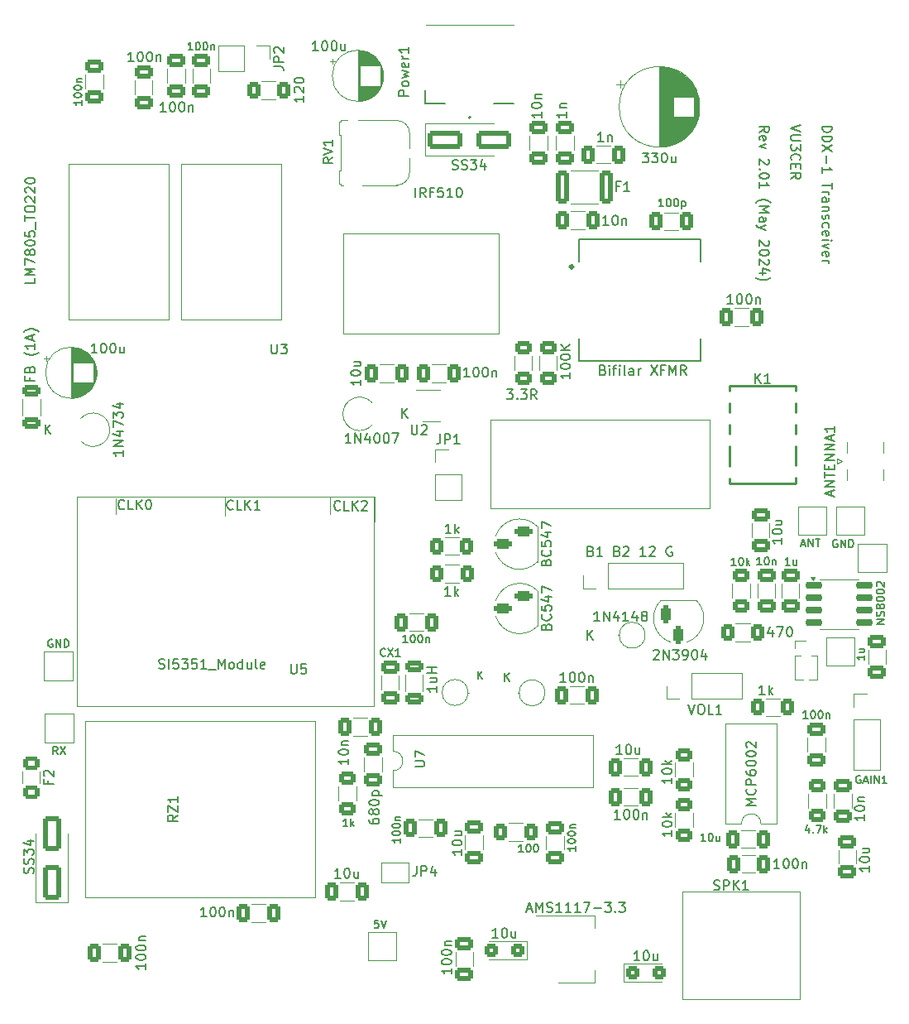
<source format=gbr>
%TF.GenerationSoftware,KiCad,Pcbnew,8.99.0-unknown-498d2c9db1~178~ubuntu22.04.1*%
%TF.CreationDate,2024-05-19T12:04:38+05:30*%
%TF.ProjectId,DDX-1-R2.01,4444582d-312d-4523-922e-30312e6b6963,rev?*%
%TF.SameCoordinates,Original*%
%TF.FileFunction,Legend,Top*%
%TF.FilePolarity,Positive*%
%FSLAX46Y46*%
G04 Gerber Fmt 4.6, Leading zero omitted, Abs format (unit mm)*
G04 Created by KiCad (PCBNEW 8.99.0-unknown-498d2c9db1~178~ubuntu22.04.1) date 2024-05-19 12:04:38*
%MOMM*%
%LPD*%
G01*
G04 APERTURE LIST*
G04 Aperture macros list*
%AMRoundRect*
0 Rectangle with rounded corners*
0 $1 Rounding radius*
0 $2 $3 $4 $5 $6 $7 $8 $9 X,Y pos of 4 corners*
0 Add a 4 corners polygon primitive as box body*
4,1,4,$2,$3,$4,$5,$6,$7,$8,$9,$2,$3,0*
0 Add four circle primitives for the rounded corners*
1,1,$1+$1,$2,$3*
1,1,$1+$1,$4,$5*
1,1,$1+$1,$6,$7*
1,1,$1+$1,$8,$9*
0 Add four rect primitives between the rounded corners*
20,1,$1+$1,$2,$3,$4,$5,0*
20,1,$1+$1,$4,$5,$6,$7,0*
20,1,$1+$1,$6,$7,$8,$9,0*
20,1,$1+$1,$8,$9,$2,$3,0*%
%AMFreePoly0*
4,1,6,1.000000,0.000000,0.500000,-0.750000,-0.500000,-0.750000,-0.500000,0.750000,0.500000,0.750000,1.000000,0.000000,1.000000,0.000000,$1*%
%AMFreePoly1*
4,1,6,0.500000,-0.750000,-0.650000,-0.750000,-0.150000,0.000000,-0.650000,0.750000,0.500000,0.750000,0.500000,-0.750000,0.500000,-0.750000,$1*%
G04 Aperture macros list end*
%ADD10C,0.150000*%
%ADD11C,0.120000*%
%ADD12C,0.127000*%
%ADD13C,0.200000*%
%ADD14C,0.300000*%
%ADD15C,0.250000*%
%ADD16RoundRect,0.250000X0.412500X0.650000X-0.412500X0.650000X-0.412500X-0.650000X0.412500X-0.650000X0*%
%ADD17O,3.500000X3.500000*%
%ADD18R,4.000000X1.905000*%
%ADD19O,4.000000X1.905000*%
%ADD20RoundRect,0.250000X-1.500000X-0.650000X1.500000X-0.650000X1.500000X0.650000X-1.500000X0.650000X0*%
%ADD21R,1.600000X1.600000*%
%ADD22C,1.600000*%
%ADD23RoundRect,0.250000X-0.400000X-0.625000X0.400000X-0.625000X0.400000X0.625000X-0.400000X0.625000X0*%
%ADD24R,2.500000X2.500000*%
%ADD25R,1.560000X1.560000*%
%ADD26C,1.560000*%
%ADD27R,2.000000X1.500000*%
%ADD28R,2.000000X3.800000*%
%ADD29RoundRect,0.250000X0.625000X-0.400000X0.625000X0.400000X-0.625000X0.400000X-0.625000X-0.400000X0*%
%ADD30R,2.200000X2.200000*%
%ADD31O,2.200000X2.200000*%
%ADD32C,0.800000*%
%ADD33C,6.400000*%
%ADD34RoundRect,0.250000X-0.412500X-0.650000X0.412500X-0.650000X0.412500X0.650000X-0.412500X0.650000X0*%
%ADD35R,1.560000X0.650000*%
%ADD36R,3.600000X1.270000*%
%ADD37R,4.200000X1.350000*%
%ADD38RoundRect,0.250000X0.650000X-0.412500X0.650000X0.412500X-0.650000X0.412500X-0.650000X-0.412500X0*%
%ADD39RoundRect,0.250000X-0.625000X0.400000X-0.625000X-0.400000X0.625000X-0.400000X0.625000X0.400000X0*%
%ADD40RoundRect,0.250000X0.700000X-0.362500X0.700000X0.362500X-0.700000X0.362500X-0.700000X-0.362500X0*%
%ADD41O,1.600000X1.600000*%
%ADD42C,2.020000*%
%ADD43O,4.400000X2.200000*%
%ADD44O,4.000000X2.000000*%
%ADD45O,2.000000X4.000000*%
%ADD46R,1.700000X1.700000*%
%ADD47O,1.700000X1.700000*%
%ADD48C,1.200000*%
%ADD49O,1.800000X2.500000*%
%ADD50O,2.500000X1.800000*%
%ADD51RoundRect,0.250000X-0.650000X0.412500X-0.650000X-0.412500X0.650000X-0.412500X0.650000X0.412500X0*%
%ADD52R,1.905000X4.000000*%
%ADD53O,1.905000X4.000000*%
%ADD54R,5.500000X2.150000*%
%ADD55R,1.800000X1.100000*%
%ADD56RoundRect,0.275000X0.625000X-0.275000X0.625000X0.275000X-0.625000X0.275000X-0.625000X-0.275000X0*%
%ADD57RoundRect,0.250000X-0.450000X-0.425000X0.450000X-0.425000X0.450000X0.425000X-0.450000X0.425000X0*%
%ADD58FreePoly0,0.000000*%
%ADD59FreePoly1,0.000000*%
%ADD60R,1.000000X1.000000*%
%ADD61O,1.000000X1.000000*%
%ADD62RoundRect,0.250001X-0.624999X0.462499X-0.624999X-0.462499X0.624999X-0.462499X0.624999X0.462499X0*%
%ADD63R,2.150000X0.800000*%
%ADD64RoundRect,0.250000X0.400000X0.625000X-0.400000X0.625000X-0.400000X-0.625000X0.400000X-0.625000X0*%
%ADD65RoundRect,0.150000X-0.725000X-0.150000X0.725000X-0.150000X0.725000X0.150000X-0.725000X0.150000X0*%
%ADD66RoundRect,0.250000X0.400000X1.450000X-0.400000X1.450000X-0.400000X-1.450000X0.400000X-1.450000X0*%
%ADD67RoundRect,0.250000X0.450000X0.425000X-0.450000X0.425000X-0.450000X-0.425000X0.450000X-0.425000X0*%
%ADD68RoundRect,0.250000X0.650000X-1.500000X0.650000X1.500000X-0.650000X1.500000X-0.650000X-1.500000X0*%
%ADD69R,1.100000X1.800000*%
%ADD70RoundRect,0.275000X0.275000X0.625000X-0.275000X0.625000X-0.275000X-0.625000X0.275000X-0.625000X0*%
%ADD71C,1.800000*%
G04 APERTURE END LIST*
D10*
X141706667Y-137562295D02*
X141440000Y-137181342D01*
X141249524Y-137562295D02*
X141249524Y-136762295D01*
X141249524Y-136762295D02*
X141554286Y-136762295D01*
X141554286Y-136762295D02*
X141630476Y-136800390D01*
X141630476Y-136800390D02*
X141668571Y-136838485D01*
X141668571Y-136838485D02*
X141706667Y-136914676D01*
X141706667Y-136914676D02*
X141706667Y-137028961D01*
X141706667Y-137028961D02*
X141668571Y-137105152D01*
X141668571Y-137105152D02*
X141630476Y-137143247D01*
X141630476Y-137143247D02*
X141554286Y-137181342D01*
X141554286Y-137181342D02*
X141249524Y-137181342D01*
X141973333Y-136762295D02*
X142506667Y-137562295D01*
X142506667Y-136762295D02*
X141973333Y-137562295D01*
X221480476Y-115640390D02*
X221404286Y-115602295D01*
X221404286Y-115602295D02*
X221290000Y-115602295D01*
X221290000Y-115602295D02*
X221175714Y-115640390D01*
X221175714Y-115640390D02*
X221099524Y-115716580D01*
X221099524Y-115716580D02*
X221061429Y-115792771D01*
X221061429Y-115792771D02*
X221023333Y-115945152D01*
X221023333Y-115945152D02*
X221023333Y-116059438D01*
X221023333Y-116059438D02*
X221061429Y-116211819D01*
X221061429Y-116211819D02*
X221099524Y-116288009D01*
X221099524Y-116288009D02*
X221175714Y-116364200D01*
X221175714Y-116364200D02*
X221290000Y-116402295D01*
X221290000Y-116402295D02*
X221366191Y-116402295D01*
X221366191Y-116402295D02*
X221480476Y-116364200D01*
X221480476Y-116364200D02*
X221518572Y-116326104D01*
X221518572Y-116326104D02*
X221518572Y-116059438D01*
X221518572Y-116059438D02*
X221366191Y-116059438D01*
X221861429Y-116402295D02*
X221861429Y-115602295D01*
X221861429Y-115602295D02*
X222318572Y-116402295D01*
X222318572Y-116402295D02*
X222318572Y-115602295D01*
X222699524Y-116402295D02*
X222699524Y-115602295D01*
X222699524Y-115602295D02*
X222890000Y-115602295D01*
X222890000Y-115602295D02*
X223004286Y-115640390D01*
X223004286Y-115640390D02*
X223080476Y-115716580D01*
X223080476Y-115716580D02*
X223118571Y-115792771D01*
X223118571Y-115792771D02*
X223156667Y-115945152D01*
X223156667Y-115945152D02*
X223156667Y-116059438D01*
X223156667Y-116059438D02*
X223118571Y-116211819D01*
X223118571Y-116211819D02*
X223080476Y-116288009D01*
X223080476Y-116288009D02*
X223004286Y-116364200D01*
X223004286Y-116364200D02*
X222890000Y-116402295D01*
X222890000Y-116402295D02*
X222699524Y-116402295D01*
X219969956Y-73366779D02*
X220969956Y-73366779D01*
X220969956Y-73366779D02*
X220969956Y-73604874D01*
X220969956Y-73604874D02*
X220922337Y-73747731D01*
X220922337Y-73747731D02*
X220827099Y-73842969D01*
X220827099Y-73842969D02*
X220731861Y-73890588D01*
X220731861Y-73890588D02*
X220541385Y-73938207D01*
X220541385Y-73938207D02*
X220398528Y-73938207D01*
X220398528Y-73938207D02*
X220208052Y-73890588D01*
X220208052Y-73890588D02*
X220112814Y-73842969D01*
X220112814Y-73842969D02*
X220017576Y-73747731D01*
X220017576Y-73747731D02*
X219969956Y-73604874D01*
X219969956Y-73604874D02*
X219969956Y-73366779D01*
X219969956Y-74366779D02*
X220969956Y-74366779D01*
X220969956Y-74366779D02*
X220969956Y-74604874D01*
X220969956Y-74604874D02*
X220922337Y-74747731D01*
X220922337Y-74747731D02*
X220827099Y-74842969D01*
X220827099Y-74842969D02*
X220731861Y-74890588D01*
X220731861Y-74890588D02*
X220541385Y-74938207D01*
X220541385Y-74938207D02*
X220398528Y-74938207D01*
X220398528Y-74938207D02*
X220208052Y-74890588D01*
X220208052Y-74890588D02*
X220112814Y-74842969D01*
X220112814Y-74842969D02*
X220017576Y-74747731D01*
X220017576Y-74747731D02*
X219969956Y-74604874D01*
X219969956Y-74604874D02*
X219969956Y-74366779D01*
X220969956Y-75271541D02*
X219969956Y-75938207D01*
X220969956Y-75938207D02*
X219969956Y-75271541D01*
X220350909Y-76319160D02*
X220350909Y-77081065D01*
X219969956Y-78081064D02*
X219969956Y-77509636D01*
X219969956Y-77795350D02*
X220969956Y-77795350D01*
X220969956Y-77795350D02*
X220827099Y-77700112D01*
X220827099Y-77700112D02*
X220731861Y-77604874D01*
X220731861Y-77604874D02*
X220684242Y-77509636D01*
X220969956Y-79128684D02*
X220969956Y-79700112D01*
X219969956Y-79414398D02*
X220969956Y-79414398D01*
X219969956Y-80033446D02*
X220636623Y-80033446D01*
X220446147Y-80033446D02*
X220541385Y-80081065D01*
X220541385Y-80081065D02*
X220589004Y-80128684D01*
X220589004Y-80128684D02*
X220636623Y-80223922D01*
X220636623Y-80223922D02*
X220636623Y-80319160D01*
X219969956Y-81081065D02*
X220493766Y-81081065D01*
X220493766Y-81081065D02*
X220589004Y-81033446D01*
X220589004Y-81033446D02*
X220636623Y-80938208D01*
X220636623Y-80938208D02*
X220636623Y-80747732D01*
X220636623Y-80747732D02*
X220589004Y-80652494D01*
X220017576Y-81081065D02*
X219969956Y-80985827D01*
X219969956Y-80985827D02*
X219969956Y-80747732D01*
X219969956Y-80747732D02*
X220017576Y-80652494D01*
X220017576Y-80652494D02*
X220112814Y-80604875D01*
X220112814Y-80604875D02*
X220208052Y-80604875D01*
X220208052Y-80604875D02*
X220303290Y-80652494D01*
X220303290Y-80652494D02*
X220350909Y-80747732D01*
X220350909Y-80747732D02*
X220350909Y-80985827D01*
X220350909Y-80985827D02*
X220398528Y-81081065D01*
X220636623Y-81557256D02*
X219969956Y-81557256D01*
X220541385Y-81557256D02*
X220589004Y-81604875D01*
X220589004Y-81604875D02*
X220636623Y-81700113D01*
X220636623Y-81700113D02*
X220636623Y-81842970D01*
X220636623Y-81842970D02*
X220589004Y-81938208D01*
X220589004Y-81938208D02*
X220493766Y-81985827D01*
X220493766Y-81985827D02*
X219969956Y-81985827D01*
X220017576Y-82414399D02*
X219969956Y-82509637D01*
X219969956Y-82509637D02*
X219969956Y-82700113D01*
X219969956Y-82700113D02*
X220017576Y-82795351D01*
X220017576Y-82795351D02*
X220112814Y-82842970D01*
X220112814Y-82842970D02*
X220160433Y-82842970D01*
X220160433Y-82842970D02*
X220255671Y-82795351D01*
X220255671Y-82795351D02*
X220303290Y-82700113D01*
X220303290Y-82700113D02*
X220303290Y-82557256D01*
X220303290Y-82557256D02*
X220350909Y-82462018D01*
X220350909Y-82462018D02*
X220446147Y-82414399D01*
X220446147Y-82414399D02*
X220493766Y-82414399D01*
X220493766Y-82414399D02*
X220589004Y-82462018D01*
X220589004Y-82462018D02*
X220636623Y-82557256D01*
X220636623Y-82557256D02*
X220636623Y-82700113D01*
X220636623Y-82700113D02*
X220589004Y-82795351D01*
X220017576Y-83700113D02*
X219969956Y-83604875D01*
X219969956Y-83604875D02*
X219969956Y-83414399D01*
X219969956Y-83414399D02*
X220017576Y-83319161D01*
X220017576Y-83319161D02*
X220065195Y-83271542D01*
X220065195Y-83271542D02*
X220160433Y-83223923D01*
X220160433Y-83223923D02*
X220446147Y-83223923D01*
X220446147Y-83223923D02*
X220541385Y-83271542D01*
X220541385Y-83271542D02*
X220589004Y-83319161D01*
X220589004Y-83319161D02*
X220636623Y-83414399D01*
X220636623Y-83414399D02*
X220636623Y-83604875D01*
X220636623Y-83604875D02*
X220589004Y-83700113D01*
X220017576Y-84509637D02*
X219969956Y-84414399D01*
X219969956Y-84414399D02*
X219969956Y-84223923D01*
X219969956Y-84223923D02*
X220017576Y-84128685D01*
X220017576Y-84128685D02*
X220112814Y-84081066D01*
X220112814Y-84081066D02*
X220493766Y-84081066D01*
X220493766Y-84081066D02*
X220589004Y-84128685D01*
X220589004Y-84128685D02*
X220636623Y-84223923D01*
X220636623Y-84223923D02*
X220636623Y-84414399D01*
X220636623Y-84414399D02*
X220589004Y-84509637D01*
X220589004Y-84509637D02*
X220493766Y-84557256D01*
X220493766Y-84557256D02*
X220398528Y-84557256D01*
X220398528Y-84557256D02*
X220303290Y-84081066D01*
X219969956Y-84985828D02*
X220636623Y-84985828D01*
X220969956Y-84985828D02*
X220922337Y-84938209D01*
X220922337Y-84938209D02*
X220874718Y-84985828D01*
X220874718Y-84985828D02*
X220922337Y-85033447D01*
X220922337Y-85033447D02*
X220969956Y-84985828D01*
X220969956Y-84985828D02*
X220874718Y-84985828D01*
X220636623Y-85366780D02*
X219969956Y-85604875D01*
X219969956Y-85604875D02*
X220636623Y-85842970D01*
X220017576Y-86604875D02*
X219969956Y-86509637D01*
X219969956Y-86509637D02*
X219969956Y-86319161D01*
X219969956Y-86319161D02*
X220017576Y-86223923D01*
X220017576Y-86223923D02*
X220112814Y-86176304D01*
X220112814Y-86176304D02*
X220493766Y-86176304D01*
X220493766Y-86176304D02*
X220589004Y-86223923D01*
X220589004Y-86223923D02*
X220636623Y-86319161D01*
X220636623Y-86319161D02*
X220636623Y-86509637D01*
X220636623Y-86509637D02*
X220589004Y-86604875D01*
X220589004Y-86604875D02*
X220493766Y-86652494D01*
X220493766Y-86652494D02*
X220398528Y-86652494D01*
X220398528Y-86652494D02*
X220303290Y-86176304D01*
X219969956Y-87081066D02*
X220636623Y-87081066D01*
X220446147Y-87081066D02*
X220541385Y-87128685D01*
X220541385Y-87128685D02*
X220589004Y-87176304D01*
X220589004Y-87176304D02*
X220636623Y-87271542D01*
X220636623Y-87271542D02*
X220636623Y-87366780D01*
X217750068Y-73223922D02*
X216750068Y-73557255D01*
X216750068Y-73557255D02*
X217750068Y-73890588D01*
X217750068Y-74223922D02*
X216940545Y-74223922D01*
X216940545Y-74223922D02*
X216845307Y-74271541D01*
X216845307Y-74271541D02*
X216797688Y-74319160D01*
X216797688Y-74319160D02*
X216750068Y-74414398D01*
X216750068Y-74414398D02*
X216750068Y-74604874D01*
X216750068Y-74604874D02*
X216797688Y-74700112D01*
X216797688Y-74700112D02*
X216845307Y-74747731D01*
X216845307Y-74747731D02*
X216940545Y-74795350D01*
X216940545Y-74795350D02*
X217750068Y-74795350D01*
X217750068Y-75176303D02*
X217750068Y-75795350D01*
X217750068Y-75795350D02*
X217369116Y-75462017D01*
X217369116Y-75462017D02*
X217369116Y-75604874D01*
X217369116Y-75604874D02*
X217321497Y-75700112D01*
X217321497Y-75700112D02*
X217273878Y-75747731D01*
X217273878Y-75747731D02*
X217178640Y-75795350D01*
X217178640Y-75795350D02*
X216940545Y-75795350D01*
X216940545Y-75795350D02*
X216845307Y-75747731D01*
X216845307Y-75747731D02*
X216797688Y-75700112D01*
X216797688Y-75700112D02*
X216750068Y-75604874D01*
X216750068Y-75604874D02*
X216750068Y-75319160D01*
X216750068Y-75319160D02*
X216797688Y-75223922D01*
X216797688Y-75223922D02*
X216845307Y-75176303D01*
X216845307Y-76795350D02*
X216797688Y-76747731D01*
X216797688Y-76747731D02*
X216750068Y-76604874D01*
X216750068Y-76604874D02*
X216750068Y-76509636D01*
X216750068Y-76509636D02*
X216797688Y-76366779D01*
X216797688Y-76366779D02*
X216892926Y-76271541D01*
X216892926Y-76271541D02*
X216988164Y-76223922D01*
X216988164Y-76223922D02*
X217178640Y-76176303D01*
X217178640Y-76176303D02*
X217321497Y-76176303D01*
X217321497Y-76176303D02*
X217511973Y-76223922D01*
X217511973Y-76223922D02*
X217607211Y-76271541D01*
X217607211Y-76271541D02*
X217702449Y-76366779D01*
X217702449Y-76366779D02*
X217750068Y-76509636D01*
X217750068Y-76509636D02*
X217750068Y-76604874D01*
X217750068Y-76604874D02*
X217702449Y-76747731D01*
X217702449Y-76747731D02*
X217654830Y-76795350D01*
X217273878Y-77223922D02*
X217273878Y-77557255D01*
X216750068Y-77700112D02*
X216750068Y-77223922D01*
X216750068Y-77223922D02*
X217750068Y-77223922D01*
X217750068Y-77223922D02*
X217750068Y-77700112D01*
X216750068Y-78700112D02*
X217226259Y-78366779D01*
X216750068Y-78128684D02*
X217750068Y-78128684D01*
X217750068Y-78128684D02*
X217750068Y-78509636D01*
X217750068Y-78509636D02*
X217702449Y-78604874D01*
X217702449Y-78604874D02*
X217654830Y-78652493D01*
X217654830Y-78652493D02*
X217559592Y-78700112D01*
X217559592Y-78700112D02*
X217416735Y-78700112D01*
X217416735Y-78700112D02*
X217321497Y-78652493D01*
X217321497Y-78652493D02*
X217273878Y-78604874D01*
X217273878Y-78604874D02*
X217226259Y-78509636D01*
X217226259Y-78509636D02*
X217226259Y-78128684D01*
X213530180Y-73938207D02*
X214006371Y-73604874D01*
X213530180Y-73366779D02*
X214530180Y-73366779D01*
X214530180Y-73366779D02*
X214530180Y-73747731D01*
X214530180Y-73747731D02*
X214482561Y-73842969D01*
X214482561Y-73842969D02*
X214434942Y-73890588D01*
X214434942Y-73890588D02*
X214339704Y-73938207D01*
X214339704Y-73938207D02*
X214196847Y-73938207D01*
X214196847Y-73938207D02*
X214101609Y-73890588D01*
X214101609Y-73890588D02*
X214053990Y-73842969D01*
X214053990Y-73842969D02*
X214006371Y-73747731D01*
X214006371Y-73747731D02*
X214006371Y-73366779D01*
X213577800Y-74747731D02*
X213530180Y-74652493D01*
X213530180Y-74652493D02*
X213530180Y-74462017D01*
X213530180Y-74462017D02*
X213577800Y-74366779D01*
X213577800Y-74366779D02*
X213673038Y-74319160D01*
X213673038Y-74319160D02*
X214053990Y-74319160D01*
X214053990Y-74319160D02*
X214149228Y-74366779D01*
X214149228Y-74366779D02*
X214196847Y-74462017D01*
X214196847Y-74462017D02*
X214196847Y-74652493D01*
X214196847Y-74652493D02*
X214149228Y-74747731D01*
X214149228Y-74747731D02*
X214053990Y-74795350D01*
X214053990Y-74795350D02*
X213958752Y-74795350D01*
X213958752Y-74795350D02*
X213863514Y-74319160D01*
X214196847Y-75128684D02*
X213530180Y-75366779D01*
X213530180Y-75366779D02*
X214196847Y-75604874D01*
X214434942Y-76700113D02*
X214482561Y-76747732D01*
X214482561Y-76747732D02*
X214530180Y-76842970D01*
X214530180Y-76842970D02*
X214530180Y-77081065D01*
X214530180Y-77081065D02*
X214482561Y-77176303D01*
X214482561Y-77176303D02*
X214434942Y-77223922D01*
X214434942Y-77223922D02*
X214339704Y-77271541D01*
X214339704Y-77271541D02*
X214244466Y-77271541D01*
X214244466Y-77271541D02*
X214101609Y-77223922D01*
X214101609Y-77223922D02*
X213530180Y-76652494D01*
X213530180Y-76652494D02*
X213530180Y-77271541D01*
X213625419Y-77700113D02*
X213577800Y-77747732D01*
X213577800Y-77747732D02*
X213530180Y-77700113D01*
X213530180Y-77700113D02*
X213577800Y-77652494D01*
X213577800Y-77652494D02*
X213625419Y-77700113D01*
X213625419Y-77700113D02*
X213530180Y-77700113D01*
X214530180Y-78366779D02*
X214530180Y-78462017D01*
X214530180Y-78462017D02*
X214482561Y-78557255D01*
X214482561Y-78557255D02*
X214434942Y-78604874D01*
X214434942Y-78604874D02*
X214339704Y-78652493D01*
X214339704Y-78652493D02*
X214149228Y-78700112D01*
X214149228Y-78700112D02*
X213911133Y-78700112D01*
X213911133Y-78700112D02*
X213720657Y-78652493D01*
X213720657Y-78652493D02*
X213625419Y-78604874D01*
X213625419Y-78604874D02*
X213577800Y-78557255D01*
X213577800Y-78557255D02*
X213530180Y-78462017D01*
X213530180Y-78462017D02*
X213530180Y-78366779D01*
X213530180Y-78366779D02*
X213577800Y-78271541D01*
X213577800Y-78271541D02*
X213625419Y-78223922D01*
X213625419Y-78223922D02*
X213720657Y-78176303D01*
X213720657Y-78176303D02*
X213911133Y-78128684D01*
X213911133Y-78128684D02*
X214149228Y-78128684D01*
X214149228Y-78128684D02*
X214339704Y-78176303D01*
X214339704Y-78176303D02*
X214434942Y-78223922D01*
X214434942Y-78223922D02*
X214482561Y-78271541D01*
X214482561Y-78271541D02*
X214530180Y-78366779D01*
X213530180Y-79652493D02*
X213530180Y-79081065D01*
X213530180Y-79366779D02*
X214530180Y-79366779D01*
X214530180Y-79366779D02*
X214387323Y-79271541D01*
X214387323Y-79271541D02*
X214292085Y-79176303D01*
X214292085Y-79176303D02*
X214244466Y-79081065D01*
X213149228Y-81128684D02*
X213196847Y-81081065D01*
X213196847Y-81081065D02*
X213339704Y-80985827D01*
X213339704Y-80985827D02*
X213434942Y-80938208D01*
X213434942Y-80938208D02*
X213577800Y-80890589D01*
X213577800Y-80890589D02*
X213815895Y-80842970D01*
X213815895Y-80842970D02*
X214006371Y-80842970D01*
X214006371Y-80842970D02*
X214244466Y-80890589D01*
X214244466Y-80890589D02*
X214387323Y-80938208D01*
X214387323Y-80938208D02*
X214482561Y-80985827D01*
X214482561Y-80985827D02*
X214625419Y-81081065D01*
X214625419Y-81081065D02*
X214673038Y-81128684D01*
X213530180Y-81509637D02*
X214530180Y-81509637D01*
X214530180Y-81509637D02*
X213815895Y-81842970D01*
X213815895Y-81842970D02*
X214530180Y-82176303D01*
X214530180Y-82176303D02*
X213530180Y-82176303D01*
X213530180Y-83081065D02*
X214053990Y-83081065D01*
X214053990Y-83081065D02*
X214149228Y-83033446D01*
X214149228Y-83033446D02*
X214196847Y-82938208D01*
X214196847Y-82938208D02*
X214196847Y-82747732D01*
X214196847Y-82747732D02*
X214149228Y-82652494D01*
X213577800Y-83081065D02*
X213530180Y-82985827D01*
X213530180Y-82985827D02*
X213530180Y-82747732D01*
X213530180Y-82747732D02*
X213577800Y-82652494D01*
X213577800Y-82652494D02*
X213673038Y-82604875D01*
X213673038Y-82604875D02*
X213768276Y-82604875D01*
X213768276Y-82604875D02*
X213863514Y-82652494D01*
X213863514Y-82652494D02*
X213911133Y-82747732D01*
X213911133Y-82747732D02*
X213911133Y-82985827D01*
X213911133Y-82985827D02*
X213958752Y-83081065D01*
X214196847Y-83462018D02*
X213530180Y-83700113D01*
X214196847Y-83938208D02*
X213530180Y-83700113D01*
X213530180Y-83700113D02*
X213292085Y-83604875D01*
X213292085Y-83604875D02*
X213244466Y-83557256D01*
X213244466Y-83557256D02*
X213196847Y-83462018D01*
X214434942Y-85033447D02*
X214482561Y-85081066D01*
X214482561Y-85081066D02*
X214530180Y-85176304D01*
X214530180Y-85176304D02*
X214530180Y-85414399D01*
X214530180Y-85414399D02*
X214482561Y-85509637D01*
X214482561Y-85509637D02*
X214434942Y-85557256D01*
X214434942Y-85557256D02*
X214339704Y-85604875D01*
X214339704Y-85604875D02*
X214244466Y-85604875D01*
X214244466Y-85604875D02*
X214101609Y-85557256D01*
X214101609Y-85557256D02*
X213530180Y-84985828D01*
X213530180Y-84985828D02*
X213530180Y-85604875D01*
X214530180Y-86223923D02*
X214530180Y-86319161D01*
X214530180Y-86319161D02*
X214482561Y-86414399D01*
X214482561Y-86414399D02*
X214434942Y-86462018D01*
X214434942Y-86462018D02*
X214339704Y-86509637D01*
X214339704Y-86509637D02*
X214149228Y-86557256D01*
X214149228Y-86557256D02*
X213911133Y-86557256D01*
X213911133Y-86557256D02*
X213720657Y-86509637D01*
X213720657Y-86509637D02*
X213625419Y-86462018D01*
X213625419Y-86462018D02*
X213577800Y-86414399D01*
X213577800Y-86414399D02*
X213530180Y-86319161D01*
X213530180Y-86319161D02*
X213530180Y-86223923D01*
X213530180Y-86223923D02*
X213577800Y-86128685D01*
X213577800Y-86128685D02*
X213625419Y-86081066D01*
X213625419Y-86081066D02*
X213720657Y-86033447D01*
X213720657Y-86033447D02*
X213911133Y-85985828D01*
X213911133Y-85985828D02*
X214149228Y-85985828D01*
X214149228Y-85985828D02*
X214339704Y-86033447D01*
X214339704Y-86033447D02*
X214434942Y-86081066D01*
X214434942Y-86081066D02*
X214482561Y-86128685D01*
X214482561Y-86128685D02*
X214530180Y-86223923D01*
X214434942Y-86938209D02*
X214482561Y-86985828D01*
X214482561Y-86985828D02*
X214530180Y-87081066D01*
X214530180Y-87081066D02*
X214530180Y-87319161D01*
X214530180Y-87319161D02*
X214482561Y-87414399D01*
X214482561Y-87414399D02*
X214434942Y-87462018D01*
X214434942Y-87462018D02*
X214339704Y-87509637D01*
X214339704Y-87509637D02*
X214244466Y-87509637D01*
X214244466Y-87509637D02*
X214101609Y-87462018D01*
X214101609Y-87462018D02*
X213530180Y-86890590D01*
X213530180Y-86890590D02*
X213530180Y-87509637D01*
X214196847Y-88366780D02*
X213530180Y-88366780D01*
X214577800Y-88128685D02*
X213863514Y-87890590D01*
X213863514Y-87890590D02*
X213863514Y-88509637D01*
X213149228Y-88795352D02*
X213196847Y-88842971D01*
X213196847Y-88842971D02*
X213339704Y-88938209D01*
X213339704Y-88938209D02*
X213434942Y-88985828D01*
X213434942Y-88985828D02*
X213577800Y-89033447D01*
X213577800Y-89033447D02*
X213815895Y-89081066D01*
X213815895Y-89081066D02*
X214006371Y-89081066D01*
X214006371Y-89081066D02*
X214244466Y-89033447D01*
X214244466Y-89033447D02*
X214387323Y-88985828D01*
X214387323Y-88985828D02*
X214482561Y-88938209D01*
X214482561Y-88938209D02*
X214625419Y-88842971D01*
X214625419Y-88842971D02*
X214673038Y-88795352D01*
X196273809Y-116781009D02*
X196416666Y-116828628D01*
X196416666Y-116828628D02*
X196464285Y-116876247D01*
X196464285Y-116876247D02*
X196511904Y-116971485D01*
X196511904Y-116971485D02*
X196511904Y-117114342D01*
X196511904Y-117114342D02*
X196464285Y-117209580D01*
X196464285Y-117209580D02*
X196416666Y-117257200D01*
X196416666Y-117257200D02*
X196321428Y-117304819D01*
X196321428Y-117304819D02*
X195940476Y-117304819D01*
X195940476Y-117304819D02*
X195940476Y-116304819D01*
X195940476Y-116304819D02*
X196273809Y-116304819D01*
X196273809Y-116304819D02*
X196369047Y-116352438D01*
X196369047Y-116352438D02*
X196416666Y-116400057D01*
X196416666Y-116400057D02*
X196464285Y-116495295D01*
X196464285Y-116495295D02*
X196464285Y-116590533D01*
X196464285Y-116590533D02*
X196416666Y-116685771D01*
X196416666Y-116685771D02*
X196369047Y-116733390D01*
X196369047Y-116733390D02*
X196273809Y-116781009D01*
X196273809Y-116781009D02*
X195940476Y-116781009D01*
X197464285Y-117304819D02*
X196892857Y-117304819D01*
X197178571Y-117304819D02*
X197178571Y-116304819D01*
X197178571Y-116304819D02*
X197083333Y-116447676D01*
X197083333Y-116447676D02*
X196988095Y-116542914D01*
X196988095Y-116542914D02*
X196892857Y-116590533D01*
X198988095Y-116781009D02*
X199130952Y-116828628D01*
X199130952Y-116828628D02*
X199178571Y-116876247D01*
X199178571Y-116876247D02*
X199226190Y-116971485D01*
X199226190Y-116971485D02*
X199226190Y-117114342D01*
X199226190Y-117114342D02*
X199178571Y-117209580D01*
X199178571Y-117209580D02*
X199130952Y-117257200D01*
X199130952Y-117257200D02*
X199035714Y-117304819D01*
X199035714Y-117304819D02*
X198654762Y-117304819D01*
X198654762Y-117304819D02*
X198654762Y-116304819D01*
X198654762Y-116304819D02*
X198988095Y-116304819D01*
X198988095Y-116304819D02*
X199083333Y-116352438D01*
X199083333Y-116352438D02*
X199130952Y-116400057D01*
X199130952Y-116400057D02*
X199178571Y-116495295D01*
X199178571Y-116495295D02*
X199178571Y-116590533D01*
X199178571Y-116590533D02*
X199130952Y-116685771D01*
X199130952Y-116685771D02*
X199083333Y-116733390D01*
X199083333Y-116733390D02*
X198988095Y-116781009D01*
X198988095Y-116781009D02*
X198654762Y-116781009D01*
X199607143Y-116400057D02*
X199654762Y-116352438D01*
X199654762Y-116352438D02*
X199750000Y-116304819D01*
X199750000Y-116304819D02*
X199988095Y-116304819D01*
X199988095Y-116304819D02*
X200083333Y-116352438D01*
X200083333Y-116352438D02*
X200130952Y-116400057D01*
X200130952Y-116400057D02*
X200178571Y-116495295D01*
X200178571Y-116495295D02*
X200178571Y-116590533D01*
X200178571Y-116590533D02*
X200130952Y-116733390D01*
X200130952Y-116733390D02*
X199559524Y-117304819D01*
X199559524Y-117304819D02*
X200178571Y-117304819D01*
X201892857Y-117304819D02*
X201321429Y-117304819D01*
X201607143Y-117304819D02*
X201607143Y-116304819D01*
X201607143Y-116304819D02*
X201511905Y-116447676D01*
X201511905Y-116447676D02*
X201416667Y-116542914D01*
X201416667Y-116542914D02*
X201321429Y-116590533D01*
X202273810Y-116400057D02*
X202321429Y-116352438D01*
X202321429Y-116352438D02*
X202416667Y-116304819D01*
X202416667Y-116304819D02*
X202654762Y-116304819D01*
X202654762Y-116304819D02*
X202750000Y-116352438D01*
X202750000Y-116352438D02*
X202797619Y-116400057D01*
X202797619Y-116400057D02*
X202845238Y-116495295D01*
X202845238Y-116495295D02*
X202845238Y-116590533D01*
X202845238Y-116590533D02*
X202797619Y-116733390D01*
X202797619Y-116733390D02*
X202226191Y-117304819D01*
X202226191Y-117304819D02*
X202845238Y-117304819D01*
X204559524Y-116352438D02*
X204464286Y-116304819D01*
X204464286Y-116304819D02*
X204321429Y-116304819D01*
X204321429Y-116304819D02*
X204178572Y-116352438D01*
X204178572Y-116352438D02*
X204083334Y-116447676D01*
X204083334Y-116447676D02*
X204035715Y-116542914D01*
X204035715Y-116542914D02*
X203988096Y-116733390D01*
X203988096Y-116733390D02*
X203988096Y-116876247D01*
X203988096Y-116876247D02*
X204035715Y-117066723D01*
X204035715Y-117066723D02*
X204083334Y-117161961D01*
X204083334Y-117161961D02*
X204178572Y-117257200D01*
X204178572Y-117257200D02*
X204321429Y-117304819D01*
X204321429Y-117304819D02*
X204416667Y-117304819D01*
X204416667Y-117304819D02*
X204559524Y-117257200D01*
X204559524Y-117257200D02*
X204607143Y-117209580D01*
X204607143Y-117209580D02*
X204607143Y-116876247D01*
X204607143Y-116876247D02*
X204416667Y-116876247D01*
X174527619Y-154532295D02*
X174146667Y-154532295D01*
X174146667Y-154532295D02*
X174108571Y-154913247D01*
X174108571Y-154913247D02*
X174146667Y-154875152D01*
X174146667Y-154875152D02*
X174222857Y-154837057D01*
X174222857Y-154837057D02*
X174413333Y-154837057D01*
X174413333Y-154837057D02*
X174489524Y-154875152D01*
X174489524Y-154875152D02*
X174527619Y-154913247D01*
X174527619Y-154913247D02*
X174565714Y-154989438D01*
X174565714Y-154989438D02*
X174565714Y-155179914D01*
X174565714Y-155179914D02*
X174527619Y-155256104D01*
X174527619Y-155256104D02*
X174489524Y-155294200D01*
X174489524Y-155294200D02*
X174413333Y-155332295D01*
X174413333Y-155332295D02*
X174222857Y-155332295D01*
X174222857Y-155332295D02*
X174146667Y-155294200D01*
X174146667Y-155294200D02*
X174108571Y-155256104D01*
X174794286Y-154532295D02*
X175060953Y-155332295D01*
X175060953Y-155332295D02*
X175327619Y-154532295D01*
X217825714Y-116113723D02*
X218206667Y-116113723D01*
X217749524Y-116342295D02*
X218016191Y-115542295D01*
X218016191Y-115542295D02*
X218282857Y-116342295D01*
X218549524Y-116342295D02*
X218549524Y-115542295D01*
X218549524Y-115542295D02*
X219006667Y-116342295D01*
X219006667Y-116342295D02*
X219006667Y-115542295D01*
X219273333Y-115542295D02*
X219730476Y-115542295D01*
X219501904Y-116342295D02*
X219501904Y-115542295D01*
X141140476Y-125850390D02*
X141064286Y-125812295D01*
X141064286Y-125812295D02*
X140950000Y-125812295D01*
X140950000Y-125812295D02*
X140835714Y-125850390D01*
X140835714Y-125850390D02*
X140759524Y-125926580D01*
X140759524Y-125926580D02*
X140721429Y-126002771D01*
X140721429Y-126002771D02*
X140683333Y-126155152D01*
X140683333Y-126155152D02*
X140683333Y-126269438D01*
X140683333Y-126269438D02*
X140721429Y-126421819D01*
X140721429Y-126421819D02*
X140759524Y-126498009D01*
X140759524Y-126498009D02*
X140835714Y-126574200D01*
X140835714Y-126574200D02*
X140950000Y-126612295D01*
X140950000Y-126612295D02*
X141026191Y-126612295D01*
X141026191Y-126612295D02*
X141140476Y-126574200D01*
X141140476Y-126574200D02*
X141178572Y-126536104D01*
X141178572Y-126536104D02*
X141178572Y-126269438D01*
X141178572Y-126269438D02*
X141026191Y-126269438D01*
X141521429Y-126612295D02*
X141521429Y-125812295D01*
X141521429Y-125812295D02*
X141978572Y-126612295D01*
X141978572Y-126612295D02*
X141978572Y-125812295D01*
X142359524Y-126612295D02*
X142359524Y-125812295D01*
X142359524Y-125812295D02*
X142550000Y-125812295D01*
X142550000Y-125812295D02*
X142664286Y-125850390D01*
X142664286Y-125850390D02*
X142740476Y-125926580D01*
X142740476Y-125926580D02*
X142778571Y-126002771D01*
X142778571Y-126002771D02*
X142816667Y-126155152D01*
X142816667Y-126155152D02*
X142816667Y-126269438D01*
X142816667Y-126269438D02*
X142778571Y-126421819D01*
X142778571Y-126421819D02*
X142740476Y-126498009D01*
X142740476Y-126498009D02*
X142664286Y-126574200D01*
X142664286Y-126574200D02*
X142550000Y-126612295D01*
X142550000Y-126612295D02*
X142359524Y-126612295D01*
X210828452Y-91504819D02*
X210257024Y-91504819D01*
X210542738Y-91504819D02*
X210542738Y-90504819D01*
X210542738Y-90504819D02*
X210447500Y-90647676D01*
X210447500Y-90647676D02*
X210352262Y-90742914D01*
X210352262Y-90742914D02*
X210257024Y-90790533D01*
X211447500Y-90504819D02*
X211542738Y-90504819D01*
X211542738Y-90504819D02*
X211637976Y-90552438D01*
X211637976Y-90552438D02*
X211685595Y-90600057D01*
X211685595Y-90600057D02*
X211733214Y-90695295D01*
X211733214Y-90695295D02*
X211780833Y-90885771D01*
X211780833Y-90885771D02*
X211780833Y-91123866D01*
X211780833Y-91123866D02*
X211733214Y-91314342D01*
X211733214Y-91314342D02*
X211685595Y-91409580D01*
X211685595Y-91409580D02*
X211637976Y-91457200D01*
X211637976Y-91457200D02*
X211542738Y-91504819D01*
X211542738Y-91504819D02*
X211447500Y-91504819D01*
X211447500Y-91504819D02*
X211352262Y-91457200D01*
X211352262Y-91457200D02*
X211304643Y-91409580D01*
X211304643Y-91409580D02*
X211257024Y-91314342D01*
X211257024Y-91314342D02*
X211209405Y-91123866D01*
X211209405Y-91123866D02*
X211209405Y-90885771D01*
X211209405Y-90885771D02*
X211257024Y-90695295D01*
X211257024Y-90695295D02*
X211304643Y-90600057D01*
X211304643Y-90600057D02*
X211352262Y-90552438D01*
X211352262Y-90552438D02*
X211447500Y-90504819D01*
X212399881Y-90504819D02*
X212495119Y-90504819D01*
X212495119Y-90504819D02*
X212590357Y-90552438D01*
X212590357Y-90552438D02*
X212637976Y-90600057D01*
X212637976Y-90600057D02*
X212685595Y-90695295D01*
X212685595Y-90695295D02*
X212733214Y-90885771D01*
X212733214Y-90885771D02*
X212733214Y-91123866D01*
X212733214Y-91123866D02*
X212685595Y-91314342D01*
X212685595Y-91314342D02*
X212637976Y-91409580D01*
X212637976Y-91409580D02*
X212590357Y-91457200D01*
X212590357Y-91457200D02*
X212495119Y-91504819D01*
X212495119Y-91504819D02*
X212399881Y-91504819D01*
X212399881Y-91504819D02*
X212304643Y-91457200D01*
X212304643Y-91457200D02*
X212257024Y-91409580D01*
X212257024Y-91409580D02*
X212209405Y-91314342D01*
X212209405Y-91314342D02*
X212161786Y-91123866D01*
X212161786Y-91123866D02*
X212161786Y-90885771D01*
X212161786Y-90885771D02*
X212209405Y-90695295D01*
X212209405Y-90695295D02*
X212257024Y-90600057D01*
X212257024Y-90600057D02*
X212304643Y-90552438D01*
X212304643Y-90552438D02*
X212399881Y-90504819D01*
X213161786Y-90838152D02*
X213161786Y-91504819D01*
X213161786Y-90933390D02*
X213209405Y-90885771D01*
X213209405Y-90885771D02*
X213304643Y-90838152D01*
X213304643Y-90838152D02*
X213447500Y-90838152D01*
X213447500Y-90838152D02*
X213542738Y-90885771D01*
X213542738Y-90885771D02*
X213590357Y-90981009D01*
X213590357Y-90981009D02*
X213590357Y-91504819D01*
X178322857Y-80614819D02*
X178322857Y-79614819D01*
X179370475Y-80614819D02*
X179037142Y-80138628D01*
X178799047Y-80614819D02*
X178799047Y-79614819D01*
X178799047Y-79614819D02*
X179179999Y-79614819D01*
X179179999Y-79614819D02*
X179275237Y-79662438D01*
X179275237Y-79662438D02*
X179322856Y-79710057D01*
X179322856Y-79710057D02*
X179370475Y-79805295D01*
X179370475Y-79805295D02*
X179370475Y-79948152D01*
X179370475Y-79948152D02*
X179322856Y-80043390D01*
X179322856Y-80043390D02*
X179275237Y-80091009D01*
X179275237Y-80091009D02*
X179179999Y-80138628D01*
X179179999Y-80138628D02*
X178799047Y-80138628D01*
X180132380Y-80091009D02*
X179799047Y-80091009D01*
X179799047Y-80614819D02*
X179799047Y-79614819D01*
X179799047Y-79614819D02*
X180275237Y-79614819D01*
X181132380Y-79614819D02*
X180656190Y-79614819D01*
X180656190Y-79614819D02*
X180608571Y-80091009D01*
X180608571Y-80091009D02*
X180656190Y-80043390D01*
X180656190Y-80043390D02*
X180751428Y-79995771D01*
X180751428Y-79995771D02*
X180989523Y-79995771D01*
X180989523Y-79995771D02*
X181084761Y-80043390D01*
X181084761Y-80043390D02*
X181132380Y-80091009D01*
X181132380Y-80091009D02*
X181179999Y-80186247D01*
X181179999Y-80186247D02*
X181179999Y-80424342D01*
X181179999Y-80424342D02*
X181132380Y-80519580D01*
X181132380Y-80519580D02*
X181084761Y-80567200D01*
X181084761Y-80567200D02*
X180989523Y-80614819D01*
X180989523Y-80614819D02*
X180751428Y-80614819D01*
X180751428Y-80614819D02*
X180656190Y-80567200D01*
X180656190Y-80567200D02*
X180608571Y-80519580D01*
X182132380Y-80614819D02*
X181560952Y-80614819D01*
X181846666Y-80614819D02*
X181846666Y-79614819D01*
X181846666Y-79614819D02*
X181751428Y-79757676D01*
X181751428Y-79757676D02*
X181656190Y-79852914D01*
X181656190Y-79852914D02*
X181560952Y-79900533D01*
X182751428Y-79614819D02*
X182846666Y-79614819D01*
X182846666Y-79614819D02*
X182941904Y-79662438D01*
X182941904Y-79662438D02*
X182989523Y-79710057D01*
X182989523Y-79710057D02*
X183037142Y-79805295D01*
X183037142Y-79805295D02*
X183084761Y-79995771D01*
X183084761Y-79995771D02*
X183084761Y-80233866D01*
X183084761Y-80233866D02*
X183037142Y-80424342D01*
X183037142Y-80424342D02*
X182989523Y-80519580D01*
X182989523Y-80519580D02*
X182941904Y-80567200D01*
X182941904Y-80567200D02*
X182846666Y-80614819D01*
X182846666Y-80614819D02*
X182751428Y-80614819D01*
X182751428Y-80614819D02*
X182656190Y-80567200D01*
X182656190Y-80567200D02*
X182608571Y-80519580D01*
X182608571Y-80519580D02*
X182560952Y-80424342D01*
X182560952Y-80424342D02*
X182513333Y-80233866D01*
X182513333Y-80233866D02*
X182513333Y-79995771D01*
X182513333Y-79995771D02*
X182560952Y-79805295D01*
X182560952Y-79805295D02*
X182608571Y-79710057D01*
X182608571Y-79710057D02*
X182656190Y-79662438D01*
X182656190Y-79662438D02*
X182751428Y-79614819D01*
X182087714Y-77711515D02*
X182230571Y-77759134D01*
X182230571Y-77759134D02*
X182468666Y-77759134D01*
X182468666Y-77759134D02*
X182563904Y-77711515D01*
X182563904Y-77711515D02*
X182611523Y-77663895D01*
X182611523Y-77663895D02*
X182659142Y-77568657D01*
X182659142Y-77568657D02*
X182659142Y-77473419D01*
X182659142Y-77473419D02*
X182611523Y-77378181D01*
X182611523Y-77378181D02*
X182563904Y-77330562D01*
X182563904Y-77330562D02*
X182468666Y-77282943D01*
X182468666Y-77282943D02*
X182278190Y-77235324D01*
X182278190Y-77235324D02*
X182182952Y-77187705D01*
X182182952Y-77187705D02*
X182135333Y-77140086D01*
X182135333Y-77140086D02*
X182087714Y-77044848D01*
X182087714Y-77044848D02*
X182087714Y-76949610D01*
X182087714Y-76949610D02*
X182135333Y-76854372D01*
X182135333Y-76854372D02*
X182182952Y-76806753D01*
X182182952Y-76806753D02*
X182278190Y-76759134D01*
X182278190Y-76759134D02*
X182516285Y-76759134D01*
X182516285Y-76759134D02*
X182659142Y-76806753D01*
X183040095Y-77711515D02*
X183182952Y-77759134D01*
X183182952Y-77759134D02*
X183421047Y-77759134D01*
X183421047Y-77759134D02*
X183516285Y-77711515D01*
X183516285Y-77711515D02*
X183563904Y-77663895D01*
X183563904Y-77663895D02*
X183611523Y-77568657D01*
X183611523Y-77568657D02*
X183611523Y-77473419D01*
X183611523Y-77473419D02*
X183563904Y-77378181D01*
X183563904Y-77378181D02*
X183516285Y-77330562D01*
X183516285Y-77330562D02*
X183421047Y-77282943D01*
X183421047Y-77282943D02*
X183230571Y-77235324D01*
X183230571Y-77235324D02*
X183135333Y-77187705D01*
X183135333Y-77187705D02*
X183087714Y-77140086D01*
X183087714Y-77140086D02*
X183040095Y-77044848D01*
X183040095Y-77044848D02*
X183040095Y-76949610D01*
X183040095Y-76949610D02*
X183087714Y-76854372D01*
X183087714Y-76854372D02*
X183135333Y-76806753D01*
X183135333Y-76806753D02*
X183230571Y-76759134D01*
X183230571Y-76759134D02*
X183468666Y-76759134D01*
X183468666Y-76759134D02*
X183611523Y-76806753D01*
X183944857Y-76759134D02*
X184563904Y-76759134D01*
X184563904Y-76759134D02*
X184230571Y-77140086D01*
X184230571Y-77140086D02*
X184373428Y-77140086D01*
X184373428Y-77140086D02*
X184468666Y-77187705D01*
X184468666Y-77187705D02*
X184516285Y-77235324D01*
X184516285Y-77235324D02*
X184563904Y-77330562D01*
X184563904Y-77330562D02*
X184563904Y-77568657D01*
X184563904Y-77568657D02*
X184516285Y-77663895D01*
X184516285Y-77663895D02*
X184468666Y-77711515D01*
X184468666Y-77711515D02*
X184373428Y-77759134D01*
X184373428Y-77759134D02*
X184087714Y-77759134D01*
X184087714Y-77759134D02*
X183992476Y-77711515D01*
X183992476Y-77711515D02*
X183944857Y-77663895D01*
X185421047Y-77092467D02*
X185421047Y-77759134D01*
X185182952Y-76711515D02*
X184944857Y-77425800D01*
X184944857Y-77425800D02*
X185563904Y-77425800D01*
X201559254Y-76054819D02*
X202178301Y-76054819D01*
X202178301Y-76054819D02*
X201844968Y-76435771D01*
X201844968Y-76435771D02*
X201987825Y-76435771D01*
X201987825Y-76435771D02*
X202083063Y-76483390D01*
X202083063Y-76483390D02*
X202130682Y-76531009D01*
X202130682Y-76531009D02*
X202178301Y-76626247D01*
X202178301Y-76626247D02*
X202178301Y-76864342D01*
X202178301Y-76864342D02*
X202130682Y-76959580D01*
X202130682Y-76959580D02*
X202083063Y-77007200D01*
X202083063Y-77007200D02*
X201987825Y-77054819D01*
X201987825Y-77054819D02*
X201702111Y-77054819D01*
X201702111Y-77054819D02*
X201606873Y-77007200D01*
X201606873Y-77007200D02*
X201559254Y-76959580D01*
X202511635Y-76054819D02*
X203130682Y-76054819D01*
X203130682Y-76054819D02*
X202797349Y-76435771D01*
X202797349Y-76435771D02*
X202940206Y-76435771D01*
X202940206Y-76435771D02*
X203035444Y-76483390D01*
X203035444Y-76483390D02*
X203083063Y-76531009D01*
X203083063Y-76531009D02*
X203130682Y-76626247D01*
X203130682Y-76626247D02*
X203130682Y-76864342D01*
X203130682Y-76864342D02*
X203083063Y-76959580D01*
X203083063Y-76959580D02*
X203035444Y-77007200D01*
X203035444Y-77007200D02*
X202940206Y-77054819D01*
X202940206Y-77054819D02*
X202654492Y-77054819D01*
X202654492Y-77054819D02*
X202559254Y-77007200D01*
X202559254Y-77007200D02*
X202511635Y-76959580D01*
X203749730Y-76054819D02*
X203844968Y-76054819D01*
X203844968Y-76054819D02*
X203940206Y-76102438D01*
X203940206Y-76102438D02*
X203987825Y-76150057D01*
X203987825Y-76150057D02*
X204035444Y-76245295D01*
X204035444Y-76245295D02*
X204083063Y-76435771D01*
X204083063Y-76435771D02*
X204083063Y-76673866D01*
X204083063Y-76673866D02*
X204035444Y-76864342D01*
X204035444Y-76864342D02*
X203987825Y-76959580D01*
X203987825Y-76959580D02*
X203940206Y-77007200D01*
X203940206Y-77007200D02*
X203844968Y-77054819D01*
X203844968Y-77054819D02*
X203749730Y-77054819D01*
X203749730Y-77054819D02*
X203654492Y-77007200D01*
X203654492Y-77007200D02*
X203606873Y-76959580D01*
X203606873Y-76959580D02*
X203559254Y-76864342D01*
X203559254Y-76864342D02*
X203511635Y-76673866D01*
X203511635Y-76673866D02*
X203511635Y-76435771D01*
X203511635Y-76435771D02*
X203559254Y-76245295D01*
X203559254Y-76245295D02*
X203606873Y-76150057D01*
X203606873Y-76150057D02*
X203654492Y-76102438D01*
X203654492Y-76102438D02*
X203749730Y-76054819D01*
X204940206Y-76388152D02*
X204940206Y-77054819D01*
X204511635Y-76388152D02*
X204511635Y-76911961D01*
X204511635Y-76911961D02*
X204559254Y-77007200D01*
X204559254Y-77007200D02*
X204654492Y-77054819D01*
X204654492Y-77054819D02*
X204797349Y-77054819D01*
X204797349Y-77054819D02*
X204892587Y-77007200D01*
X204892587Y-77007200D02*
X204940206Y-76959580D01*
X168370952Y-65594819D02*
X167799524Y-65594819D01*
X168085238Y-65594819D02*
X168085238Y-64594819D01*
X168085238Y-64594819D02*
X167990000Y-64737676D01*
X167990000Y-64737676D02*
X167894762Y-64832914D01*
X167894762Y-64832914D02*
X167799524Y-64880533D01*
X168990000Y-64594819D02*
X169085238Y-64594819D01*
X169085238Y-64594819D02*
X169180476Y-64642438D01*
X169180476Y-64642438D02*
X169228095Y-64690057D01*
X169228095Y-64690057D02*
X169275714Y-64785295D01*
X169275714Y-64785295D02*
X169323333Y-64975771D01*
X169323333Y-64975771D02*
X169323333Y-65213866D01*
X169323333Y-65213866D02*
X169275714Y-65404342D01*
X169275714Y-65404342D02*
X169228095Y-65499580D01*
X169228095Y-65499580D02*
X169180476Y-65547200D01*
X169180476Y-65547200D02*
X169085238Y-65594819D01*
X169085238Y-65594819D02*
X168990000Y-65594819D01*
X168990000Y-65594819D02*
X168894762Y-65547200D01*
X168894762Y-65547200D02*
X168847143Y-65499580D01*
X168847143Y-65499580D02*
X168799524Y-65404342D01*
X168799524Y-65404342D02*
X168751905Y-65213866D01*
X168751905Y-65213866D02*
X168751905Y-64975771D01*
X168751905Y-64975771D02*
X168799524Y-64785295D01*
X168799524Y-64785295D02*
X168847143Y-64690057D01*
X168847143Y-64690057D02*
X168894762Y-64642438D01*
X168894762Y-64642438D02*
X168990000Y-64594819D01*
X169942381Y-64594819D02*
X170037619Y-64594819D01*
X170037619Y-64594819D02*
X170132857Y-64642438D01*
X170132857Y-64642438D02*
X170180476Y-64690057D01*
X170180476Y-64690057D02*
X170228095Y-64785295D01*
X170228095Y-64785295D02*
X170275714Y-64975771D01*
X170275714Y-64975771D02*
X170275714Y-65213866D01*
X170275714Y-65213866D02*
X170228095Y-65404342D01*
X170228095Y-65404342D02*
X170180476Y-65499580D01*
X170180476Y-65499580D02*
X170132857Y-65547200D01*
X170132857Y-65547200D02*
X170037619Y-65594819D01*
X170037619Y-65594819D02*
X169942381Y-65594819D01*
X169942381Y-65594819D02*
X169847143Y-65547200D01*
X169847143Y-65547200D02*
X169799524Y-65499580D01*
X169799524Y-65499580D02*
X169751905Y-65404342D01*
X169751905Y-65404342D02*
X169704286Y-65213866D01*
X169704286Y-65213866D02*
X169704286Y-64975771D01*
X169704286Y-64975771D02*
X169751905Y-64785295D01*
X169751905Y-64785295D02*
X169799524Y-64690057D01*
X169799524Y-64690057D02*
X169847143Y-64642438D01*
X169847143Y-64642438D02*
X169942381Y-64594819D01*
X171132857Y-64928152D02*
X171132857Y-65594819D01*
X170704286Y-64928152D02*
X170704286Y-65451961D01*
X170704286Y-65451961D02*
X170751905Y-65547200D01*
X170751905Y-65547200D02*
X170847143Y-65594819D01*
X170847143Y-65594819D02*
X170990000Y-65594819D01*
X170990000Y-65594819D02*
X171085238Y-65547200D01*
X171085238Y-65547200D02*
X171132857Y-65499580D01*
X150714819Y-158979047D02*
X150714819Y-159550475D01*
X150714819Y-159264761D02*
X149714819Y-159264761D01*
X149714819Y-159264761D02*
X149857676Y-159359999D01*
X149857676Y-159359999D02*
X149952914Y-159455237D01*
X149952914Y-159455237D02*
X150000533Y-159550475D01*
X149714819Y-158359999D02*
X149714819Y-158264761D01*
X149714819Y-158264761D02*
X149762438Y-158169523D01*
X149762438Y-158169523D02*
X149810057Y-158121904D01*
X149810057Y-158121904D02*
X149905295Y-158074285D01*
X149905295Y-158074285D02*
X150095771Y-158026666D01*
X150095771Y-158026666D02*
X150333866Y-158026666D01*
X150333866Y-158026666D02*
X150524342Y-158074285D01*
X150524342Y-158074285D02*
X150619580Y-158121904D01*
X150619580Y-158121904D02*
X150667200Y-158169523D01*
X150667200Y-158169523D02*
X150714819Y-158264761D01*
X150714819Y-158264761D02*
X150714819Y-158359999D01*
X150714819Y-158359999D02*
X150667200Y-158455237D01*
X150667200Y-158455237D02*
X150619580Y-158502856D01*
X150619580Y-158502856D02*
X150524342Y-158550475D01*
X150524342Y-158550475D02*
X150333866Y-158598094D01*
X150333866Y-158598094D02*
X150095771Y-158598094D01*
X150095771Y-158598094D02*
X149905295Y-158550475D01*
X149905295Y-158550475D02*
X149810057Y-158502856D01*
X149810057Y-158502856D02*
X149762438Y-158455237D01*
X149762438Y-158455237D02*
X149714819Y-158359999D01*
X149714819Y-157407618D02*
X149714819Y-157312380D01*
X149714819Y-157312380D02*
X149762438Y-157217142D01*
X149762438Y-157217142D02*
X149810057Y-157169523D01*
X149810057Y-157169523D02*
X149905295Y-157121904D01*
X149905295Y-157121904D02*
X150095771Y-157074285D01*
X150095771Y-157074285D02*
X150333866Y-157074285D01*
X150333866Y-157074285D02*
X150524342Y-157121904D01*
X150524342Y-157121904D02*
X150619580Y-157169523D01*
X150619580Y-157169523D02*
X150667200Y-157217142D01*
X150667200Y-157217142D02*
X150714819Y-157312380D01*
X150714819Y-157312380D02*
X150714819Y-157407618D01*
X150714819Y-157407618D02*
X150667200Y-157502856D01*
X150667200Y-157502856D02*
X150619580Y-157550475D01*
X150619580Y-157550475D02*
X150524342Y-157598094D01*
X150524342Y-157598094D02*
X150333866Y-157645713D01*
X150333866Y-157645713D02*
X150095771Y-157645713D01*
X150095771Y-157645713D02*
X149905295Y-157598094D01*
X149905295Y-157598094D02*
X149810057Y-157550475D01*
X149810057Y-157550475D02*
X149762438Y-157502856D01*
X149762438Y-157502856D02*
X149714819Y-157407618D01*
X150048152Y-156645713D02*
X150714819Y-156645713D01*
X150143390Y-156645713D02*
X150095771Y-156598094D01*
X150095771Y-156598094D02*
X150048152Y-156502856D01*
X150048152Y-156502856D02*
X150048152Y-156359999D01*
X150048152Y-156359999D02*
X150095771Y-156264761D01*
X150095771Y-156264761D02*
X150191009Y-156217142D01*
X150191009Y-156217142D02*
X150714819Y-156217142D01*
X181960952Y-114984819D02*
X181389524Y-114984819D01*
X181675238Y-114984819D02*
X181675238Y-113984819D01*
X181675238Y-113984819D02*
X181580000Y-114127676D01*
X181580000Y-114127676D02*
X181484762Y-114222914D01*
X181484762Y-114222914D02*
X181389524Y-114270533D01*
X182389524Y-114984819D02*
X182389524Y-113984819D01*
X182484762Y-114603866D02*
X182770476Y-114984819D01*
X182770476Y-114318152D02*
X182389524Y-114699104D01*
X169864819Y-76545238D02*
X169388628Y-76878571D01*
X169864819Y-77116666D02*
X168864819Y-77116666D01*
X168864819Y-77116666D02*
X168864819Y-76735714D01*
X168864819Y-76735714D02*
X168912438Y-76640476D01*
X168912438Y-76640476D02*
X168960057Y-76592857D01*
X168960057Y-76592857D02*
X169055295Y-76545238D01*
X169055295Y-76545238D02*
X169198152Y-76545238D01*
X169198152Y-76545238D02*
X169293390Y-76592857D01*
X169293390Y-76592857D02*
X169341009Y-76640476D01*
X169341009Y-76640476D02*
X169388628Y-76735714D01*
X169388628Y-76735714D02*
X169388628Y-77116666D01*
X168864819Y-76259523D02*
X169864819Y-75926190D01*
X169864819Y-75926190D02*
X168864819Y-75592857D01*
X169864819Y-74735714D02*
X169864819Y-75307142D01*
X169864819Y-75021428D02*
X168864819Y-75021428D01*
X168864819Y-75021428D02*
X169007676Y-75116666D01*
X169007676Y-75116666D02*
X169102914Y-75211904D01*
X169102914Y-75211904D02*
X169150533Y-75307142D01*
X189770000Y-153419104D02*
X190246190Y-153419104D01*
X189674762Y-153704819D02*
X190008095Y-152704819D01*
X190008095Y-152704819D02*
X190341428Y-153704819D01*
X190674762Y-153704819D02*
X190674762Y-152704819D01*
X190674762Y-152704819D02*
X191008095Y-153419104D01*
X191008095Y-153419104D02*
X191341428Y-152704819D01*
X191341428Y-152704819D02*
X191341428Y-153704819D01*
X191770000Y-153657200D02*
X191912857Y-153704819D01*
X191912857Y-153704819D02*
X192150952Y-153704819D01*
X192150952Y-153704819D02*
X192246190Y-153657200D01*
X192246190Y-153657200D02*
X192293809Y-153609580D01*
X192293809Y-153609580D02*
X192341428Y-153514342D01*
X192341428Y-153514342D02*
X192341428Y-153419104D01*
X192341428Y-153419104D02*
X192293809Y-153323866D01*
X192293809Y-153323866D02*
X192246190Y-153276247D01*
X192246190Y-153276247D02*
X192150952Y-153228628D01*
X192150952Y-153228628D02*
X191960476Y-153181009D01*
X191960476Y-153181009D02*
X191865238Y-153133390D01*
X191865238Y-153133390D02*
X191817619Y-153085771D01*
X191817619Y-153085771D02*
X191770000Y-152990533D01*
X191770000Y-152990533D02*
X191770000Y-152895295D01*
X191770000Y-152895295D02*
X191817619Y-152800057D01*
X191817619Y-152800057D02*
X191865238Y-152752438D01*
X191865238Y-152752438D02*
X191960476Y-152704819D01*
X191960476Y-152704819D02*
X192198571Y-152704819D01*
X192198571Y-152704819D02*
X192341428Y-152752438D01*
X193293809Y-153704819D02*
X192722381Y-153704819D01*
X193008095Y-153704819D02*
X193008095Y-152704819D01*
X193008095Y-152704819D02*
X192912857Y-152847676D01*
X192912857Y-152847676D02*
X192817619Y-152942914D01*
X192817619Y-152942914D02*
X192722381Y-152990533D01*
X194246190Y-153704819D02*
X193674762Y-153704819D01*
X193960476Y-153704819D02*
X193960476Y-152704819D01*
X193960476Y-152704819D02*
X193865238Y-152847676D01*
X193865238Y-152847676D02*
X193770000Y-152942914D01*
X193770000Y-152942914D02*
X193674762Y-152990533D01*
X195198571Y-153704819D02*
X194627143Y-153704819D01*
X194912857Y-153704819D02*
X194912857Y-152704819D01*
X194912857Y-152704819D02*
X194817619Y-152847676D01*
X194817619Y-152847676D02*
X194722381Y-152942914D01*
X194722381Y-152942914D02*
X194627143Y-152990533D01*
X195531905Y-152704819D02*
X196198571Y-152704819D01*
X196198571Y-152704819D02*
X195770000Y-153704819D01*
X196579524Y-153323866D02*
X197341429Y-153323866D01*
X197722381Y-152704819D02*
X198341428Y-152704819D01*
X198341428Y-152704819D02*
X198008095Y-153085771D01*
X198008095Y-153085771D02*
X198150952Y-153085771D01*
X198150952Y-153085771D02*
X198246190Y-153133390D01*
X198246190Y-153133390D02*
X198293809Y-153181009D01*
X198293809Y-153181009D02*
X198341428Y-153276247D01*
X198341428Y-153276247D02*
X198341428Y-153514342D01*
X198341428Y-153514342D02*
X198293809Y-153609580D01*
X198293809Y-153609580D02*
X198246190Y-153657200D01*
X198246190Y-153657200D02*
X198150952Y-153704819D01*
X198150952Y-153704819D02*
X197865238Y-153704819D01*
X197865238Y-153704819D02*
X197770000Y-153657200D01*
X197770000Y-153657200D02*
X197722381Y-153609580D01*
X198770000Y-153609580D02*
X198817619Y-153657200D01*
X198817619Y-153657200D02*
X198770000Y-153704819D01*
X198770000Y-153704819D02*
X198722381Y-153657200D01*
X198722381Y-153657200D02*
X198770000Y-153609580D01*
X198770000Y-153609580D02*
X198770000Y-153704819D01*
X199150952Y-152704819D02*
X199769999Y-152704819D01*
X199769999Y-152704819D02*
X199436666Y-153085771D01*
X199436666Y-153085771D02*
X199579523Y-153085771D01*
X199579523Y-153085771D02*
X199674761Y-153133390D01*
X199674761Y-153133390D02*
X199722380Y-153181009D01*
X199722380Y-153181009D02*
X199769999Y-153276247D01*
X199769999Y-153276247D02*
X199769999Y-153514342D01*
X199769999Y-153514342D02*
X199722380Y-153609580D01*
X199722380Y-153609580D02*
X199674761Y-153657200D01*
X199674761Y-153657200D02*
X199579523Y-153704819D01*
X199579523Y-153704819D02*
X199293809Y-153704819D01*
X199293809Y-153704819D02*
X199198571Y-153657200D01*
X199198571Y-153657200D02*
X199150952Y-153609580D01*
X211113809Y-118252295D02*
X210656666Y-118252295D01*
X210885238Y-118252295D02*
X210885238Y-117452295D01*
X210885238Y-117452295D02*
X210809047Y-117566580D01*
X210809047Y-117566580D02*
X210732857Y-117642771D01*
X210732857Y-117642771D02*
X210656666Y-117680866D01*
X211609048Y-117452295D02*
X211685238Y-117452295D01*
X211685238Y-117452295D02*
X211761429Y-117490390D01*
X211761429Y-117490390D02*
X211799524Y-117528485D01*
X211799524Y-117528485D02*
X211837619Y-117604676D01*
X211837619Y-117604676D02*
X211875714Y-117757057D01*
X211875714Y-117757057D02*
X211875714Y-117947533D01*
X211875714Y-117947533D02*
X211837619Y-118099914D01*
X211837619Y-118099914D02*
X211799524Y-118176104D01*
X211799524Y-118176104D02*
X211761429Y-118214200D01*
X211761429Y-118214200D02*
X211685238Y-118252295D01*
X211685238Y-118252295D02*
X211609048Y-118252295D01*
X211609048Y-118252295D02*
X211532857Y-118214200D01*
X211532857Y-118214200D02*
X211494762Y-118176104D01*
X211494762Y-118176104D02*
X211456667Y-118099914D01*
X211456667Y-118099914D02*
X211418571Y-117947533D01*
X211418571Y-117947533D02*
X211418571Y-117757057D01*
X211418571Y-117757057D02*
X211456667Y-117604676D01*
X211456667Y-117604676D02*
X211494762Y-117528485D01*
X211494762Y-117528485D02*
X211532857Y-117490390D01*
X211532857Y-117490390D02*
X211609048Y-117452295D01*
X212218572Y-118252295D02*
X212218572Y-117452295D01*
X212294762Y-117947533D02*
X212523334Y-118252295D01*
X212523334Y-117718961D02*
X212218572Y-118023723D01*
X145720952Y-96524819D02*
X145149524Y-96524819D01*
X145435238Y-96524819D02*
X145435238Y-95524819D01*
X145435238Y-95524819D02*
X145340000Y-95667676D01*
X145340000Y-95667676D02*
X145244762Y-95762914D01*
X145244762Y-95762914D02*
X145149524Y-95810533D01*
X146340000Y-95524819D02*
X146435238Y-95524819D01*
X146435238Y-95524819D02*
X146530476Y-95572438D01*
X146530476Y-95572438D02*
X146578095Y-95620057D01*
X146578095Y-95620057D02*
X146625714Y-95715295D01*
X146625714Y-95715295D02*
X146673333Y-95905771D01*
X146673333Y-95905771D02*
X146673333Y-96143866D01*
X146673333Y-96143866D02*
X146625714Y-96334342D01*
X146625714Y-96334342D02*
X146578095Y-96429580D01*
X146578095Y-96429580D02*
X146530476Y-96477200D01*
X146530476Y-96477200D02*
X146435238Y-96524819D01*
X146435238Y-96524819D02*
X146340000Y-96524819D01*
X146340000Y-96524819D02*
X146244762Y-96477200D01*
X146244762Y-96477200D02*
X146197143Y-96429580D01*
X146197143Y-96429580D02*
X146149524Y-96334342D01*
X146149524Y-96334342D02*
X146101905Y-96143866D01*
X146101905Y-96143866D02*
X146101905Y-95905771D01*
X146101905Y-95905771D02*
X146149524Y-95715295D01*
X146149524Y-95715295D02*
X146197143Y-95620057D01*
X146197143Y-95620057D02*
X146244762Y-95572438D01*
X146244762Y-95572438D02*
X146340000Y-95524819D01*
X147292381Y-95524819D02*
X147387619Y-95524819D01*
X147387619Y-95524819D02*
X147482857Y-95572438D01*
X147482857Y-95572438D02*
X147530476Y-95620057D01*
X147530476Y-95620057D02*
X147578095Y-95715295D01*
X147578095Y-95715295D02*
X147625714Y-95905771D01*
X147625714Y-95905771D02*
X147625714Y-96143866D01*
X147625714Y-96143866D02*
X147578095Y-96334342D01*
X147578095Y-96334342D02*
X147530476Y-96429580D01*
X147530476Y-96429580D02*
X147482857Y-96477200D01*
X147482857Y-96477200D02*
X147387619Y-96524819D01*
X147387619Y-96524819D02*
X147292381Y-96524819D01*
X147292381Y-96524819D02*
X147197143Y-96477200D01*
X147197143Y-96477200D02*
X147149524Y-96429580D01*
X147149524Y-96429580D02*
X147101905Y-96334342D01*
X147101905Y-96334342D02*
X147054286Y-96143866D01*
X147054286Y-96143866D02*
X147054286Y-95905771D01*
X147054286Y-95905771D02*
X147101905Y-95715295D01*
X147101905Y-95715295D02*
X147149524Y-95620057D01*
X147149524Y-95620057D02*
X147197143Y-95572438D01*
X147197143Y-95572438D02*
X147292381Y-95524819D01*
X148482857Y-95858152D02*
X148482857Y-96524819D01*
X148054286Y-95858152D02*
X148054286Y-96381961D01*
X148054286Y-96381961D02*
X148101905Y-96477200D01*
X148101905Y-96477200D02*
X148197143Y-96524819D01*
X148197143Y-96524819D02*
X148340000Y-96524819D01*
X148340000Y-96524819D02*
X148435238Y-96477200D01*
X148435238Y-96477200D02*
X148482857Y-96429580D01*
X148369819Y-106462857D02*
X148369819Y-107034285D01*
X148369819Y-106748571D02*
X147369819Y-106748571D01*
X147369819Y-106748571D02*
X147512676Y-106843809D01*
X147512676Y-106843809D02*
X147607914Y-106939047D01*
X147607914Y-106939047D02*
X147655533Y-107034285D01*
X148369819Y-106034285D02*
X147369819Y-106034285D01*
X147369819Y-106034285D02*
X148369819Y-105462857D01*
X148369819Y-105462857D02*
X147369819Y-105462857D01*
X147703152Y-104558095D02*
X148369819Y-104558095D01*
X147322200Y-104796190D02*
X148036485Y-105034285D01*
X148036485Y-105034285D02*
X148036485Y-104415238D01*
X147369819Y-104129523D02*
X147369819Y-103462857D01*
X147369819Y-103462857D02*
X148369819Y-103891428D01*
X147369819Y-103177142D02*
X147369819Y-102558095D01*
X147369819Y-102558095D02*
X147750771Y-102891428D01*
X147750771Y-102891428D02*
X147750771Y-102748571D01*
X147750771Y-102748571D02*
X147798390Y-102653333D01*
X147798390Y-102653333D02*
X147846009Y-102605714D01*
X147846009Y-102605714D02*
X147941247Y-102558095D01*
X147941247Y-102558095D02*
X148179342Y-102558095D01*
X148179342Y-102558095D02*
X148274580Y-102605714D01*
X148274580Y-102605714D02*
X148322200Y-102653333D01*
X148322200Y-102653333D02*
X148369819Y-102748571D01*
X148369819Y-102748571D02*
X148369819Y-103034285D01*
X148369819Y-103034285D02*
X148322200Y-103129523D01*
X148322200Y-103129523D02*
X148274580Y-103177142D01*
X147703152Y-101700952D02*
X148369819Y-101700952D01*
X147322200Y-101939047D02*
X148036485Y-102177142D01*
X148036485Y-102177142D02*
X148036485Y-101558095D01*
X140418095Y-104824819D02*
X140418095Y-103824819D01*
X140989523Y-104824819D02*
X140560952Y-104253390D01*
X140989523Y-103824819D02*
X140418095Y-104396247D01*
X197563333Y-74924819D02*
X196991905Y-74924819D01*
X197277619Y-74924819D02*
X197277619Y-73924819D01*
X197277619Y-73924819D02*
X197182381Y-74067676D01*
X197182381Y-74067676D02*
X197087143Y-74162914D01*
X197087143Y-74162914D02*
X196991905Y-74210533D01*
X197991905Y-74258152D02*
X197991905Y-74924819D01*
X197991905Y-74353390D02*
X198039524Y-74305771D01*
X198039524Y-74305771D02*
X198134762Y-74258152D01*
X198134762Y-74258152D02*
X198277619Y-74258152D01*
X198277619Y-74258152D02*
X198372857Y-74305771D01*
X198372857Y-74305771D02*
X198420476Y-74401009D01*
X198420476Y-74401009D02*
X198420476Y-74924819D01*
X177933095Y-103854819D02*
X177933095Y-104664342D01*
X177933095Y-104664342D02*
X177980714Y-104759580D01*
X177980714Y-104759580D02*
X178028333Y-104807200D01*
X178028333Y-104807200D02*
X178123571Y-104854819D01*
X178123571Y-104854819D02*
X178314047Y-104854819D01*
X178314047Y-104854819D02*
X178409285Y-104807200D01*
X178409285Y-104807200D02*
X178456904Y-104759580D01*
X178456904Y-104759580D02*
X178504523Y-104664342D01*
X178504523Y-104664342D02*
X178504523Y-103854819D01*
X178933095Y-103950057D02*
X178980714Y-103902438D01*
X178980714Y-103902438D02*
X179075952Y-103854819D01*
X179075952Y-103854819D02*
X179314047Y-103854819D01*
X179314047Y-103854819D02*
X179409285Y-103902438D01*
X179409285Y-103902438D02*
X179456904Y-103950057D01*
X179456904Y-103950057D02*
X179504523Y-104045295D01*
X179504523Y-104045295D02*
X179504523Y-104140533D01*
X179504523Y-104140533D02*
X179456904Y-104283390D01*
X179456904Y-104283390D02*
X178885476Y-104854819D01*
X178885476Y-104854819D02*
X179504523Y-104854819D01*
X220899104Y-111102618D02*
X220899104Y-110626428D01*
X221184819Y-111197856D02*
X220184819Y-110864523D01*
X220184819Y-110864523D02*
X221184819Y-110531190D01*
X221184819Y-110197856D02*
X220184819Y-110197856D01*
X220184819Y-110197856D02*
X221184819Y-109626428D01*
X221184819Y-109626428D02*
X220184819Y-109626428D01*
X220184819Y-109293094D02*
X220184819Y-108721666D01*
X221184819Y-109007380D02*
X220184819Y-109007380D01*
X220661009Y-108388332D02*
X220661009Y-108054999D01*
X221184819Y-107912142D02*
X221184819Y-108388332D01*
X221184819Y-108388332D02*
X220184819Y-108388332D01*
X220184819Y-108388332D02*
X220184819Y-107912142D01*
X221184819Y-107483570D02*
X220184819Y-107483570D01*
X220184819Y-107483570D02*
X221184819Y-106912142D01*
X221184819Y-106912142D02*
X220184819Y-106912142D01*
X221184819Y-106435951D02*
X220184819Y-106435951D01*
X220184819Y-106435951D02*
X221184819Y-105864523D01*
X221184819Y-105864523D02*
X220184819Y-105864523D01*
X220899104Y-105435951D02*
X220899104Y-104959761D01*
X221184819Y-105531189D02*
X220184819Y-105197856D01*
X220184819Y-105197856D02*
X221184819Y-104864523D01*
X221184819Y-104007380D02*
X221184819Y-104578808D01*
X221184819Y-104293094D02*
X220184819Y-104293094D01*
X220184819Y-104293094D02*
X220327676Y-104388332D01*
X220327676Y-104388332D02*
X220422914Y-104483570D01*
X220422914Y-104483570D02*
X220470533Y-104578808D01*
X213755713Y-118202295D02*
X213298570Y-118202295D01*
X213527142Y-118202295D02*
X213527142Y-117402295D01*
X213527142Y-117402295D02*
X213450951Y-117516580D01*
X213450951Y-117516580D02*
X213374761Y-117592771D01*
X213374761Y-117592771D02*
X213298570Y-117630866D01*
X214250952Y-117402295D02*
X214327142Y-117402295D01*
X214327142Y-117402295D02*
X214403333Y-117440390D01*
X214403333Y-117440390D02*
X214441428Y-117478485D01*
X214441428Y-117478485D02*
X214479523Y-117554676D01*
X214479523Y-117554676D02*
X214517618Y-117707057D01*
X214517618Y-117707057D02*
X214517618Y-117897533D01*
X214517618Y-117897533D02*
X214479523Y-118049914D01*
X214479523Y-118049914D02*
X214441428Y-118126104D01*
X214441428Y-118126104D02*
X214403333Y-118164200D01*
X214403333Y-118164200D02*
X214327142Y-118202295D01*
X214327142Y-118202295D02*
X214250952Y-118202295D01*
X214250952Y-118202295D02*
X214174761Y-118164200D01*
X214174761Y-118164200D02*
X214136666Y-118126104D01*
X214136666Y-118126104D02*
X214098571Y-118049914D01*
X214098571Y-118049914D02*
X214060475Y-117897533D01*
X214060475Y-117897533D02*
X214060475Y-117707057D01*
X214060475Y-117707057D02*
X214098571Y-117554676D01*
X214098571Y-117554676D02*
X214136666Y-117478485D01*
X214136666Y-117478485D02*
X214174761Y-117440390D01*
X214174761Y-117440390D02*
X214250952Y-117402295D01*
X214860476Y-117668961D02*
X214860476Y-118202295D01*
X214860476Y-117745152D02*
X214898571Y-117707057D01*
X214898571Y-117707057D02*
X214974761Y-117668961D01*
X214974761Y-117668961D02*
X215089047Y-117668961D01*
X215089047Y-117668961D02*
X215165238Y-117707057D01*
X215165238Y-117707057D02*
X215203333Y-117783247D01*
X215203333Y-117783247D02*
X215203333Y-118202295D01*
X194160819Y-98556666D02*
X194160819Y-99128094D01*
X194160819Y-98842380D02*
X193160819Y-98842380D01*
X193160819Y-98842380D02*
X193303676Y-98937618D01*
X193303676Y-98937618D02*
X193398914Y-99032856D01*
X193398914Y-99032856D02*
X193446533Y-99128094D01*
X193160819Y-97937618D02*
X193160819Y-97842380D01*
X193160819Y-97842380D02*
X193208438Y-97747142D01*
X193208438Y-97747142D02*
X193256057Y-97699523D01*
X193256057Y-97699523D02*
X193351295Y-97651904D01*
X193351295Y-97651904D02*
X193541771Y-97604285D01*
X193541771Y-97604285D02*
X193779866Y-97604285D01*
X193779866Y-97604285D02*
X193970342Y-97651904D01*
X193970342Y-97651904D02*
X194065580Y-97699523D01*
X194065580Y-97699523D02*
X194113200Y-97747142D01*
X194113200Y-97747142D02*
X194160819Y-97842380D01*
X194160819Y-97842380D02*
X194160819Y-97937618D01*
X194160819Y-97937618D02*
X194113200Y-98032856D01*
X194113200Y-98032856D02*
X194065580Y-98080475D01*
X194065580Y-98080475D02*
X193970342Y-98128094D01*
X193970342Y-98128094D02*
X193779866Y-98175713D01*
X193779866Y-98175713D02*
X193541771Y-98175713D01*
X193541771Y-98175713D02*
X193351295Y-98128094D01*
X193351295Y-98128094D02*
X193256057Y-98080475D01*
X193256057Y-98080475D02*
X193208438Y-98032856D01*
X193208438Y-98032856D02*
X193160819Y-97937618D01*
X193160819Y-96985237D02*
X193160819Y-96889999D01*
X193160819Y-96889999D02*
X193208438Y-96794761D01*
X193208438Y-96794761D02*
X193256057Y-96747142D01*
X193256057Y-96747142D02*
X193351295Y-96699523D01*
X193351295Y-96699523D02*
X193541771Y-96651904D01*
X193541771Y-96651904D02*
X193779866Y-96651904D01*
X193779866Y-96651904D02*
X193970342Y-96699523D01*
X193970342Y-96699523D02*
X194065580Y-96747142D01*
X194065580Y-96747142D02*
X194113200Y-96794761D01*
X194113200Y-96794761D02*
X194160819Y-96889999D01*
X194160819Y-96889999D02*
X194160819Y-96985237D01*
X194160819Y-96985237D02*
X194113200Y-97080475D01*
X194113200Y-97080475D02*
X194065580Y-97128094D01*
X194065580Y-97128094D02*
X193970342Y-97175713D01*
X193970342Y-97175713D02*
X193779866Y-97223332D01*
X193779866Y-97223332D02*
X193541771Y-97223332D01*
X193541771Y-97223332D02*
X193351295Y-97175713D01*
X193351295Y-97175713D02*
X193256057Y-97128094D01*
X193256057Y-97128094D02*
X193208438Y-97080475D01*
X193208438Y-97080475D02*
X193160819Y-96985237D01*
X194160819Y-96223332D02*
X193160819Y-96223332D01*
X194160819Y-95651904D02*
X193589390Y-96080475D01*
X193160819Y-95651904D02*
X193732247Y-96223332D01*
X180514819Y-130590476D02*
X180514819Y-131161904D01*
X180514819Y-130876190D02*
X179514819Y-130876190D01*
X179514819Y-130876190D02*
X179657676Y-130971428D01*
X179657676Y-130971428D02*
X179752914Y-131066666D01*
X179752914Y-131066666D02*
X179800533Y-131161904D01*
X179848152Y-129733333D02*
X180514819Y-129733333D01*
X179848152Y-130161904D02*
X180371961Y-130161904D01*
X180371961Y-130161904D02*
X180467200Y-130114285D01*
X180467200Y-130114285D02*
X180514819Y-130019047D01*
X180514819Y-130019047D02*
X180514819Y-129876190D01*
X180514819Y-129876190D02*
X180467200Y-129780952D01*
X180467200Y-129780952D02*
X180419580Y-129733333D01*
X180514819Y-129257142D02*
X179514819Y-129257142D01*
X179991009Y-129257142D02*
X179991009Y-128685714D01*
X180514819Y-128685714D02*
X179514819Y-128685714D01*
X197167142Y-123954819D02*
X196595714Y-123954819D01*
X196881428Y-123954819D02*
X196881428Y-122954819D01*
X196881428Y-122954819D02*
X196786190Y-123097676D01*
X196786190Y-123097676D02*
X196690952Y-123192914D01*
X196690952Y-123192914D02*
X196595714Y-123240533D01*
X197595714Y-123954819D02*
X197595714Y-122954819D01*
X197595714Y-122954819D02*
X198167142Y-123954819D01*
X198167142Y-123954819D02*
X198167142Y-122954819D01*
X199071904Y-123288152D02*
X199071904Y-123954819D01*
X198833809Y-122907200D02*
X198595714Y-123621485D01*
X198595714Y-123621485D02*
X199214761Y-123621485D01*
X200119523Y-123954819D02*
X199548095Y-123954819D01*
X199833809Y-123954819D02*
X199833809Y-122954819D01*
X199833809Y-122954819D02*
X199738571Y-123097676D01*
X199738571Y-123097676D02*
X199643333Y-123192914D01*
X199643333Y-123192914D02*
X199548095Y-123240533D01*
X200976666Y-123288152D02*
X200976666Y-123954819D01*
X200738571Y-122907200D02*
X200500476Y-123621485D01*
X200500476Y-123621485D02*
X201119523Y-123621485D01*
X201643333Y-123383390D02*
X201548095Y-123335771D01*
X201548095Y-123335771D02*
X201500476Y-123288152D01*
X201500476Y-123288152D02*
X201452857Y-123192914D01*
X201452857Y-123192914D02*
X201452857Y-123145295D01*
X201452857Y-123145295D02*
X201500476Y-123050057D01*
X201500476Y-123050057D02*
X201548095Y-123002438D01*
X201548095Y-123002438D02*
X201643333Y-122954819D01*
X201643333Y-122954819D02*
X201833809Y-122954819D01*
X201833809Y-122954819D02*
X201929047Y-123002438D01*
X201929047Y-123002438D02*
X201976666Y-123050057D01*
X201976666Y-123050057D02*
X202024285Y-123145295D01*
X202024285Y-123145295D02*
X202024285Y-123192914D01*
X202024285Y-123192914D02*
X201976666Y-123288152D01*
X201976666Y-123288152D02*
X201929047Y-123335771D01*
X201929047Y-123335771D02*
X201833809Y-123383390D01*
X201833809Y-123383390D02*
X201643333Y-123383390D01*
X201643333Y-123383390D02*
X201548095Y-123431009D01*
X201548095Y-123431009D02*
X201500476Y-123478628D01*
X201500476Y-123478628D02*
X201452857Y-123573866D01*
X201452857Y-123573866D02*
X201452857Y-123764342D01*
X201452857Y-123764342D02*
X201500476Y-123859580D01*
X201500476Y-123859580D02*
X201548095Y-123907200D01*
X201548095Y-123907200D02*
X201643333Y-123954819D01*
X201643333Y-123954819D02*
X201833809Y-123954819D01*
X201833809Y-123954819D02*
X201929047Y-123907200D01*
X201929047Y-123907200D02*
X201976666Y-123859580D01*
X201976666Y-123859580D02*
X202024285Y-123764342D01*
X202024285Y-123764342D02*
X202024285Y-123573866D01*
X202024285Y-123573866D02*
X201976666Y-123478628D01*
X201976666Y-123478628D02*
X201929047Y-123431009D01*
X201929047Y-123431009D02*
X201833809Y-123383390D01*
X195908095Y-125844819D02*
X195908095Y-124844819D01*
X196479523Y-125844819D02*
X196050952Y-125273390D01*
X196479523Y-124844819D02*
X195908095Y-125416247D01*
X177524761Y-126142295D02*
X177067618Y-126142295D01*
X177296190Y-126142295D02*
X177296190Y-125342295D01*
X177296190Y-125342295D02*
X177219999Y-125456580D01*
X177219999Y-125456580D02*
X177143809Y-125532771D01*
X177143809Y-125532771D02*
X177067618Y-125570866D01*
X178020000Y-125342295D02*
X178096190Y-125342295D01*
X178096190Y-125342295D02*
X178172381Y-125380390D01*
X178172381Y-125380390D02*
X178210476Y-125418485D01*
X178210476Y-125418485D02*
X178248571Y-125494676D01*
X178248571Y-125494676D02*
X178286666Y-125647057D01*
X178286666Y-125647057D02*
X178286666Y-125837533D01*
X178286666Y-125837533D02*
X178248571Y-125989914D01*
X178248571Y-125989914D02*
X178210476Y-126066104D01*
X178210476Y-126066104D02*
X178172381Y-126104200D01*
X178172381Y-126104200D02*
X178096190Y-126142295D01*
X178096190Y-126142295D02*
X178020000Y-126142295D01*
X178020000Y-126142295D02*
X177943809Y-126104200D01*
X177943809Y-126104200D02*
X177905714Y-126066104D01*
X177905714Y-126066104D02*
X177867619Y-125989914D01*
X177867619Y-125989914D02*
X177829523Y-125837533D01*
X177829523Y-125837533D02*
X177829523Y-125647057D01*
X177829523Y-125647057D02*
X177867619Y-125494676D01*
X177867619Y-125494676D02*
X177905714Y-125418485D01*
X177905714Y-125418485D02*
X177943809Y-125380390D01*
X177943809Y-125380390D02*
X178020000Y-125342295D01*
X178781905Y-125342295D02*
X178858095Y-125342295D01*
X178858095Y-125342295D02*
X178934286Y-125380390D01*
X178934286Y-125380390D02*
X178972381Y-125418485D01*
X178972381Y-125418485D02*
X179010476Y-125494676D01*
X179010476Y-125494676D02*
X179048571Y-125647057D01*
X179048571Y-125647057D02*
X179048571Y-125837533D01*
X179048571Y-125837533D02*
X179010476Y-125989914D01*
X179010476Y-125989914D02*
X178972381Y-126066104D01*
X178972381Y-126066104D02*
X178934286Y-126104200D01*
X178934286Y-126104200D02*
X178858095Y-126142295D01*
X178858095Y-126142295D02*
X178781905Y-126142295D01*
X178781905Y-126142295D02*
X178705714Y-126104200D01*
X178705714Y-126104200D02*
X178667619Y-126066104D01*
X178667619Y-126066104D02*
X178629524Y-125989914D01*
X178629524Y-125989914D02*
X178591428Y-125837533D01*
X178591428Y-125837533D02*
X178591428Y-125647057D01*
X178591428Y-125647057D02*
X178629524Y-125494676D01*
X178629524Y-125494676D02*
X178667619Y-125418485D01*
X178667619Y-125418485D02*
X178705714Y-125380390D01*
X178705714Y-125380390D02*
X178781905Y-125342295D01*
X179391429Y-125608961D02*
X179391429Y-126142295D01*
X179391429Y-125685152D02*
X179429524Y-125647057D01*
X179429524Y-125647057D02*
X179505714Y-125608961D01*
X179505714Y-125608961D02*
X179620000Y-125608961D01*
X179620000Y-125608961D02*
X179696191Y-125647057D01*
X179696191Y-125647057D02*
X179734286Y-125723247D01*
X179734286Y-125723247D02*
X179734286Y-126142295D01*
X177624819Y-70202380D02*
X176624819Y-70202380D01*
X176624819Y-70202380D02*
X176624819Y-69821428D01*
X176624819Y-69821428D02*
X176672438Y-69726190D01*
X176672438Y-69726190D02*
X176720057Y-69678571D01*
X176720057Y-69678571D02*
X176815295Y-69630952D01*
X176815295Y-69630952D02*
X176958152Y-69630952D01*
X176958152Y-69630952D02*
X177053390Y-69678571D01*
X177053390Y-69678571D02*
X177101009Y-69726190D01*
X177101009Y-69726190D02*
X177148628Y-69821428D01*
X177148628Y-69821428D02*
X177148628Y-70202380D01*
X177624819Y-69059523D02*
X177577200Y-69154761D01*
X177577200Y-69154761D02*
X177529580Y-69202380D01*
X177529580Y-69202380D02*
X177434342Y-69249999D01*
X177434342Y-69249999D02*
X177148628Y-69249999D01*
X177148628Y-69249999D02*
X177053390Y-69202380D01*
X177053390Y-69202380D02*
X177005771Y-69154761D01*
X177005771Y-69154761D02*
X176958152Y-69059523D01*
X176958152Y-69059523D02*
X176958152Y-68916666D01*
X176958152Y-68916666D02*
X177005771Y-68821428D01*
X177005771Y-68821428D02*
X177053390Y-68773809D01*
X177053390Y-68773809D02*
X177148628Y-68726190D01*
X177148628Y-68726190D02*
X177434342Y-68726190D01*
X177434342Y-68726190D02*
X177529580Y-68773809D01*
X177529580Y-68773809D02*
X177577200Y-68821428D01*
X177577200Y-68821428D02*
X177624819Y-68916666D01*
X177624819Y-68916666D02*
X177624819Y-69059523D01*
X176958152Y-68392856D02*
X177624819Y-68202380D01*
X177624819Y-68202380D02*
X177148628Y-68011904D01*
X177148628Y-68011904D02*
X177624819Y-67821428D01*
X177624819Y-67821428D02*
X176958152Y-67630952D01*
X177577200Y-66869047D02*
X177624819Y-66964285D01*
X177624819Y-66964285D02*
X177624819Y-67154761D01*
X177624819Y-67154761D02*
X177577200Y-67249999D01*
X177577200Y-67249999D02*
X177481961Y-67297618D01*
X177481961Y-67297618D02*
X177101009Y-67297618D01*
X177101009Y-67297618D02*
X177005771Y-67249999D01*
X177005771Y-67249999D02*
X176958152Y-67154761D01*
X176958152Y-67154761D02*
X176958152Y-66964285D01*
X176958152Y-66964285D02*
X177005771Y-66869047D01*
X177005771Y-66869047D02*
X177101009Y-66821428D01*
X177101009Y-66821428D02*
X177196247Y-66821428D01*
X177196247Y-66821428D02*
X177291485Y-67297618D01*
X177624819Y-66392856D02*
X176958152Y-66392856D01*
X177148628Y-66392856D02*
X177053390Y-66345237D01*
X177053390Y-66345237D02*
X177005771Y-66297618D01*
X177005771Y-66297618D02*
X176958152Y-66202380D01*
X176958152Y-66202380D02*
X176958152Y-66107142D01*
X177624819Y-65249999D02*
X177624819Y-65821427D01*
X177624819Y-65535713D02*
X176624819Y-65535713D01*
X176624819Y-65535713D02*
X176767676Y-65630951D01*
X176767676Y-65630951D02*
X176862914Y-65726189D01*
X176862914Y-65726189D02*
X176910533Y-65821427D01*
X155514761Y-65539795D02*
X155057618Y-65539795D01*
X155286190Y-65539795D02*
X155286190Y-64739795D01*
X155286190Y-64739795D02*
X155209999Y-64854080D01*
X155209999Y-64854080D02*
X155133809Y-64930271D01*
X155133809Y-64930271D02*
X155057618Y-64968366D01*
X156010000Y-64739795D02*
X156086190Y-64739795D01*
X156086190Y-64739795D02*
X156162381Y-64777890D01*
X156162381Y-64777890D02*
X156200476Y-64815985D01*
X156200476Y-64815985D02*
X156238571Y-64892176D01*
X156238571Y-64892176D02*
X156276666Y-65044557D01*
X156276666Y-65044557D02*
X156276666Y-65235033D01*
X156276666Y-65235033D02*
X156238571Y-65387414D01*
X156238571Y-65387414D02*
X156200476Y-65463604D01*
X156200476Y-65463604D02*
X156162381Y-65501700D01*
X156162381Y-65501700D02*
X156086190Y-65539795D01*
X156086190Y-65539795D02*
X156010000Y-65539795D01*
X156010000Y-65539795D02*
X155933809Y-65501700D01*
X155933809Y-65501700D02*
X155895714Y-65463604D01*
X155895714Y-65463604D02*
X155857619Y-65387414D01*
X155857619Y-65387414D02*
X155819523Y-65235033D01*
X155819523Y-65235033D02*
X155819523Y-65044557D01*
X155819523Y-65044557D02*
X155857619Y-64892176D01*
X155857619Y-64892176D02*
X155895714Y-64815985D01*
X155895714Y-64815985D02*
X155933809Y-64777890D01*
X155933809Y-64777890D02*
X156010000Y-64739795D01*
X156771905Y-64739795D02*
X156848095Y-64739795D01*
X156848095Y-64739795D02*
X156924286Y-64777890D01*
X156924286Y-64777890D02*
X156962381Y-64815985D01*
X156962381Y-64815985D02*
X157000476Y-64892176D01*
X157000476Y-64892176D02*
X157038571Y-65044557D01*
X157038571Y-65044557D02*
X157038571Y-65235033D01*
X157038571Y-65235033D02*
X157000476Y-65387414D01*
X157000476Y-65387414D02*
X156962381Y-65463604D01*
X156962381Y-65463604D02*
X156924286Y-65501700D01*
X156924286Y-65501700D02*
X156848095Y-65539795D01*
X156848095Y-65539795D02*
X156771905Y-65539795D01*
X156771905Y-65539795D02*
X156695714Y-65501700D01*
X156695714Y-65501700D02*
X156657619Y-65463604D01*
X156657619Y-65463604D02*
X156619524Y-65387414D01*
X156619524Y-65387414D02*
X156581428Y-65235033D01*
X156581428Y-65235033D02*
X156581428Y-65044557D01*
X156581428Y-65044557D02*
X156619524Y-64892176D01*
X156619524Y-64892176D02*
X156657619Y-64815985D01*
X156657619Y-64815985D02*
X156695714Y-64777890D01*
X156695714Y-64777890D02*
X156771905Y-64739795D01*
X157381429Y-65006461D02*
X157381429Y-65539795D01*
X157381429Y-65082652D02*
X157419524Y-65044557D01*
X157419524Y-65044557D02*
X157495714Y-65006461D01*
X157495714Y-65006461D02*
X157610000Y-65006461D01*
X157610000Y-65006461D02*
X157686191Y-65044557D01*
X157686191Y-65044557D02*
X157724286Y-65120747D01*
X157724286Y-65120747D02*
X157724286Y-65539795D01*
X206273905Y-132466819D02*
X206607238Y-133466819D01*
X206607238Y-133466819D02*
X206940571Y-132466819D01*
X207464381Y-132466819D02*
X207654857Y-132466819D01*
X207654857Y-132466819D02*
X207750095Y-132514438D01*
X207750095Y-132514438D02*
X207845333Y-132609676D01*
X207845333Y-132609676D02*
X207892952Y-132800152D01*
X207892952Y-132800152D02*
X207892952Y-133133485D01*
X207892952Y-133133485D02*
X207845333Y-133323961D01*
X207845333Y-133323961D02*
X207750095Y-133419200D01*
X207750095Y-133419200D02*
X207654857Y-133466819D01*
X207654857Y-133466819D02*
X207464381Y-133466819D01*
X207464381Y-133466819D02*
X207369143Y-133419200D01*
X207369143Y-133419200D02*
X207273905Y-133323961D01*
X207273905Y-133323961D02*
X207226286Y-133133485D01*
X207226286Y-133133485D02*
X207226286Y-132800152D01*
X207226286Y-132800152D02*
X207273905Y-132609676D01*
X207273905Y-132609676D02*
X207369143Y-132514438D01*
X207369143Y-132514438D02*
X207464381Y-132466819D01*
X208797714Y-133466819D02*
X208321524Y-133466819D01*
X208321524Y-133466819D02*
X208321524Y-132466819D01*
X209654857Y-133466819D02*
X209083429Y-133466819D01*
X209369143Y-133466819D02*
X209369143Y-132466819D01*
X209369143Y-132466819D02*
X209273905Y-132609676D01*
X209273905Y-132609676D02*
X209178667Y-132704914D01*
X209178667Y-132704914D02*
X209083429Y-132752533D01*
X171384761Y-144952295D02*
X170927618Y-144952295D01*
X171156190Y-144952295D02*
X171156190Y-144152295D01*
X171156190Y-144152295D02*
X171079999Y-144266580D01*
X171079999Y-144266580D02*
X171003809Y-144342771D01*
X171003809Y-144342771D02*
X170927618Y-144380866D01*
X171727619Y-144952295D02*
X171727619Y-144152295D01*
X171803809Y-144647533D02*
X172032381Y-144952295D01*
X172032381Y-144418961D02*
X171727619Y-144723723D01*
X224294819Y-143752857D02*
X224294819Y-144324285D01*
X224294819Y-144038571D02*
X223294819Y-144038571D01*
X223294819Y-144038571D02*
X223437676Y-144133809D01*
X223437676Y-144133809D02*
X223532914Y-144229047D01*
X223532914Y-144229047D02*
X223580533Y-144324285D01*
X223294819Y-143133809D02*
X223294819Y-143038571D01*
X223294819Y-143038571D02*
X223342438Y-142943333D01*
X223342438Y-142943333D02*
X223390057Y-142895714D01*
X223390057Y-142895714D02*
X223485295Y-142848095D01*
X223485295Y-142848095D02*
X223675771Y-142800476D01*
X223675771Y-142800476D02*
X223913866Y-142800476D01*
X223913866Y-142800476D02*
X224104342Y-142848095D01*
X224104342Y-142848095D02*
X224199580Y-142895714D01*
X224199580Y-142895714D02*
X224247200Y-142943333D01*
X224247200Y-142943333D02*
X224294819Y-143038571D01*
X224294819Y-143038571D02*
X224294819Y-143133809D01*
X224294819Y-143133809D02*
X224247200Y-143229047D01*
X224247200Y-143229047D02*
X224199580Y-143276666D01*
X224199580Y-143276666D02*
X224104342Y-143324285D01*
X224104342Y-143324285D02*
X223913866Y-143371904D01*
X223913866Y-143371904D02*
X223675771Y-143371904D01*
X223675771Y-143371904D02*
X223485295Y-143324285D01*
X223485295Y-143324285D02*
X223390057Y-143276666D01*
X223390057Y-143276666D02*
X223342438Y-143229047D01*
X223342438Y-143229047D02*
X223294819Y-143133809D01*
X223628152Y-142371904D02*
X224294819Y-142371904D01*
X223723390Y-142371904D02*
X223675771Y-142324285D01*
X223675771Y-142324285D02*
X223628152Y-142229047D01*
X223628152Y-142229047D02*
X223628152Y-142086190D01*
X223628152Y-142086190D02*
X223675771Y-141990952D01*
X223675771Y-141990952D02*
X223771009Y-141943333D01*
X223771009Y-141943333D02*
X224294819Y-141943333D01*
X208872095Y-151407200D02*
X209014952Y-151454819D01*
X209014952Y-151454819D02*
X209253047Y-151454819D01*
X209253047Y-151454819D02*
X209348285Y-151407200D01*
X209348285Y-151407200D02*
X209395904Y-151359580D01*
X209395904Y-151359580D02*
X209443523Y-151264342D01*
X209443523Y-151264342D02*
X209443523Y-151169104D01*
X209443523Y-151169104D02*
X209395904Y-151073866D01*
X209395904Y-151073866D02*
X209348285Y-151026247D01*
X209348285Y-151026247D02*
X209253047Y-150978628D01*
X209253047Y-150978628D02*
X209062571Y-150931009D01*
X209062571Y-150931009D02*
X208967333Y-150883390D01*
X208967333Y-150883390D02*
X208919714Y-150835771D01*
X208919714Y-150835771D02*
X208872095Y-150740533D01*
X208872095Y-150740533D02*
X208872095Y-150645295D01*
X208872095Y-150645295D02*
X208919714Y-150550057D01*
X208919714Y-150550057D02*
X208967333Y-150502438D01*
X208967333Y-150502438D02*
X209062571Y-150454819D01*
X209062571Y-150454819D02*
X209300666Y-150454819D01*
X209300666Y-150454819D02*
X209443523Y-150502438D01*
X209872095Y-151454819D02*
X209872095Y-150454819D01*
X209872095Y-150454819D02*
X210253047Y-150454819D01*
X210253047Y-150454819D02*
X210348285Y-150502438D01*
X210348285Y-150502438D02*
X210395904Y-150550057D01*
X210395904Y-150550057D02*
X210443523Y-150645295D01*
X210443523Y-150645295D02*
X210443523Y-150788152D01*
X210443523Y-150788152D02*
X210395904Y-150883390D01*
X210395904Y-150883390D02*
X210348285Y-150931009D01*
X210348285Y-150931009D02*
X210253047Y-150978628D01*
X210253047Y-150978628D02*
X209872095Y-150978628D01*
X210872095Y-151454819D02*
X210872095Y-150454819D01*
X211443523Y-151454819D02*
X211014952Y-150883390D01*
X211443523Y-150454819D02*
X210872095Y-151026247D01*
X212395904Y-151454819D02*
X211824476Y-151454819D01*
X212110190Y-151454819D02*
X212110190Y-150454819D01*
X212110190Y-150454819D02*
X212014952Y-150597676D01*
X212014952Y-150597676D02*
X211919714Y-150692914D01*
X211919714Y-150692914D02*
X211824476Y-150740533D01*
X144162295Y-70695238D02*
X144162295Y-71152381D01*
X144162295Y-70923809D02*
X143362295Y-70923809D01*
X143362295Y-70923809D02*
X143476580Y-71000000D01*
X143476580Y-71000000D02*
X143552771Y-71076190D01*
X143552771Y-71076190D02*
X143590866Y-71152381D01*
X143362295Y-70199999D02*
X143362295Y-70123809D01*
X143362295Y-70123809D02*
X143400390Y-70047618D01*
X143400390Y-70047618D02*
X143438485Y-70009523D01*
X143438485Y-70009523D02*
X143514676Y-69971428D01*
X143514676Y-69971428D02*
X143667057Y-69933333D01*
X143667057Y-69933333D02*
X143857533Y-69933333D01*
X143857533Y-69933333D02*
X144009914Y-69971428D01*
X144009914Y-69971428D02*
X144086104Y-70009523D01*
X144086104Y-70009523D02*
X144124200Y-70047618D01*
X144124200Y-70047618D02*
X144162295Y-70123809D01*
X144162295Y-70123809D02*
X144162295Y-70199999D01*
X144162295Y-70199999D02*
X144124200Y-70276190D01*
X144124200Y-70276190D02*
X144086104Y-70314285D01*
X144086104Y-70314285D02*
X144009914Y-70352380D01*
X144009914Y-70352380D02*
X143857533Y-70390476D01*
X143857533Y-70390476D02*
X143667057Y-70390476D01*
X143667057Y-70390476D02*
X143514676Y-70352380D01*
X143514676Y-70352380D02*
X143438485Y-70314285D01*
X143438485Y-70314285D02*
X143400390Y-70276190D01*
X143400390Y-70276190D02*
X143362295Y-70199999D01*
X143362295Y-69438094D02*
X143362295Y-69361904D01*
X143362295Y-69361904D02*
X143400390Y-69285713D01*
X143400390Y-69285713D02*
X143438485Y-69247618D01*
X143438485Y-69247618D02*
X143514676Y-69209523D01*
X143514676Y-69209523D02*
X143667057Y-69171428D01*
X143667057Y-69171428D02*
X143857533Y-69171428D01*
X143857533Y-69171428D02*
X144009914Y-69209523D01*
X144009914Y-69209523D02*
X144086104Y-69247618D01*
X144086104Y-69247618D02*
X144124200Y-69285713D01*
X144124200Y-69285713D02*
X144162295Y-69361904D01*
X144162295Y-69361904D02*
X144162295Y-69438094D01*
X144162295Y-69438094D02*
X144124200Y-69514285D01*
X144124200Y-69514285D02*
X144086104Y-69552380D01*
X144086104Y-69552380D02*
X144009914Y-69590475D01*
X144009914Y-69590475D02*
X143857533Y-69628571D01*
X143857533Y-69628571D02*
X143667057Y-69628571D01*
X143667057Y-69628571D02*
X143514676Y-69590475D01*
X143514676Y-69590475D02*
X143438485Y-69552380D01*
X143438485Y-69552380D02*
X143400390Y-69514285D01*
X143400390Y-69514285D02*
X143362295Y-69438094D01*
X143628961Y-68828570D02*
X144162295Y-68828570D01*
X143705152Y-68828570D02*
X143667057Y-68790475D01*
X143667057Y-68790475D02*
X143628961Y-68714285D01*
X143628961Y-68714285D02*
X143628961Y-68599999D01*
X143628961Y-68599999D02*
X143667057Y-68523808D01*
X143667057Y-68523808D02*
X143743247Y-68485713D01*
X143743247Y-68485713D02*
X144162295Y-68485713D01*
X176756295Y-146165238D02*
X176756295Y-146622381D01*
X176756295Y-146393809D02*
X175956295Y-146393809D01*
X175956295Y-146393809D02*
X176070580Y-146470000D01*
X176070580Y-146470000D02*
X176146771Y-146546190D01*
X176146771Y-146546190D02*
X176184866Y-146622381D01*
X175956295Y-145669999D02*
X175956295Y-145593809D01*
X175956295Y-145593809D02*
X175994390Y-145517618D01*
X175994390Y-145517618D02*
X176032485Y-145479523D01*
X176032485Y-145479523D02*
X176108676Y-145441428D01*
X176108676Y-145441428D02*
X176261057Y-145403333D01*
X176261057Y-145403333D02*
X176451533Y-145403333D01*
X176451533Y-145403333D02*
X176603914Y-145441428D01*
X176603914Y-145441428D02*
X176680104Y-145479523D01*
X176680104Y-145479523D02*
X176718200Y-145517618D01*
X176718200Y-145517618D02*
X176756295Y-145593809D01*
X176756295Y-145593809D02*
X176756295Y-145669999D01*
X176756295Y-145669999D02*
X176718200Y-145746190D01*
X176718200Y-145746190D02*
X176680104Y-145784285D01*
X176680104Y-145784285D02*
X176603914Y-145822380D01*
X176603914Y-145822380D02*
X176451533Y-145860476D01*
X176451533Y-145860476D02*
X176261057Y-145860476D01*
X176261057Y-145860476D02*
X176108676Y-145822380D01*
X176108676Y-145822380D02*
X176032485Y-145784285D01*
X176032485Y-145784285D02*
X175994390Y-145746190D01*
X175994390Y-145746190D02*
X175956295Y-145669999D01*
X175956295Y-144908094D02*
X175956295Y-144831904D01*
X175956295Y-144831904D02*
X175994390Y-144755713D01*
X175994390Y-144755713D02*
X176032485Y-144717618D01*
X176032485Y-144717618D02*
X176108676Y-144679523D01*
X176108676Y-144679523D02*
X176261057Y-144641428D01*
X176261057Y-144641428D02*
X176451533Y-144641428D01*
X176451533Y-144641428D02*
X176603914Y-144679523D01*
X176603914Y-144679523D02*
X176680104Y-144717618D01*
X176680104Y-144717618D02*
X176718200Y-144755713D01*
X176718200Y-144755713D02*
X176756295Y-144831904D01*
X176756295Y-144831904D02*
X176756295Y-144908094D01*
X176756295Y-144908094D02*
X176718200Y-144984285D01*
X176718200Y-144984285D02*
X176680104Y-145022380D01*
X176680104Y-145022380D02*
X176603914Y-145060475D01*
X176603914Y-145060475D02*
X176451533Y-145098571D01*
X176451533Y-145098571D02*
X176261057Y-145098571D01*
X176261057Y-145098571D02*
X176108676Y-145060475D01*
X176108676Y-145060475D02*
X176032485Y-145022380D01*
X176032485Y-145022380D02*
X175994390Y-144984285D01*
X175994390Y-144984285D02*
X175956295Y-144908094D01*
X176222961Y-144298570D02*
X176756295Y-144298570D01*
X176299152Y-144298570D02*
X176261057Y-144260475D01*
X176261057Y-144260475D02*
X176222961Y-144184285D01*
X176222961Y-144184285D02*
X176222961Y-144069999D01*
X176222961Y-144069999D02*
X176261057Y-143993808D01*
X176261057Y-143993808D02*
X176337247Y-143955713D01*
X176337247Y-143955713D02*
X176756295Y-143955713D01*
X199280952Y-144204819D02*
X198709524Y-144204819D01*
X198995238Y-144204819D02*
X198995238Y-143204819D01*
X198995238Y-143204819D02*
X198900000Y-143347676D01*
X198900000Y-143347676D02*
X198804762Y-143442914D01*
X198804762Y-143442914D02*
X198709524Y-143490533D01*
X199900000Y-143204819D02*
X199995238Y-143204819D01*
X199995238Y-143204819D02*
X200090476Y-143252438D01*
X200090476Y-143252438D02*
X200138095Y-143300057D01*
X200138095Y-143300057D02*
X200185714Y-143395295D01*
X200185714Y-143395295D02*
X200233333Y-143585771D01*
X200233333Y-143585771D02*
X200233333Y-143823866D01*
X200233333Y-143823866D02*
X200185714Y-144014342D01*
X200185714Y-144014342D02*
X200138095Y-144109580D01*
X200138095Y-144109580D02*
X200090476Y-144157200D01*
X200090476Y-144157200D02*
X199995238Y-144204819D01*
X199995238Y-144204819D02*
X199900000Y-144204819D01*
X199900000Y-144204819D02*
X199804762Y-144157200D01*
X199804762Y-144157200D02*
X199757143Y-144109580D01*
X199757143Y-144109580D02*
X199709524Y-144014342D01*
X199709524Y-144014342D02*
X199661905Y-143823866D01*
X199661905Y-143823866D02*
X199661905Y-143585771D01*
X199661905Y-143585771D02*
X199709524Y-143395295D01*
X199709524Y-143395295D02*
X199757143Y-143300057D01*
X199757143Y-143300057D02*
X199804762Y-143252438D01*
X199804762Y-143252438D02*
X199900000Y-143204819D01*
X200852381Y-143204819D02*
X200947619Y-143204819D01*
X200947619Y-143204819D02*
X201042857Y-143252438D01*
X201042857Y-143252438D02*
X201090476Y-143300057D01*
X201090476Y-143300057D02*
X201138095Y-143395295D01*
X201138095Y-143395295D02*
X201185714Y-143585771D01*
X201185714Y-143585771D02*
X201185714Y-143823866D01*
X201185714Y-143823866D02*
X201138095Y-144014342D01*
X201138095Y-144014342D02*
X201090476Y-144109580D01*
X201090476Y-144109580D02*
X201042857Y-144157200D01*
X201042857Y-144157200D02*
X200947619Y-144204819D01*
X200947619Y-144204819D02*
X200852381Y-144204819D01*
X200852381Y-144204819D02*
X200757143Y-144157200D01*
X200757143Y-144157200D02*
X200709524Y-144109580D01*
X200709524Y-144109580D02*
X200661905Y-144014342D01*
X200661905Y-144014342D02*
X200614286Y-143823866D01*
X200614286Y-143823866D02*
X200614286Y-143585771D01*
X200614286Y-143585771D02*
X200661905Y-143395295D01*
X200661905Y-143395295D02*
X200709524Y-143300057D01*
X200709524Y-143300057D02*
X200757143Y-143252438D01*
X200757143Y-143252438D02*
X200852381Y-143204819D01*
X201614286Y-143538152D02*
X201614286Y-144204819D01*
X201614286Y-143633390D02*
X201661905Y-143585771D01*
X201661905Y-143585771D02*
X201757143Y-143538152D01*
X201757143Y-143538152D02*
X201900000Y-143538152D01*
X201900000Y-143538152D02*
X201995238Y-143585771D01*
X201995238Y-143585771D02*
X202042857Y-143681009D01*
X202042857Y-143681009D02*
X202042857Y-144204819D01*
X183850952Y-98984819D02*
X183279524Y-98984819D01*
X183565238Y-98984819D02*
X183565238Y-97984819D01*
X183565238Y-97984819D02*
X183470000Y-98127676D01*
X183470000Y-98127676D02*
X183374762Y-98222914D01*
X183374762Y-98222914D02*
X183279524Y-98270533D01*
X184470000Y-97984819D02*
X184565238Y-97984819D01*
X184565238Y-97984819D02*
X184660476Y-98032438D01*
X184660476Y-98032438D02*
X184708095Y-98080057D01*
X184708095Y-98080057D02*
X184755714Y-98175295D01*
X184755714Y-98175295D02*
X184803333Y-98365771D01*
X184803333Y-98365771D02*
X184803333Y-98603866D01*
X184803333Y-98603866D02*
X184755714Y-98794342D01*
X184755714Y-98794342D02*
X184708095Y-98889580D01*
X184708095Y-98889580D02*
X184660476Y-98937200D01*
X184660476Y-98937200D02*
X184565238Y-98984819D01*
X184565238Y-98984819D02*
X184470000Y-98984819D01*
X184470000Y-98984819D02*
X184374762Y-98937200D01*
X184374762Y-98937200D02*
X184327143Y-98889580D01*
X184327143Y-98889580D02*
X184279524Y-98794342D01*
X184279524Y-98794342D02*
X184231905Y-98603866D01*
X184231905Y-98603866D02*
X184231905Y-98365771D01*
X184231905Y-98365771D02*
X184279524Y-98175295D01*
X184279524Y-98175295D02*
X184327143Y-98080057D01*
X184327143Y-98080057D02*
X184374762Y-98032438D01*
X184374762Y-98032438D02*
X184470000Y-97984819D01*
X185422381Y-97984819D02*
X185517619Y-97984819D01*
X185517619Y-97984819D02*
X185612857Y-98032438D01*
X185612857Y-98032438D02*
X185660476Y-98080057D01*
X185660476Y-98080057D02*
X185708095Y-98175295D01*
X185708095Y-98175295D02*
X185755714Y-98365771D01*
X185755714Y-98365771D02*
X185755714Y-98603866D01*
X185755714Y-98603866D02*
X185708095Y-98794342D01*
X185708095Y-98794342D02*
X185660476Y-98889580D01*
X185660476Y-98889580D02*
X185612857Y-98937200D01*
X185612857Y-98937200D02*
X185517619Y-98984819D01*
X185517619Y-98984819D02*
X185422381Y-98984819D01*
X185422381Y-98984819D02*
X185327143Y-98937200D01*
X185327143Y-98937200D02*
X185279524Y-98889580D01*
X185279524Y-98889580D02*
X185231905Y-98794342D01*
X185231905Y-98794342D02*
X185184286Y-98603866D01*
X185184286Y-98603866D02*
X185184286Y-98365771D01*
X185184286Y-98365771D02*
X185231905Y-98175295D01*
X185231905Y-98175295D02*
X185279524Y-98080057D01*
X185279524Y-98080057D02*
X185327143Y-98032438D01*
X185327143Y-98032438D02*
X185422381Y-97984819D01*
X186184286Y-98318152D02*
X186184286Y-98984819D01*
X186184286Y-98413390D02*
X186231905Y-98365771D01*
X186231905Y-98365771D02*
X186327143Y-98318152D01*
X186327143Y-98318152D02*
X186470000Y-98318152D01*
X186470000Y-98318152D02*
X186565238Y-98365771D01*
X186565238Y-98365771D02*
X186612857Y-98461009D01*
X186612857Y-98461009D02*
X186612857Y-98984819D01*
X178254819Y-138801904D02*
X179064342Y-138801904D01*
X179064342Y-138801904D02*
X179159580Y-138754285D01*
X179159580Y-138754285D02*
X179207200Y-138706666D01*
X179207200Y-138706666D02*
X179254819Y-138611428D01*
X179254819Y-138611428D02*
X179254819Y-138420952D01*
X179254819Y-138420952D02*
X179207200Y-138325714D01*
X179207200Y-138325714D02*
X179159580Y-138278095D01*
X179159580Y-138278095D02*
X179064342Y-138230476D01*
X179064342Y-138230476D02*
X178254819Y-138230476D01*
X178254819Y-137849523D02*
X178254819Y-137182857D01*
X178254819Y-137182857D02*
X179254819Y-137611428D01*
X187464791Y-130062295D02*
X187464791Y-129262295D01*
X187921934Y-130062295D02*
X187579076Y-129605152D01*
X187921934Y-129262295D02*
X187464791Y-129719438D01*
X208009713Y-146442295D02*
X207552570Y-146442295D01*
X207781142Y-146442295D02*
X207781142Y-145642295D01*
X207781142Y-145642295D02*
X207704951Y-145756580D01*
X207704951Y-145756580D02*
X207628761Y-145832771D01*
X207628761Y-145832771D02*
X207552570Y-145870866D01*
X208504952Y-145642295D02*
X208581142Y-145642295D01*
X208581142Y-145642295D02*
X208657333Y-145680390D01*
X208657333Y-145680390D02*
X208695428Y-145718485D01*
X208695428Y-145718485D02*
X208733523Y-145794676D01*
X208733523Y-145794676D02*
X208771618Y-145947057D01*
X208771618Y-145947057D02*
X208771618Y-146137533D01*
X208771618Y-146137533D02*
X208733523Y-146289914D01*
X208733523Y-146289914D02*
X208695428Y-146366104D01*
X208695428Y-146366104D02*
X208657333Y-146404200D01*
X208657333Y-146404200D02*
X208581142Y-146442295D01*
X208581142Y-146442295D02*
X208504952Y-146442295D01*
X208504952Y-146442295D02*
X208428761Y-146404200D01*
X208428761Y-146404200D02*
X208390666Y-146366104D01*
X208390666Y-146366104D02*
X208352571Y-146289914D01*
X208352571Y-146289914D02*
X208314475Y-146137533D01*
X208314475Y-146137533D02*
X208314475Y-145947057D01*
X208314475Y-145947057D02*
X208352571Y-145794676D01*
X208352571Y-145794676D02*
X208390666Y-145718485D01*
X208390666Y-145718485D02*
X208428761Y-145680390D01*
X208428761Y-145680390D02*
X208504952Y-145642295D01*
X209457333Y-145908961D02*
X209457333Y-146442295D01*
X209114476Y-145908961D02*
X209114476Y-146328009D01*
X209114476Y-146328009D02*
X209152571Y-146404200D01*
X209152571Y-146404200D02*
X209228761Y-146442295D01*
X209228761Y-146442295D02*
X209343047Y-146442295D01*
X209343047Y-146442295D02*
X209419238Y-146404200D01*
X209419238Y-146404200D02*
X209457333Y-146366104D01*
X204574819Y-145365238D02*
X204574819Y-145936666D01*
X204574819Y-145650952D02*
X203574819Y-145650952D01*
X203574819Y-145650952D02*
X203717676Y-145746190D01*
X203717676Y-145746190D02*
X203812914Y-145841428D01*
X203812914Y-145841428D02*
X203860533Y-145936666D01*
X203574819Y-144746190D02*
X203574819Y-144650952D01*
X203574819Y-144650952D02*
X203622438Y-144555714D01*
X203622438Y-144555714D02*
X203670057Y-144508095D01*
X203670057Y-144508095D02*
X203765295Y-144460476D01*
X203765295Y-144460476D02*
X203955771Y-144412857D01*
X203955771Y-144412857D02*
X204193866Y-144412857D01*
X204193866Y-144412857D02*
X204384342Y-144460476D01*
X204384342Y-144460476D02*
X204479580Y-144508095D01*
X204479580Y-144508095D02*
X204527200Y-144555714D01*
X204527200Y-144555714D02*
X204574819Y-144650952D01*
X204574819Y-144650952D02*
X204574819Y-144746190D01*
X204574819Y-144746190D02*
X204527200Y-144841428D01*
X204527200Y-144841428D02*
X204479580Y-144889047D01*
X204479580Y-144889047D02*
X204384342Y-144936666D01*
X204384342Y-144936666D02*
X204193866Y-144984285D01*
X204193866Y-144984285D02*
X203955771Y-144984285D01*
X203955771Y-144984285D02*
X203765295Y-144936666D01*
X203765295Y-144936666D02*
X203670057Y-144889047D01*
X203670057Y-144889047D02*
X203622438Y-144841428D01*
X203622438Y-144841428D02*
X203574819Y-144746190D01*
X204574819Y-143984285D02*
X203574819Y-143984285D01*
X204193866Y-143889047D02*
X204574819Y-143603333D01*
X203908152Y-143603333D02*
X204289104Y-143984285D01*
X216646666Y-118222295D02*
X216189523Y-118222295D01*
X216418095Y-118222295D02*
X216418095Y-117422295D01*
X216418095Y-117422295D02*
X216341904Y-117536580D01*
X216341904Y-117536580D02*
X216265714Y-117612771D01*
X216265714Y-117612771D02*
X216189523Y-117650866D01*
X217332381Y-117688961D02*
X217332381Y-118222295D01*
X216989524Y-117688961D02*
X216989524Y-118108009D01*
X216989524Y-118108009D02*
X217027619Y-118184200D01*
X217027619Y-118184200D02*
X217103809Y-118222295D01*
X217103809Y-118222295D02*
X217218095Y-118222295D01*
X217218095Y-118222295D02*
X217294286Y-118184200D01*
X217294286Y-118184200D02*
X217332381Y-118146104D01*
X215836819Y-115451957D02*
X215836819Y-116023385D01*
X215836819Y-115737671D02*
X214836819Y-115737671D01*
X214836819Y-115737671D02*
X214979676Y-115832909D01*
X214979676Y-115832909D02*
X215074914Y-115928147D01*
X215074914Y-115928147D02*
X215122533Y-116023385D01*
X214836819Y-114832909D02*
X214836819Y-114737671D01*
X214836819Y-114737671D02*
X214884438Y-114642433D01*
X214884438Y-114642433D02*
X214932057Y-114594814D01*
X214932057Y-114594814D02*
X215027295Y-114547195D01*
X215027295Y-114547195D02*
X215217771Y-114499576D01*
X215217771Y-114499576D02*
X215455866Y-114499576D01*
X215455866Y-114499576D02*
X215646342Y-114547195D01*
X215646342Y-114547195D02*
X215741580Y-114594814D01*
X215741580Y-114594814D02*
X215789200Y-114642433D01*
X215789200Y-114642433D02*
X215836819Y-114737671D01*
X215836819Y-114737671D02*
X215836819Y-114832909D01*
X215836819Y-114832909D02*
X215789200Y-114928147D01*
X215789200Y-114928147D02*
X215741580Y-114975766D01*
X215741580Y-114975766D02*
X215646342Y-115023385D01*
X215646342Y-115023385D02*
X215455866Y-115071004D01*
X215455866Y-115071004D02*
X215217771Y-115071004D01*
X215217771Y-115071004D02*
X215027295Y-115023385D01*
X215027295Y-115023385D02*
X214932057Y-114975766D01*
X214932057Y-114975766D02*
X214884438Y-114928147D01*
X214884438Y-114928147D02*
X214836819Y-114832909D01*
X215170152Y-113642433D02*
X215836819Y-113642433D01*
X215170152Y-114071004D02*
X215693961Y-114071004D01*
X215693961Y-114071004D02*
X215789200Y-114023385D01*
X215789200Y-114023385D02*
X215836819Y-113928147D01*
X215836819Y-113928147D02*
X215836819Y-113785290D01*
X215836819Y-113785290D02*
X215789200Y-113690052D01*
X215789200Y-113690052D02*
X215741580Y-113642433D01*
X149480952Y-66714819D02*
X148909524Y-66714819D01*
X149195238Y-66714819D02*
X149195238Y-65714819D01*
X149195238Y-65714819D02*
X149100000Y-65857676D01*
X149100000Y-65857676D02*
X149004762Y-65952914D01*
X149004762Y-65952914D02*
X148909524Y-66000533D01*
X150100000Y-65714819D02*
X150195238Y-65714819D01*
X150195238Y-65714819D02*
X150290476Y-65762438D01*
X150290476Y-65762438D02*
X150338095Y-65810057D01*
X150338095Y-65810057D02*
X150385714Y-65905295D01*
X150385714Y-65905295D02*
X150433333Y-66095771D01*
X150433333Y-66095771D02*
X150433333Y-66333866D01*
X150433333Y-66333866D02*
X150385714Y-66524342D01*
X150385714Y-66524342D02*
X150338095Y-66619580D01*
X150338095Y-66619580D02*
X150290476Y-66667200D01*
X150290476Y-66667200D02*
X150195238Y-66714819D01*
X150195238Y-66714819D02*
X150100000Y-66714819D01*
X150100000Y-66714819D02*
X150004762Y-66667200D01*
X150004762Y-66667200D02*
X149957143Y-66619580D01*
X149957143Y-66619580D02*
X149909524Y-66524342D01*
X149909524Y-66524342D02*
X149861905Y-66333866D01*
X149861905Y-66333866D02*
X149861905Y-66095771D01*
X149861905Y-66095771D02*
X149909524Y-65905295D01*
X149909524Y-65905295D02*
X149957143Y-65810057D01*
X149957143Y-65810057D02*
X150004762Y-65762438D01*
X150004762Y-65762438D02*
X150100000Y-65714819D01*
X151052381Y-65714819D02*
X151147619Y-65714819D01*
X151147619Y-65714819D02*
X151242857Y-65762438D01*
X151242857Y-65762438D02*
X151290476Y-65810057D01*
X151290476Y-65810057D02*
X151338095Y-65905295D01*
X151338095Y-65905295D02*
X151385714Y-66095771D01*
X151385714Y-66095771D02*
X151385714Y-66333866D01*
X151385714Y-66333866D02*
X151338095Y-66524342D01*
X151338095Y-66524342D02*
X151290476Y-66619580D01*
X151290476Y-66619580D02*
X151242857Y-66667200D01*
X151242857Y-66667200D02*
X151147619Y-66714819D01*
X151147619Y-66714819D02*
X151052381Y-66714819D01*
X151052381Y-66714819D02*
X150957143Y-66667200D01*
X150957143Y-66667200D02*
X150909524Y-66619580D01*
X150909524Y-66619580D02*
X150861905Y-66524342D01*
X150861905Y-66524342D02*
X150814286Y-66333866D01*
X150814286Y-66333866D02*
X150814286Y-66095771D01*
X150814286Y-66095771D02*
X150861905Y-65905295D01*
X150861905Y-65905295D02*
X150909524Y-65810057D01*
X150909524Y-65810057D02*
X150957143Y-65762438D01*
X150957143Y-65762438D02*
X151052381Y-65714819D01*
X151814286Y-66048152D02*
X151814286Y-66714819D01*
X151814286Y-66143390D02*
X151861905Y-66095771D01*
X151861905Y-66095771D02*
X151957143Y-66048152D01*
X151957143Y-66048152D02*
X152100000Y-66048152D01*
X152100000Y-66048152D02*
X152195238Y-66095771D01*
X152195238Y-66095771D02*
X152242857Y-66191009D01*
X152242857Y-66191009D02*
X152242857Y-66714819D01*
X204558819Y-139975238D02*
X204558819Y-140546666D01*
X204558819Y-140260952D02*
X203558819Y-140260952D01*
X203558819Y-140260952D02*
X203701676Y-140356190D01*
X203701676Y-140356190D02*
X203796914Y-140451428D01*
X203796914Y-140451428D02*
X203844533Y-140546666D01*
X203558819Y-139356190D02*
X203558819Y-139260952D01*
X203558819Y-139260952D02*
X203606438Y-139165714D01*
X203606438Y-139165714D02*
X203654057Y-139118095D01*
X203654057Y-139118095D02*
X203749295Y-139070476D01*
X203749295Y-139070476D02*
X203939771Y-139022857D01*
X203939771Y-139022857D02*
X204177866Y-139022857D01*
X204177866Y-139022857D02*
X204368342Y-139070476D01*
X204368342Y-139070476D02*
X204463580Y-139118095D01*
X204463580Y-139118095D02*
X204511200Y-139165714D01*
X204511200Y-139165714D02*
X204558819Y-139260952D01*
X204558819Y-139260952D02*
X204558819Y-139356190D01*
X204558819Y-139356190D02*
X204511200Y-139451428D01*
X204511200Y-139451428D02*
X204463580Y-139499047D01*
X204463580Y-139499047D02*
X204368342Y-139546666D01*
X204368342Y-139546666D02*
X204177866Y-139594285D01*
X204177866Y-139594285D02*
X203939771Y-139594285D01*
X203939771Y-139594285D02*
X203749295Y-139546666D01*
X203749295Y-139546666D02*
X203654057Y-139499047D01*
X203654057Y-139499047D02*
X203606438Y-139451428D01*
X203606438Y-139451428D02*
X203558819Y-139356190D01*
X204558819Y-138594285D02*
X203558819Y-138594285D01*
X204177866Y-138499047D02*
X204558819Y-138213333D01*
X203892152Y-138213333D02*
X204273104Y-138594285D01*
X139374819Y-88900952D02*
X139374819Y-89377142D01*
X139374819Y-89377142D02*
X138374819Y-89377142D01*
X139374819Y-88567618D02*
X138374819Y-88567618D01*
X138374819Y-88567618D02*
X139089104Y-88234285D01*
X139089104Y-88234285D02*
X138374819Y-87900952D01*
X138374819Y-87900952D02*
X139374819Y-87900952D01*
X138374819Y-87519999D02*
X138374819Y-86853333D01*
X138374819Y-86853333D02*
X139374819Y-87281904D01*
X138803390Y-86329523D02*
X138755771Y-86424761D01*
X138755771Y-86424761D02*
X138708152Y-86472380D01*
X138708152Y-86472380D02*
X138612914Y-86519999D01*
X138612914Y-86519999D02*
X138565295Y-86519999D01*
X138565295Y-86519999D02*
X138470057Y-86472380D01*
X138470057Y-86472380D02*
X138422438Y-86424761D01*
X138422438Y-86424761D02*
X138374819Y-86329523D01*
X138374819Y-86329523D02*
X138374819Y-86139047D01*
X138374819Y-86139047D02*
X138422438Y-86043809D01*
X138422438Y-86043809D02*
X138470057Y-85996190D01*
X138470057Y-85996190D02*
X138565295Y-85948571D01*
X138565295Y-85948571D02*
X138612914Y-85948571D01*
X138612914Y-85948571D02*
X138708152Y-85996190D01*
X138708152Y-85996190D02*
X138755771Y-86043809D01*
X138755771Y-86043809D02*
X138803390Y-86139047D01*
X138803390Y-86139047D02*
X138803390Y-86329523D01*
X138803390Y-86329523D02*
X138851009Y-86424761D01*
X138851009Y-86424761D02*
X138898628Y-86472380D01*
X138898628Y-86472380D02*
X138993866Y-86519999D01*
X138993866Y-86519999D02*
X139184342Y-86519999D01*
X139184342Y-86519999D02*
X139279580Y-86472380D01*
X139279580Y-86472380D02*
X139327200Y-86424761D01*
X139327200Y-86424761D02*
X139374819Y-86329523D01*
X139374819Y-86329523D02*
X139374819Y-86139047D01*
X139374819Y-86139047D02*
X139327200Y-86043809D01*
X139327200Y-86043809D02*
X139279580Y-85996190D01*
X139279580Y-85996190D02*
X139184342Y-85948571D01*
X139184342Y-85948571D02*
X138993866Y-85948571D01*
X138993866Y-85948571D02*
X138898628Y-85996190D01*
X138898628Y-85996190D02*
X138851009Y-86043809D01*
X138851009Y-86043809D02*
X138803390Y-86139047D01*
X138374819Y-85329523D02*
X138374819Y-85234285D01*
X138374819Y-85234285D02*
X138422438Y-85139047D01*
X138422438Y-85139047D02*
X138470057Y-85091428D01*
X138470057Y-85091428D02*
X138565295Y-85043809D01*
X138565295Y-85043809D02*
X138755771Y-84996190D01*
X138755771Y-84996190D02*
X138993866Y-84996190D01*
X138993866Y-84996190D02*
X139184342Y-85043809D01*
X139184342Y-85043809D02*
X139279580Y-85091428D01*
X139279580Y-85091428D02*
X139327200Y-85139047D01*
X139327200Y-85139047D02*
X139374819Y-85234285D01*
X139374819Y-85234285D02*
X139374819Y-85329523D01*
X139374819Y-85329523D02*
X139327200Y-85424761D01*
X139327200Y-85424761D02*
X139279580Y-85472380D01*
X139279580Y-85472380D02*
X139184342Y-85519999D01*
X139184342Y-85519999D02*
X138993866Y-85567618D01*
X138993866Y-85567618D02*
X138755771Y-85567618D01*
X138755771Y-85567618D02*
X138565295Y-85519999D01*
X138565295Y-85519999D02*
X138470057Y-85472380D01*
X138470057Y-85472380D02*
X138422438Y-85424761D01*
X138422438Y-85424761D02*
X138374819Y-85329523D01*
X138374819Y-84091428D02*
X138374819Y-84567618D01*
X138374819Y-84567618D02*
X138851009Y-84615237D01*
X138851009Y-84615237D02*
X138803390Y-84567618D01*
X138803390Y-84567618D02*
X138755771Y-84472380D01*
X138755771Y-84472380D02*
X138755771Y-84234285D01*
X138755771Y-84234285D02*
X138803390Y-84139047D01*
X138803390Y-84139047D02*
X138851009Y-84091428D01*
X138851009Y-84091428D02*
X138946247Y-84043809D01*
X138946247Y-84043809D02*
X139184342Y-84043809D01*
X139184342Y-84043809D02*
X139279580Y-84091428D01*
X139279580Y-84091428D02*
X139327200Y-84139047D01*
X139327200Y-84139047D02*
X139374819Y-84234285D01*
X139374819Y-84234285D02*
X139374819Y-84472380D01*
X139374819Y-84472380D02*
X139327200Y-84567618D01*
X139327200Y-84567618D02*
X139279580Y-84615237D01*
X139470057Y-83853333D02*
X139470057Y-83091428D01*
X138374819Y-82996189D02*
X138374819Y-82424761D01*
X139374819Y-82710475D02*
X138374819Y-82710475D01*
X138374819Y-81900951D02*
X138374819Y-81710475D01*
X138374819Y-81710475D02*
X138422438Y-81615237D01*
X138422438Y-81615237D02*
X138517676Y-81519999D01*
X138517676Y-81519999D02*
X138708152Y-81472380D01*
X138708152Y-81472380D02*
X139041485Y-81472380D01*
X139041485Y-81472380D02*
X139231961Y-81519999D01*
X139231961Y-81519999D02*
X139327200Y-81615237D01*
X139327200Y-81615237D02*
X139374819Y-81710475D01*
X139374819Y-81710475D02*
X139374819Y-81900951D01*
X139374819Y-81900951D02*
X139327200Y-81996189D01*
X139327200Y-81996189D02*
X139231961Y-82091427D01*
X139231961Y-82091427D02*
X139041485Y-82139046D01*
X139041485Y-82139046D02*
X138708152Y-82139046D01*
X138708152Y-82139046D02*
X138517676Y-82091427D01*
X138517676Y-82091427D02*
X138422438Y-81996189D01*
X138422438Y-81996189D02*
X138374819Y-81900951D01*
X138470057Y-81091427D02*
X138422438Y-81043808D01*
X138422438Y-81043808D02*
X138374819Y-80948570D01*
X138374819Y-80948570D02*
X138374819Y-80710475D01*
X138374819Y-80710475D02*
X138422438Y-80615237D01*
X138422438Y-80615237D02*
X138470057Y-80567618D01*
X138470057Y-80567618D02*
X138565295Y-80519999D01*
X138565295Y-80519999D02*
X138660533Y-80519999D01*
X138660533Y-80519999D02*
X138803390Y-80567618D01*
X138803390Y-80567618D02*
X139374819Y-81139046D01*
X139374819Y-81139046D02*
X139374819Y-80519999D01*
X138470057Y-80139046D02*
X138422438Y-80091427D01*
X138422438Y-80091427D02*
X138374819Y-79996189D01*
X138374819Y-79996189D02*
X138374819Y-79758094D01*
X138374819Y-79758094D02*
X138422438Y-79662856D01*
X138422438Y-79662856D02*
X138470057Y-79615237D01*
X138470057Y-79615237D02*
X138565295Y-79567618D01*
X138565295Y-79567618D02*
X138660533Y-79567618D01*
X138660533Y-79567618D02*
X138803390Y-79615237D01*
X138803390Y-79615237D02*
X139374819Y-80186665D01*
X139374819Y-80186665D02*
X139374819Y-79567618D01*
X138374819Y-78948570D02*
X138374819Y-78853332D01*
X138374819Y-78853332D02*
X138422438Y-78758094D01*
X138422438Y-78758094D02*
X138470057Y-78710475D01*
X138470057Y-78710475D02*
X138565295Y-78662856D01*
X138565295Y-78662856D02*
X138755771Y-78615237D01*
X138755771Y-78615237D02*
X138993866Y-78615237D01*
X138993866Y-78615237D02*
X139184342Y-78662856D01*
X139184342Y-78662856D02*
X139279580Y-78710475D01*
X139279580Y-78710475D02*
X139327200Y-78758094D01*
X139327200Y-78758094D02*
X139374819Y-78853332D01*
X139374819Y-78853332D02*
X139374819Y-78948570D01*
X139374819Y-78948570D02*
X139327200Y-79043808D01*
X139327200Y-79043808D02*
X139279580Y-79091427D01*
X139279580Y-79091427D02*
X139184342Y-79139046D01*
X139184342Y-79139046D02*
X138993866Y-79186665D01*
X138993866Y-79186665D02*
X138755771Y-79186665D01*
X138755771Y-79186665D02*
X138565295Y-79139046D01*
X138565295Y-79139046D02*
X138470057Y-79091427D01*
X138470057Y-79091427D02*
X138422438Y-79043808D01*
X138422438Y-79043808D02*
X138374819Y-78948570D01*
X213164819Y-142808094D02*
X212164819Y-142808094D01*
X212164819Y-142808094D02*
X212879104Y-142474761D01*
X212879104Y-142474761D02*
X212164819Y-142141428D01*
X212164819Y-142141428D02*
X213164819Y-142141428D01*
X213069580Y-141093809D02*
X213117200Y-141141428D01*
X213117200Y-141141428D02*
X213164819Y-141284285D01*
X213164819Y-141284285D02*
X213164819Y-141379523D01*
X213164819Y-141379523D02*
X213117200Y-141522380D01*
X213117200Y-141522380D02*
X213021961Y-141617618D01*
X213021961Y-141617618D02*
X212926723Y-141665237D01*
X212926723Y-141665237D02*
X212736247Y-141712856D01*
X212736247Y-141712856D02*
X212593390Y-141712856D01*
X212593390Y-141712856D02*
X212402914Y-141665237D01*
X212402914Y-141665237D02*
X212307676Y-141617618D01*
X212307676Y-141617618D02*
X212212438Y-141522380D01*
X212212438Y-141522380D02*
X212164819Y-141379523D01*
X212164819Y-141379523D02*
X212164819Y-141284285D01*
X212164819Y-141284285D02*
X212212438Y-141141428D01*
X212212438Y-141141428D02*
X212260057Y-141093809D01*
X213164819Y-140665237D02*
X212164819Y-140665237D01*
X212164819Y-140665237D02*
X212164819Y-140284285D01*
X212164819Y-140284285D02*
X212212438Y-140189047D01*
X212212438Y-140189047D02*
X212260057Y-140141428D01*
X212260057Y-140141428D02*
X212355295Y-140093809D01*
X212355295Y-140093809D02*
X212498152Y-140093809D01*
X212498152Y-140093809D02*
X212593390Y-140141428D01*
X212593390Y-140141428D02*
X212641009Y-140189047D01*
X212641009Y-140189047D02*
X212688628Y-140284285D01*
X212688628Y-140284285D02*
X212688628Y-140665237D01*
X212164819Y-139236666D02*
X212164819Y-139427142D01*
X212164819Y-139427142D02*
X212212438Y-139522380D01*
X212212438Y-139522380D02*
X212260057Y-139569999D01*
X212260057Y-139569999D02*
X212402914Y-139665237D01*
X212402914Y-139665237D02*
X212593390Y-139712856D01*
X212593390Y-139712856D02*
X212974342Y-139712856D01*
X212974342Y-139712856D02*
X213069580Y-139665237D01*
X213069580Y-139665237D02*
X213117200Y-139617618D01*
X213117200Y-139617618D02*
X213164819Y-139522380D01*
X213164819Y-139522380D02*
X213164819Y-139331904D01*
X213164819Y-139331904D02*
X213117200Y-139236666D01*
X213117200Y-139236666D02*
X213069580Y-139189047D01*
X213069580Y-139189047D02*
X212974342Y-139141428D01*
X212974342Y-139141428D02*
X212736247Y-139141428D01*
X212736247Y-139141428D02*
X212641009Y-139189047D01*
X212641009Y-139189047D02*
X212593390Y-139236666D01*
X212593390Y-139236666D02*
X212545771Y-139331904D01*
X212545771Y-139331904D02*
X212545771Y-139522380D01*
X212545771Y-139522380D02*
X212593390Y-139617618D01*
X212593390Y-139617618D02*
X212641009Y-139665237D01*
X212641009Y-139665237D02*
X212736247Y-139712856D01*
X212164819Y-138522380D02*
X212164819Y-138427142D01*
X212164819Y-138427142D02*
X212212438Y-138331904D01*
X212212438Y-138331904D02*
X212260057Y-138284285D01*
X212260057Y-138284285D02*
X212355295Y-138236666D01*
X212355295Y-138236666D02*
X212545771Y-138189047D01*
X212545771Y-138189047D02*
X212783866Y-138189047D01*
X212783866Y-138189047D02*
X212974342Y-138236666D01*
X212974342Y-138236666D02*
X213069580Y-138284285D01*
X213069580Y-138284285D02*
X213117200Y-138331904D01*
X213117200Y-138331904D02*
X213164819Y-138427142D01*
X213164819Y-138427142D02*
X213164819Y-138522380D01*
X213164819Y-138522380D02*
X213117200Y-138617618D01*
X213117200Y-138617618D02*
X213069580Y-138665237D01*
X213069580Y-138665237D02*
X212974342Y-138712856D01*
X212974342Y-138712856D02*
X212783866Y-138760475D01*
X212783866Y-138760475D02*
X212545771Y-138760475D01*
X212545771Y-138760475D02*
X212355295Y-138712856D01*
X212355295Y-138712856D02*
X212260057Y-138665237D01*
X212260057Y-138665237D02*
X212212438Y-138617618D01*
X212212438Y-138617618D02*
X212164819Y-138522380D01*
X212164819Y-137569999D02*
X212164819Y-137474761D01*
X212164819Y-137474761D02*
X212212438Y-137379523D01*
X212212438Y-137379523D02*
X212260057Y-137331904D01*
X212260057Y-137331904D02*
X212355295Y-137284285D01*
X212355295Y-137284285D02*
X212545771Y-137236666D01*
X212545771Y-137236666D02*
X212783866Y-137236666D01*
X212783866Y-137236666D02*
X212974342Y-137284285D01*
X212974342Y-137284285D02*
X213069580Y-137331904D01*
X213069580Y-137331904D02*
X213117200Y-137379523D01*
X213117200Y-137379523D02*
X213164819Y-137474761D01*
X213164819Y-137474761D02*
X213164819Y-137569999D01*
X213164819Y-137569999D02*
X213117200Y-137665237D01*
X213117200Y-137665237D02*
X213069580Y-137712856D01*
X213069580Y-137712856D02*
X212974342Y-137760475D01*
X212974342Y-137760475D02*
X212783866Y-137808094D01*
X212783866Y-137808094D02*
X212545771Y-137808094D01*
X212545771Y-137808094D02*
X212355295Y-137760475D01*
X212355295Y-137760475D02*
X212260057Y-137712856D01*
X212260057Y-137712856D02*
X212212438Y-137665237D01*
X212212438Y-137665237D02*
X212164819Y-137569999D01*
X212260057Y-136855713D02*
X212212438Y-136808094D01*
X212212438Y-136808094D02*
X212164819Y-136712856D01*
X212164819Y-136712856D02*
X212164819Y-136474761D01*
X212164819Y-136474761D02*
X212212438Y-136379523D01*
X212212438Y-136379523D02*
X212260057Y-136331904D01*
X212260057Y-136331904D02*
X212355295Y-136284285D01*
X212355295Y-136284285D02*
X212450533Y-136284285D01*
X212450533Y-136284285D02*
X212593390Y-136331904D01*
X212593390Y-136331904D02*
X213164819Y-136903332D01*
X213164819Y-136903332D02*
X213164819Y-136284285D01*
X197508380Y-98261007D02*
X197651244Y-98308628D01*
X197651244Y-98308628D02*
X197698865Y-98356249D01*
X197698865Y-98356249D02*
X197746486Y-98451492D01*
X197746486Y-98451492D02*
X197746486Y-98594356D01*
X197746486Y-98594356D02*
X197698865Y-98689598D01*
X197698865Y-98689598D02*
X197651244Y-98737220D01*
X197651244Y-98737220D02*
X197556001Y-98784841D01*
X197556001Y-98784841D02*
X197175031Y-98784841D01*
X197175031Y-98784841D02*
X197175031Y-97784794D01*
X197175031Y-97784794D02*
X197508380Y-97784794D01*
X197508380Y-97784794D02*
X197603623Y-97832415D01*
X197603623Y-97832415D02*
X197651244Y-97880036D01*
X197651244Y-97880036D02*
X197698865Y-97975279D01*
X197698865Y-97975279D02*
X197698865Y-98070522D01*
X197698865Y-98070522D02*
X197651244Y-98165764D01*
X197651244Y-98165764D02*
X197603623Y-98213385D01*
X197603623Y-98213385D02*
X197508380Y-98261007D01*
X197508380Y-98261007D02*
X197175031Y-98261007D01*
X198175078Y-98784841D02*
X198175078Y-98118143D01*
X198175078Y-97784794D02*
X198127457Y-97832415D01*
X198127457Y-97832415D02*
X198175078Y-97880036D01*
X198175078Y-97880036D02*
X198222699Y-97832415D01*
X198222699Y-97832415D02*
X198175078Y-97784794D01*
X198175078Y-97784794D02*
X198175078Y-97880036D01*
X198508427Y-98118143D02*
X198889397Y-98118143D01*
X198651291Y-98784841D02*
X198651291Y-97927658D01*
X198651291Y-97927658D02*
X198698912Y-97832415D01*
X198698912Y-97832415D02*
X198794155Y-97784794D01*
X198794155Y-97784794D02*
X198889397Y-97784794D01*
X199222746Y-98784841D02*
X199222746Y-98118143D01*
X199222746Y-97784794D02*
X199175125Y-97832415D01*
X199175125Y-97832415D02*
X199222746Y-97880036D01*
X199222746Y-97880036D02*
X199270367Y-97832415D01*
X199270367Y-97832415D02*
X199222746Y-97784794D01*
X199222746Y-97784794D02*
X199222746Y-97880036D01*
X199841823Y-98784841D02*
X199746580Y-98737220D01*
X199746580Y-98737220D02*
X199698959Y-98641977D01*
X199698959Y-98641977D02*
X199698959Y-97784794D01*
X200651385Y-98784841D02*
X200651385Y-98261007D01*
X200651385Y-98261007D02*
X200603763Y-98165764D01*
X200603763Y-98165764D02*
X200508521Y-98118143D01*
X200508521Y-98118143D02*
X200318036Y-98118143D01*
X200318036Y-98118143D02*
X200222793Y-98165764D01*
X200651385Y-98737220D02*
X200556142Y-98784841D01*
X200556142Y-98784841D02*
X200318036Y-98784841D01*
X200318036Y-98784841D02*
X200222793Y-98737220D01*
X200222793Y-98737220D02*
X200175172Y-98641977D01*
X200175172Y-98641977D02*
X200175172Y-98546734D01*
X200175172Y-98546734D02*
X200222793Y-98451492D01*
X200222793Y-98451492D02*
X200318036Y-98403871D01*
X200318036Y-98403871D02*
X200556142Y-98403871D01*
X200556142Y-98403871D02*
X200651385Y-98356249D01*
X201127597Y-98784841D02*
X201127597Y-98118143D01*
X201127597Y-98308628D02*
X201175218Y-98213385D01*
X201175218Y-98213385D02*
X201222840Y-98165764D01*
X201222840Y-98165764D02*
X201318082Y-98118143D01*
X201318082Y-98118143D02*
X201413325Y-98118143D01*
X202413372Y-97784794D02*
X203080070Y-98784841D01*
X203080070Y-97784794D02*
X202413372Y-98784841D01*
X203794390Y-98261007D02*
X203461041Y-98261007D01*
X203461041Y-98784841D02*
X203461041Y-97784794D01*
X203461041Y-97784794D02*
X203937254Y-97784794D01*
X204318224Y-98784841D02*
X204318224Y-97784794D01*
X204318224Y-97784794D02*
X204651573Y-98499113D01*
X204651573Y-98499113D02*
X204984922Y-97784794D01*
X204984922Y-97784794D02*
X204984922Y-98784841D01*
X206032590Y-98784841D02*
X205699241Y-98308628D01*
X205461135Y-98784841D02*
X205461135Y-97784794D01*
X205461135Y-97784794D02*
X205842105Y-97784794D01*
X205842105Y-97784794D02*
X205937348Y-97832415D01*
X205937348Y-97832415D02*
X205984969Y-97880036D01*
X205984969Y-97880036D02*
X206032590Y-97975279D01*
X206032590Y-97975279D02*
X206032590Y-98118143D01*
X206032590Y-98118143D02*
X205984969Y-98213385D01*
X205984969Y-98213385D02*
X205937348Y-98261007D01*
X205937348Y-98261007D02*
X205842105Y-98308628D01*
X205842105Y-98308628D02*
X205461135Y-98308628D01*
X194702295Y-146965238D02*
X194702295Y-147422381D01*
X194702295Y-147193809D02*
X193902295Y-147193809D01*
X193902295Y-147193809D02*
X194016580Y-147270000D01*
X194016580Y-147270000D02*
X194092771Y-147346190D01*
X194092771Y-147346190D02*
X194130866Y-147422381D01*
X193902295Y-146469999D02*
X193902295Y-146393809D01*
X193902295Y-146393809D02*
X193940390Y-146317618D01*
X193940390Y-146317618D02*
X193978485Y-146279523D01*
X193978485Y-146279523D02*
X194054676Y-146241428D01*
X194054676Y-146241428D02*
X194207057Y-146203333D01*
X194207057Y-146203333D02*
X194397533Y-146203333D01*
X194397533Y-146203333D02*
X194549914Y-146241428D01*
X194549914Y-146241428D02*
X194626104Y-146279523D01*
X194626104Y-146279523D02*
X194664200Y-146317618D01*
X194664200Y-146317618D02*
X194702295Y-146393809D01*
X194702295Y-146393809D02*
X194702295Y-146469999D01*
X194702295Y-146469999D02*
X194664200Y-146546190D01*
X194664200Y-146546190D02*
X194626104Y-146584285D01*
X194626104Y-146584285D02*
X194549914Y-146622380D01*
X194549914Y-146622380D02*
X194397533Y-146660476D01*
X194397533Y-146660476D02*
X194207057Y-146660476D01*
X194207057Y-146660476D02*
X194054676Y-146622380D01*
X194054676Y-146622380D02*
X193978485Y-146584285D01*
X193978485Y-146584285D02*
X193940390Y-146546190D01*
X193940390Y-146546190D02*
X193902295Y-146469999D01*
X193902295Y-145708094D02*
X193902295Y-145631904D01*
X193902295Y-145631904D02*
X193940390Y-145555713D01*
X193940390Y-145555713D02*
X193978485Y-145517618D01*
X193978485Y-145517618D02*
X194054676Y-145479523D01*
X194054676Y-145479523D02*
X194207057Y-145441428D01*
X194207057Y-145441428D02*
X194397533Y-145441428D01*
X194397533Y-145441428D02*
X194549914Y-145479523D01*
X194549914Y-145479523D02*
X194626104Y-145517618D01*
X194626104Y-145517618D02*
X194664200Y-145555713D01*
X194664200Y-145555713D02*
X194702295Y-145631904D01*
X194702295Y-145631904D02*
X194702295Y-145708094D01*
X194702295Y-145708094D02*
X194664200Y-145784285D01*
X194664200Y-145784285D02*
X194626104Y-145822380D01*
X194626104Y-145822380D02*
X194549914Y-145860475D01*
X194549914Y-145860475D02*
X194397533Y-145898571D01*
X194397533Y-145898571D02*
X194207057Y-145898571D01*
X194207057Y-145898571D02*
X194054676Y-145860475D01*
X194054676Y-145860475D02*
X193978485Y-145822380D01*
X193978485Y-145822380D02*
X193940390Y-145784285D01*
X193940390Y-145784285D02*
X193902295Y-145708094D01*
X194168961Y-145098570D02*
X194702295Y-145098570D01*
X194245152Y-145098570D02*
X194207057Y-145060475D01*
X194207057Y-145060475D02*
X194168961Y-144984285D01*
X194168961Y-144984285D02*
X194168961Y-144869999D01*
X194168961Y-144869999D02*
X194207057Y-144793808D01*
X194207057Y-144793808D02*
X194283247Y-144755713D01*
X194283247Y-144755713D02*
X194702295Y-144755713D01*
X181920952Y-121384819D02*
X181349524Y-121384819D01*
X181635238Y-121384819D02*
X181635238Y-120384819D01*
X181635238Y-120384819D02*
X181540000Y-120527676D01*
X181540000Y-120527676D02*
X181444762Y-120622914D01*
X181444762Y-120622914D02*
X181349524Y-120670533D01*
X182349524Y-121384819D02*
X182349524Y-120384819D01*
X182444762Y-121003866D02*
X182730476Y-121384819D01*
X182730476Y-120718152D02*
X182349524Y-121099104D01*
X193764819Y-71886666D02*
X193764819Y-72458094D01*
X193764819Y-72172380D02*
X192764819Y-72172380D01*
X192764819Y-72172380D02*
X192907676Y-72267618D01*
X192907676Y-72267618D02*
X193002914Y-72362856D01*
X193002914Y-72362856D02*
X193050533Y-72458094D01*
X193098152Y-71458094D02*
X193764819Y-71458094D01*
X193193390Y-71458094D02*
X193145771Y-71410475D01*
X193145771Y-71410475D02*
X193098152Y-71315237D01*
X193098152Y-71315237D02*
X193098152Y-71172380D01*
X193098152Y-71172380D02*
X193145771Y-71077142D01*
X193145771Y-71077142D02*
X193241009Y-71029523D01*
X193241009Y-71029523D02*
X193764819Y-71029523D01*
X171454819Y-138022857D02*
X171454819Y-138594285D01*
X171454819Y-138308571D02*
X170454819Y-138308571D01*
X170454819Y-138308571D02*
X170597676Y-138403809D01*
X170597676Y-138403809D02*
X170692914Y-138499047D01*
X170692914Y-138499047D02*
X170740533Y-138594285D01*
X170454819Y-137403809D02*
X170454819Y-137308571D01*
X170454819Y-137308571D02*
X170502438Y-137213333D01*
X170502438Y-137213333D02*
X170550057Y-137165714D01*
X170550057Y-137165714D02*
X170645295Y-137118095D01*
X170645295Y-137118095D02*
X170835771Y-137070476D01*
X170835771Y-137070476D02*
X171073866Y-137070476D01*
X171073866Y-137070476D02*
X171264342Y-137118095D01*
X171264342Y-137118095D02*
X171359580Y-137165714D01*
X171359580Y-137165714D02*
X171407200Y-137213333D01*
X171407200Y-137213333D02*
X171454819Y-137308571D01*
X171454819Y-137308571D02*
X171454819Y-137403809D01*
X171454819Y-137403809D02*
X171407200Y-137499047D01*
X171407200Y-137499047D02*
X171359580Y-137546666D01*
X171359580Y-137546666D02*
X171264342Y-137594285D01*
X171264342Y-137594285D02*
X171073866Y-137641904D01*
X171073866Y-137641904D02*
X170835771Y-137641904D01*
X170835771Y-137641904D02*
X170645295Y-137594285D01*
X170645295Y-137594285D02*
X170550057Y-137546666D01*
X170550057Y-137546666D02*
X170502438Y-137499047D01*
X170502438Y-137499047D02*
X170454819Y-137403809D01*
X170788152Y-136641904D02*
X171454819Y-136641904D01*
X170883390Y-136641904D02*
X170835771Y-136594285D01*
X170835771Y-136594285D02*
X170788152Y-136499047D01*
X170788152Y-136499047D02*
X170788152Y-136356190D01*
X170788152Y-136356190D02*
X170835771Y-136260952D01*
X170835771Y-136260952D02*
X170931009Y-136213333D01*
X170931009Y-136213333D02*
X171454819Y-136213333D01*
X171717142Y-105724819D02*
X171145714Y-105724819D01*
X171431428Y-105724819D02*
X171431428Y-104724819D01*
X171431428Y-104724819D02*
X171336190Y-104867676D01*
X171336190Y-104867676D02*
X171240952Y-104962914D01*
X171240952Y-104962914D02*
X171145714Y-105010533D01*
X172145714Y-105724819D02*
X172145714Y-104724819D01*
X172145714Y-104724819D02*
X172717142Y-105724819D01*
X172717142Y-105724819D02*
X172717142Y-104724819D01*
X173621904Y-105058152D02*
X173621904Y-105724819D01*
X173383809Y-104677200D02*
X173145714Y-105391485D01*
X173145714Y-105391485D02*
X173764761Y-105391485D01*
X174336190Y-104724819D02*
X174431428Y-104724819D01*
X174431428Y-104724819D02*
X174526666Y-104772438D01*
X174526666Y-104772438D02*
X174574285Y-104820057D01*
X174574285Y-104820057D02*
X174621904Y-104915295D01*
X174621904Y-104915295D02*
X174669523Y-105105771D01*
X174669523Y-105105771D02*
X174669523Y-105343866D01*
X174669523Y-105343866D02*
X174621904Y-105534342D01*
X174621904Y-105534342D02*
X174574285Y-105629580D01*
X174574285Y-105629580D02*
X174526666Y-105677200D01*
X174526666Y-105677200D02*
X174431428Y-105724819D01*
X174431428Y-105724819D02*
X174336190Y-105724819D01*
X174336190Y-105724819D02*
X174240952Y-105677200D01*
X174240952Y-105677200D02*
X174193333Y-105629580D01*
X174193333Y-105629580D02*
X174145714Y-105534342D01*
X174145714Y-105534342D02*
X174098095Y-105343866D01*
X174098095Y-105343866D02*
X174098095Y-105105771D01*
X174098095Y-105105771D02*
X174145714Y-104915295D01*
X174145714Y-104915295D02*
X174193333Y-104820057D01*
X174193333Y-104820057D02*
X174240952Y-104772438D01*
X174240952Y-104772438D02*
X174336190Y-104724819D01*
X175288571Y-104724819D02*
X175383809Y-104724819D01*
X175383809Y-104724819D02*
X175479047Y-104772438D01*
X175479047Y-104772438D02*
X175526666Y-104820057D01*
X175526666Y-104820057D02*
X175574285Y-104915295D01*
X175574285Y-104915295D02*
X175621904Y-105105771D01*
X175621904Y-105105771D02*
X175621904Y-105343866D01*
X175621904Y-105343866D02*
X175574285Y-105534342D01*
X175574285Y-105534342D02*
X175526666Y-105629580D01*
X175526666Y-105629580D02*
X175479047Y-105677200D01*
X175479047Y-105677200D02*
X175383809Y-105724819D01*
X175383809Y-105724819D02*
X175288571Y-105724819D01*
X175288571Y-105724819D02*
X175193333Y-105677200D01*
X175193333Y-105677200D02*
X175145714Y-105629580D01*
X175145714Y-105629580D02*
X175098095Y-105534342D01*
X175098095Y-105534342D02*
X175050476Y-105343866D01*
X175050476Y-105343866D02*
X175050476Y-105105771D01*
X175050476Y-105105771D02*
X175098095Y-104915295D01*
X175098095Y-104915295D02*
X175145714Y-104820057D01*
X175145714Y-104820057D02*
X175193333Y-104772438D01*
X175193333Y-104772438D02*
X175288571Y-104724819D01*
X175955238Y-104724819D02*
X176621904Y-104724819D01*
X176621904Y-104724819D02*
X176193333Y-105724819D01*
X176981329Y-103204819D02*
X176981329Y-102204819D01*
X177552757Y-103204819D02*
X177124186Y-102633390D01*
X177552757Y-102204819D02*
X176981329Y-102776247D01*
X152780952Y-71854819D02*
X152209524Y-71854819D01*
X152495238Y-71854819D02*
X152495238Y-70854819D01*
X152495238Y-70854819D02*
X152400000Y-70997676D01*
X152400000Y-70997676D02*
X152304762Y-71092914D01*
X152304762Y-71092914D02*
X152209524Y-71140533D01*
X153400000Y-70854819D02*
X153495238Y-70854819D01*
X153495238Y-70854819D02*
X153590476Y-70902438D01*
X153590476Y-70902438D02*
X153638095Y-70950057D01*
X153638095Y-70950057D02*
X153685714Y-71045295D01*
X153685714Y-71045295D02*
X153733333Y-71235771D01*
X153733333Y-71235771D02*
X153733333Y-71473866D01*
X153733333Y-71473866D02*
X153685714Y-71664342D01*
X153685714Y-71664342D02*
X153638095Y-71759580D01*
X153638095Y-71759580D02*
X153590476Y-71807200D01*
X153590476Y-71807200D02*
X153495238Y-71854819D01*
X153495238Y-71854819D02*
X153400000Y-71854819D01*
X153400000Y-71854819D02*
X153304762Y-71807200D01*
X153304762Y-71807200D02*
X153257143Y-71759580D01*
X153257143Y-71759580D02*
X153209524Y-71664342D01*
X153209524Y-71664342D02*
X153161905Y-71473866D01*
X153161905Y-71473866D02*
X153161905Y-71235771D01*
X153161905Y-71235771D02*
X153209524Y-71045295D01*
X153209524Y-71045295D02*
X153257143Y-70950057D01*
X153257143Y-70950057D02*
X153304762Y-70902438D01*
X153304762Y-70902438D02*
X153400000Y-70854819D01*
X154352381Y-70854819D02*
X154447619Y-70854819D01*
X154447619Y-70854819D02*
X154542857Y-70902438D01*
X154542857Y-70902438D02*
X154590476Y-70950057D01*
X154590476Y-70950057D02*
X154638095Y-71045295D01*
X154638095Y-71045295D02*
X154685714Y-71235771D01*
X154685714Y-71235771D02*
X154685714Y-71473866D01*
X154685714Y-71473866D02*
X154638095Y-71664342D01*
X154638095Y-71664342D02*
X154590476Y-71759580D01*
X154590476Y-71759580D02*
X154542857Y-71807200D01*
X154542857Y-71807200D02*
X154447619Y-71854819D01*
X154447619Y-71854819D02*
X154352381Y-71854819D01*
X154352381Y-71854819D02*
X154257143Y-71807200D01*
X154257143Y-71807200D02*
X154209524Y-71759580D01*
X154209524Y-71759580D02*
X154161905Y-71664342D01*
X154161905Y-71664342D02*
X154114286Y-71473866D01*
X154114286Y-71473866D02*
X154114286Y-71235771D01*
X154114286Y-71235771D02*
X154161905Y-71045295D01*
X154161905Y-71045295D02*
X154209524Y-70950057D01*
X154209524Y-70950057D02*
X154257143Y-70902438D01*
X154257143Y-70902438D02*
X154352381Y-70854819D01*
X155114286Y-71188152D02*
X155114286Y-71854819D01*
X155114286Y-71283390D02*
X155161905Y-71235771D01*
X155161905Y-71235771D02*
X155257143Y-71188152D01*
X155257143Y-71188152D02*
X155400000Y-71188152D01*
X155400000Y-71188152D02*
X155495238Y-71235771D01*
X155495238Y-71235771D02*
X155542857Y-71331009D01*
X155542857Y-71331009D02*
X155542857Y-71854819D01*
X191701009Y-124507142D02*
X191748628Y-124364285D01*
X191748628Y-124364285D02*
X191796247Y-124316666D01*
X191796247Y-124316666D02*
X191891485Y-124269047D01*
X191891485Y-124269047D02*
X192034342Y-124269047D01*
X192034342Y-124269047D02*
X192129580Y-124316666D01*
X192129580Y-124316666D02*
X192177200Y-124364285D01*
X192177200Y-124364285D02*
X192224819Y-124459523D01*
X192224819Y-124459523D02*
X192224819Y-124840475D01*
X192224819Y-124840475D02*
X191224819Y-124840475D01*
X191224819Y-124840475D02*
X191224819Y-124507142D01*
X191224819Y-124507142D02*
X191272438Y-124411904D01*
X191272438Y-124411904D02*
X191320057Y-124364285D01*
X191320057Y-124364285D02*
X191415295Y-124316666D01*
X191415295Y-124316666D02*
X191510533Y-124316666D01*
X191510533Y-124316666D02*
X191605771Y-124364285D01*
X191605771Y-124364285D02*
X191653390Y-124411904D01*
X191653390Y-124411904D02*
X191701009Y-124507142D01*
X191701009Y-124507142D02*
X191701009Y-124840475D01*
X192129580Y-123269047D02*
X192177200Y-123316666D01*
X192177200Y-123316666D02*
X192224819Y-123459523D01*
X192224819Y-123459523D02*
X192224819Y-123554761D01*
X192224819Y-123554761D02*
X192177200Y-123697618D01*
X192177200Y-123697618D02*
X192081961Y-123792856D01*
X192081961Y-123792856D02*
X191986723Y-123840475D01*
X191986723Y-123840475D02*
X191796247Y-123888094D01*
X191796247Y-123888094D02*
X191653390Y-123888094D01*
X191653390Y-123888094D02*
X191462914Y-123840475D01*
X191462914Y-123840475D02*
X191367676Y-123792856D01*
X191367676Y-123792856D02*
X191272438Y-123697618D01*
X191272438Y-123697618D02*
X191224819Y-123554761D01*
X191224819Y-123554761D02*
X191224819Y-123459523D01*
X191224819Y-123459523D02*
X191272438Y-123316666D01*
X191272438Y-123316666D02*
X191320057Y-123269047D01*
X191224819Y-122364285D02*
X191224819Y-122840475D01*
X191224819Y-122840475D02*
X191701009Y-122888094D01*
X191701009Y-122888094D02*
X191653390Y-122840475D01*
X191653390Y-122840475D02*
X191605771Y-122745237D01*
X191605771Y-122745237D02*
X191605771Y-122507142D01*
X191605771Y-122507142D02*
X191653390Y-122411904D01*
X191653390Y-122411904D02*
X191701009Y-122364285D01*
X191701009Y-122364285D02*
X191796247Y-122316666D01*
X191796247Y-122316666D02*
X192034342Y-122316666D01*
X192034342Y-122316666D02*
X192129580Y-122364285D01*
X192129580Y-122364285D02*
X192177200Y-122411904D01*
X192177200Y-122411904D02*
X192224819Y-122507142D01*
X192224819Y-122507142D02*
X192224819Y-122745237D01*
X192224819Y-122745237D02*
X192177200Y-122840475D01*
X192177200Y-122840475D02*
X192129580Y-122888094D01*
X191558152Y-121459523D02*
X192224819Y-121459523D01*
X191177200Y-121697618D02*
X191891485Y-121935713D01*
X191891485Y-121935713D02*
X191891485Y-121316666D01*
X191224819Y-121030951D02*
X191224819Y-120364285D01*
X191224819Y-120364285D02*
X192224819Y-120792856D01*
X183068819Y-147271904D02*
X183068819Y-147843332D01*
X183068819Y-147557618D02*
X182068819Y-147557618D01*
X182068819Y-147557618D02*
X182211676Y-147652856D01*
X182211676Y-147652856D02*
X182306914Y-147748094D01*
X182306914Y-147748094D02*
X182354533Y-147843332D01*
X182068819Y-146652856D02*
X182068819Y-146557618D01*
X182068819Y-146557618D02*
X182116438Y-146462380D01*
X182116438Y-146462380D02*
X182164057Y-146414761D01*
X182164057Y-146414761D02*
X182259295Y-146367142D01*
X182259295Y-146367142D02*
X182449771Y-146319523D01*
X182449771Y-146319523D02*
X182687866Y-146319523D01*
X182687866Y-146319523D02*
X182878342Y-146367142D01*
X182878342Y-146367142D02*
X182973580Y-146414761D01*
X182973580Y-146414761D02*
X183021200Y-146462380D01*
X183021200Y-146462380D02*
X183068819Y-146557618D01*
X183068819Y-146557618D02*
X183068819Y-146652856D01*
X183068819Y-146652856D02*
X183021200Y-146748094D01*
X183021200Y-146748094D02*
X182973580Y-146795713D01*
X182973580Y-146795713D02*
X182878342Y-146843332D01*
X182878342Y-146843332D02*
X182687866Y-146890951D01*
X182687866Y-146890951D02*
X182449771Y-146890951D01*
X182449771Y-146890951D02*
X182259295Y-146843332D01*
X182259295Y-146843332D02*
X182164057Y-146795713D01*
X182164057Y-146795713D02*
X182116438Y-146748094D01*
X182116438Y-146748094D02*
X182068819Y-146652856D01*
X182402152Y-145462380D02*
X183068819Y-145462380D01*
X182402152Y-145890951D02*
X182925961Y-145890951D01*
X182925961Y-145890951D02*
X183021200Y-145843332D01*
X183021200Y-145843332D02*
X183068819Y-145748094D01*
X183068819Y-145748094D02*
X183068819Y-145605237D01*
X183068819Y-145605237D02*
X183021200Y-145509999D01*
X183021200Y-145509999D02*
X182973580Y-145462380D01*
X201267142Y-158654819D02*
X200695714Y-158654819D01*
X200981428Y-158654819D02*
X200981428Y-157654819D01*
X200981428Y-157654819D02*
X200886190Y-157797676D01*
X200886190Y-157797676D02*
X200790952Y-157892914D01*
X200790952Y-157892914D02*
X200695714Y-157940533D01*
X201886190Y-157654819D02*
X201981428Y-157654819D01*
X201981428Y-157654819D02*
X202076666Y-157702438D01*
X202076666Y-157702438D02*
X202124285Y-157750057D01*
X202124285Y-157750057D02*
X202171904Y-157845295D01*
X202171904Y-157845295D02*
X202219523Y-158035771D01*
X202219523Y-158035771D02*
X202219523Y-158273866D01*
X202219523Y-158273866D02*
X202171904Y-158464342D01*
X202171904Y-158464342D02*
X202124285Y-158559580D01*
X202124285Y-158559580D02*
X202076666Y-158607200D01*
X202076666Y-158607200D02*
X201981428Y-158654819D01*
X201981428Y-158654819D02*
X201886190Y-158654819D01*
X201886190Y-158654819D02*
X201790952Y-158607200D01*
X201790952Y-158607200D02*
X201743333Y-158559580D01*
X201743333Y-158559580D02*
X201695714Y-158464342D01*
X201695714Y-158464342D02*
X201648095Y-158273866D01*
X201648095Y-158273866D02*
X201648095Y-158035771D01*
X201648095Y-158035771D02*
X201695714Y-157845295D01*
X201695714Y-157845295D02*
X201743333Y-157750057D01*
X201743333Y-157750057D02*
X201790952Y-157702438D01*
X201790952Y-157702438D02*
X201886190Y-157654819D01*
X203076666Y-157988152D02*
X203076666Y-158654819D01*
X202648095Y-157988152D02*
X202648095Y-158511961D01*
X202648095Y-158511961D02*
X202695714Y-158607200D01*
X202695714Y-158607200D02*
X202790952Y-158654819D01*
X202790952Y-158654819D02*
X202933809Y-158654819D01*
X202933809Y-158654819D02*
X203029047Y-158607200D01*
X203029047Y-158607200D02*
X203076666Y-158559580D01*
X199467142Y-137564819D02*
X198895714Y-137564819D01*
X199181428Y-137564819D02*
X199181428Y-136564819D01*
X199181428Y-136564819D02*
X199086190Y-136707676D01*
X199086190Y-136707676D02*
X198990952Y-136802914D01*
X198990952Y-136802914D02*
X198895714Y-136850533D01*
X200086190Y-136564819D02*
X200181428Y-136564819D01*
X200181428Y-136564819D02*
X200276666Y-136612438D01*
X200276666Y-136612438D02*
X200324285Y-136660057D01*
X200324285Y-136660057D02*
X200371904Y-136755295D01*
X200371904Y-136755295D02*
X200419523Y-136945771D01*
X200419523Y-136945771D02*
X200419523Y-137183866D01*
X200419523Y-137183866D02*
X200371904Y-137374342D01*
X200371904Y-137374342D02*
X200324285Y-137469580D01*
X200324285Y-137469580D02*
X200276666Y-137517200D01*
X200276666Y-137517200D02*
X200181428Y-137564819D01*
X200181428Y-137564819D02*
X200086190Y-137564819D01*
X200086190Y-137564819D02*
X199990952Y-137517200D01*
X199990952Y-137517200D02*
X199943333Y-137469580D01*
X199943333Y-137469580D02*
X199895714Y-137374342D01*
X199895714Y-137374342D02*
X199848095Y-137183866D01*
X199848095Y-137183866D02*
X199848095Y-136945771D01*
X199848095Y-136945771D02*
X199895714Y-136755295D01*
X199895714Y-136755295D02*
X199943333Y-136660057D01*
X199943333Y-136660057D02*
X199990952Y-136612438D01*
X199990952Y-136612438D02*
X200086190Y-136564819D01*
X201276666Y-136898152D02*
X201276666Y-137564819D01*
X200848095Y-136898152D02*
X200848095Y-137421961D01*
X200848095Y-137421961D02*
X200895714Y-137517200D01*
X200895714Y-137517200D02*
X200990952Y-137564819D01*
X200990952Y-137564819D02*
X201133809Y-137564819D01*
X201133809Y-137564819D02*
X201229047Y-137517200D01*
X201229047Y-137517200D02*
X201276666Y-137469580D01*
X203694761Y-81532295D02*
X203237618Y-81532295D01*
X203466190Y-81532295D02*
X203466190Y-80732295D01*
X203466190Y-80732295D02*
X203389999Y-80846580D01*
X203389999Y-80846580D02*
X203313809Y-80922771D01*
X203313809Y-80922771D02*
X203237618Y-80960866D01*
X204190000Y-80732295D02*
X204266190Y-80732295D01*
X204266190Y-80732295D02*
X204342381Y-80770390D01*
X204342381Y-80770390D02*
X204380476Y-80808485D01*
X204380476Y-80808485D02*
X204418571Y-80884676D01*
X204418571Y-80884676D02*
X204456666Y-81037057D01*
X204456666Y-81037057D02*
X204456666Y-81227533D01*
X204456666Y-81227533D02*
X204418571Y-81379914D01*
X204418571Y-81379914D02*
X204380476Y-81456104D01*
X204380476Y-81456104D02*
X204342381Y-81494200D01*
X204342381Y-81494200D02*
X204266190Y-81532295D01*
X204266190Y-81532295D02*
X204190000Y-81532295D01*
X204190000Y-81532295D02*
X204113809Y-81494200D01*
X204113809Y-81494200D02*
X204075714Y-81456104D01*
X204075714Y-81456104D02*
X204037619Y-81379914D01*
X204037619Y-81379914D02*
X203999523Y-81227533D01*
X203999523Y-81227533D02*
X203999523Y-81037057D01*
X203999523Y-81037057D02*
X204037619Y-80884676D01*
X204037619Y-80884676D02*
X204075714Y-80808485D01*
X204075714Y-80808485D02*
X204113809Y-80770390D01*
X204113809Y-80770390D02*
X204190000Y-80732295D01*
X204951905Y-80732295D02*
X205028095Y-80732295D01*
X205028095Y-80732295D02*
X205104286Y-80770390D01*
X205104286Y-80770390D02*
X205142381Y-80808485D01*
X205142381Y-80808485D02*
X205180476Y-80884676D01*
X205180476Y-80884676D02*
X205218571Y-81037057D01*
X205218571Y-81037057D02*
X205218571Y-81227533D01*
X205218571Y-81227533D02*
X205180476Y-81379914D01*
X205180476Y-81379914D02*
X205142381Y-81456104D01*
X205142381Y-81456104D02*
X205104286Y-81494200D01*
X205104286Y-81494200D02*
X205028095Y-81532295D01*
X205028095Y-81532295D02*
X204951905Y-81532295D01*
X204951905Y-81532295D02*
X204875714Y-81494200D01*
X204875714Y-81494200D02*
X204837619Y-81456104D01*
X204837619Y-81456104D02*
X204799524Y-81379914D01*
X204799524Y-81379914D02*
X204761428Y-81227533D01*
X204761428Y-81227533D02*
X204761428Y-81037057D01*
X204761428Y-81037057D02*
X204799524Y-80884676D01*
X204799524Y-80884676D02*
X204837619Y-80808485D01*
X204837619Y-80808485D02*
X204875714Y-80770390D01*
X204875714Y-80770390D02*
X204951905Y-80732295D01*
X205561429Y-80998961D02*
X205561429Y-81798961D01*
X205561429Y-81037057D02*
X205637619Y-80998961D01*
X205637619Y-80998961D02*
X205790000Y-80998961D01*
X205790000Y-80998961D02*
X205866191Y-81037057D01*
X205866191Y-81037057D02*
X205904286Y-81075152D01*
X205904286Y-81075152D02*
X205942381Y-81151342D01*
X205942381Y-81151342D02*
X205942381Y-81379914D01*
X205942381Y-81379914D02*
X205904286Y-81456104D01*
X205904286Y-81456104D02*
X205866191Y-81494200D01*
X205866191Y-81494200D02*
X205790000Y-81532295D01*
X205790000Y-81532295D02*
X205637619Y-81532295D01*
X205637619Y-81532295D02*
X205561429Y-81494200D01*
X172704819Y-99242857D02*
X172704819Y-99814285D01*
X172704819Y-99528571D02*
X171704819Y-99528571D01*
X171704819Y-99528571D02*
X171847676Y-99623809D01*
X171847676Y-99623809D02*
X171942914Y-99719047D01*
X171942914Y-99719047D02*
X171990533Y-99814285D01*
X171704819Y-98623809D02*
X171704819Y-98528571D01*
X171704819Y-98528571D02*
X171752438Y-98433333D01*
X171752438Y-98433333D02*
X171800057Y-98385714D01*
X171800057Y-98385714D02*
X171895295Y-98338095D01*
X171895295Y-98338095D02*
X172085771Y-98290476D01*
X172085771Y-98290476D02*
X172323866Y-98290476D01*
X172323866Y-98290476D02*
X172514342Y-98338095D01*
X172514342Y-98338095D02*
X172609580Y-98385714D01*
X172609580Y-98385714D02*
X172657200Y-98433333D01*
X172657200Y-98433333D02*
X172704819Y-98528571D01*
X172704819Y-98528571D02*
X172704819Y-98623809D01*
X172704819Y-98623809D02*
X172657200Y-98719047D01*
X172657200Y-98719047D02*
X172609580Y-98766666D01*
X172609580Y-98766666D02*
X172514342Y-98814285D01*
X172514342Y-98814285D02*
X172323866Y-98861904D01*
X172323866Y-98861904D02*
X172085771Y-98861904D01*
X172085771Y-98861904D02*
X171895295Y-98814285D01*
X171895295Y-98814285D02*
X171800057Y-98766666D01*
X171800057Y-98766666D02*
X171752438Y-98719047D01*
X171752438Y-98719047D02*
X171704819Y-98623809D01*
X172038152Y-97433333D02*
X172704819Y-97433333D01*
X172038152Y-97861904D02*
X172561961Y-97861904D01*
X172561961Y-97861904D02*
X172657200Y-97814285D01*
X172657200Y-97814285D02*
X172704819Y-97719047D01*
X172704819Y-97719047D02*
X172704819Y-97576190D01*
X172704819Y-97576190D02*
X172657200Y-97480952D01*
X172657200Y-97480952D02*
X172609580Y-97433333D01*
X156920952Y-154184819D02*
X156349524Y-154184819D01*
X156635238Y-154184819D02*
X156635238Y-153184819D01*
X156635238Y-153184819D02*
X156540000Y-153327676D01*
X156540000Y-153327676D02*
X156444762Y-153422914D01*
X156444762Y-153422914D02*
X156349524Y-153470533D01*
X157540000Y-153184819D02*
X157635238Y-153184819D01*
X157635238Y-153184819D02*
X157730476Y-153232438D01*
X157730476Y-153232438D02*
X157778095Y-153280057D01*
X157778095Y-153280057D02*
X157825714Y-153375295D01*
X157825714Y-153375295D02*
X157873333Y-153565771D01*
X157873333Y-153565771D02*
X157873333Y-153803866D01*
X157873333Y-153803866D02*
X157825714Y-153994342D01*
X157825714Y-153994342D02*
X157778095Y-154089580D01*
X157778095Y-154089580D02*
X157730476Y-154137200D01*
X157730476Y-154137200D02*
X157635238Y-154184819D01*
X157635238Y-154184819D02*
X157540000Y-154184819D01*
X157540000Y-154184819D02*
X157444762Y-154137200D01*
X157444762Y-154137200D02*
X157397143Y-154089580D01*
X157397143Y-154089580D02*
X157349524Y-153994342D01*
X157349524Y-153994342D02*
X157301905Y-153803866D01*
X157301905Y-153803866D02*
X157301905Y-153565771D01*
X157301905Y-153565771D02*
X157349524Y-153375295D01*
X157349524Y-153375295D02*
X157397143Y-153280057D01*
X157397143Y-153280057D02*
X157444762Y-153232438D01*
X157444762Y-153232438D02*
X157540000Y-153184819D01*
X158492381Y-153184819D02*
X158587619Y-153184819D01*
X158587619Y-153184819D02*
X158682857Y-153232438D01*
X158682857Y-153232438D02*
X158730476Y-153280057D01*
X158730476Y-153280057D02*
X158778095Y-153375295D01*
X158778095Y-153375295D02*
X158825714Y-153565771D01*
X158825714Y-153565771D02*
X158825714Y-153803866D01*
X158825714Y-153803866D02*
X158778095Y-153994342D01*
X158778095Y-153994342D02*
X158730476Y-154089580D01*
X158730476Y-154089580D02*
X158682857Y-154137200D01*
X158682857Y-154137200D02*
X158587619Y-154184819D01*
X158587619Y-154184819D02*
X158492381Y-154184819D01*
X158492381Y-154184819D02*
X158397143Y-154137200D01*
X158397143Y-154137200D02*
X158349524Y-154089580D01*
X158349524Y-154089580D02*
X158301905Y-153994342D01*
X158301905Y-153994342D02*
X158254286Y-153803866D01*
X158254286Y-153803866D02*
X158254286Y-153565771D01*
X158254286Y-153565771D02*
X158301905Y-153375295D01*
X158301905Y-153375295D02*
X158349524Y-153280057D01*
X158349524Y-153280057D02*
X158397143Y-153232438D01*
X158397143Y-153232438D02*
X158492381Y-153184819D01*
X159254286Y-153518152D02*
X159254286Y-154184819D01*
X159254286Y-153613390D02*
X159301905Y-153565771D01*
X159301905Y-153565771D02*
X159397143Y-153518152D01*
X159397143Y-153518152D02*
X159540000Y-153518152D01*
X159540000Y-153518152D02*
X159635238Y-153565771D01*
X159635238Y-153565771D02*
X159682857Y-153661009D01*
X159682857Y-153661009D02*
X159682857Y-154184819D01*
X218480761Y-133874295D02*
X218023618Y-133874295D01*
X218252190Y-133874295D02*
X218252190Y-133074295D01*
X218252190Y-133074295D02*
X218175999Y-133188580D01*
X218175999Y-133188580D02*
X218099809Y-133264771D01*
X218099809Y-133264771D02*
X218023618Y-133302866D01*
X218976000Y-133074295D02*
X219052190Y-133074295D01*
X219052190Y-133074295D02*
X219128381Y-133112390D01*
X219128381Y-133112390D02*
X219166476Y-133150485D01*
X219166476Y-133150485D02*
X219204571Y-133226676D01*
X219204571Y-133226676D02*
X219242666Y-133379057D01*
X219242666Y-133379057D02*
X219242666Y-133569533D01*
X219242666Y-133569533D02*
X219204571Y-133721914D01*
X219204571Y-133721914D02*
X219166476Y-133798104D01*
X219166476Y-133798104D02*
X219128381Y-133836200D01*
X219128381Y-133836200D02*
X219052190Y-133874295D01*
X219052190Y-133874295D02*
X218976000Y-133874295D01*
X218976000Y-133874295D02*
X218899809Y-133836200D01*
X218899809Y-133836200D02*
X218861714Y-133798104D01*
X218861714Y-133798104D02*
X218823619Y-133721914D01*
X218823619Y-133721914D02*
X218785523Y-133569533D01*
X218785523Y-133569533D02*
X218785523Y-133379057D01*
X218785523Y-133379057D02*
X218823619Y-133226676D01*
X218823619Y-133226676D02*
X218861714Y-133150485D01*
X218861714Y-133150485D02*
X218899809Y-133112390D01*
X218899809Y-133112390D02*
X218976000Y-133074295D01*
X219737905Y-133074295D02*
X219814095Y-133074295D01*
X219814095Y-133074295D02*
X219890286Y-133112390D01*
X219890286Y-133112390D02*
X219928381Y-133150485D01*
X219928381Y-133150485D02*
X219966476Y-133226676D01*
X219966476Y-133226676D02*
X220004571Y-133379057D01*
X220004571Y-133379057D02*
X220004571Y-133569533D01*
X220004571Y-133569533D02*
X219966476Y-133721914D01*
X219966476Y-133721914D02*
X219928381Y-133798104D01*
X219928381Y-133798104D02*
X219890286Y-133836200D01*
X219890286Y-133836200D02*
X219814095Y-133874295D01*
X219814095Y-133874295D02*
X219737905Y-133874295D01*
X219737905Y-133874295D02*
X219661714Y-133836200D01*
X219661714Y-133836200D02*
X219623619Y-133798104D01*
X219623619Y-133798104D02*
X219585524Y-133721914D01*
X219585524Y-133721914D02*
X219547428Y-133569533D01*
X219547428Y-133569533D02*
X219547428Y-133379057D01*
X219547428Y-133379057D02*
X219585524Y-133226676D01*
X219585524Y-133226676D02*
X219623619Y-133150485D01*
X219623619Y-133150485D02*
X219661714Y-133112390D01*
X219661714Y-133112390D02*
X219737905Y-133074295D01*
X220347429Y-133340961D02*
X220347429Y-133874295D01*
X220347429Y-133417152D02*
X220385524Y-133379057D01*
X220385524Y-133379057D02*
X220461714Y-133340961D01*
X220461714Y-133340961D02*
X220576000Y-133340961D01*
X220576000Y-133340961D02*
X220652191Y-133379057D01*
X220652191Y-133379057D02*
X220690286Y-133455247D01*
X220690286Y-133455247D02*
X220690286Y-133874295D01*
X181994819Y-159459047D02*
X181994819Y-160030475D01*
X181994819Y-159744761D02*
X180994819Y-159744761D01*
X180994819Y-159744761D02*
X181137676Y-159839999D01*
X181137676Y-159839999D02*
X181232914Y-159935237D01*
X181232914Y-159935237D02*
X181280533Y-160030475D01*
X180994819Y-158839999D02*
X180994819Y-158744761D01*
X180994819Y-158744761D02*
X181042438Y-158649523D01*
X181042438Y-158649523D02*
X181090057Y-158601904D01*
X181090057Y-158601904D02*
X181185295Y-158554285D01*
X181185295Y-158554285D02*
X181375771Y-158506666D01*
X181375771Y-158506666D02*
X181613866Y-158506666D01*
X181613866Y-158506666D02*
X181804342Y-158554285D01*
X181804342Y-158554285D02*
X181899580Y-158601904D01*
X181899580Y-158601904D02*
X181947200Y-158649523D01*
X181947200Y-158649523D02*
X181994819Y-158744761D01*
X181994819Y-158744761D02*
X181994819Y-158839999D01*
X181994819Y-158839999D02*
X181947200Y-158935237D01*
X181947200Y-158935237D02*
X181899580Y-158982856D01*
X181899580Y-158982856D02*
X181804342Y-159030475D01*
X181804342Y-159030475D02*
X181613866Y-159078094D01*
X181613866Y-159078094D02*
X181375771Y-159078094D01*
X181375771Y-159078094D02*
X181185295Y-159030475D01*
X181185295Y-159030475D02*
X181090057Y-158982856D01*
X181090057Y-158982856D02*
X181042438Y-158935237D01*
X181042438Y-158935237D02*
X180994819Y-158839999D01*
X180994819Y-157887618D02*
X180994819Y-157792380D01*
X180994819Y-157792380D02*
X181042438Y-157697142D01*
X181042438Y-157697142D02*
X181090057Y-157649523D01*
X181090057Y-157649523D02*
X181185295Y-157601904D01*
X181185295Y-157601904D02*
X181375771Y-157554285D01*
X181375771Y-157554285D02*
X181613866Y-157554285D01*
X181613866Y-157554285D02*
X181804342Y-157601904D01*
X181804342Y-157601904D02*
X181899580Y-157649523D01*
X181899580Y-157649523D02*
X181947200Y-157697142D01*
X181947200Y-157697142D02*
X181994819Y-157792380D01*
X181994819Y-157792380D02*
X181994819Y-157887618D01*
X181994819Y-157887618D02*
X181947200Y-157982856D01*
X181947200Y-157982856D02*
X181899580Y-158030475D01*
X181899580Y-158030475D02*
X181804342Y-158078094D01*
X181804342Y-158078094D02*
X181613866Y-158125713D01*
X181613866Y-158125713D02*
X181375771Y-158125713D01*
X181375771Y-158125713D02*
X181185295Y-158078094D01*
X181185295Y-158078094D02*
X181090057Y-158030475D01*
X181090057Y-158030475D02*
X181042438Y-157982856D01*
X181042438Y-157982856D02*
X180994819Y-157887618D01*
X181328152Y-157125713D02*
X181994819Y-157125713D01*
X181423390Y-157125713D02*
X181375771Y-157078094D01*
X181375771Y-157078094D02*
X181328152Y-156982856D01*
X181328152Y-156982856D02*
X181328152Y-156839999D01*
X181328152Y-156839999D02*
X181375771Y-156744761D01*
X181375771Y-156744761D02*
X181471009Y-156697142D01*
X181471009Y-156697142D02*
X181994819Y-156697142D01*
X153974819Y-143812857D02*
X153498628Y-144146190D01*
X153974819Y-144384285D02*
X152974819Y-144384285D01*
X152974819Y-144384285D02*
X152974819Y-144003333D01*
X152974819Y-144003333D02*
X153022438Y-143908095D01*
X153022438Y-143908095D02*
X153070057Y-143860476D01*
X153070057Y-143860476D02*
X153165295Y-143812857D01*
X153165295Y-143812857D02*
X153308152Y-143812857D01*
X153308152Y-143812857D02*
X153403390Y-143860476D01*
X153403390Y-143860476D02*
X153451009Y-143908095D01*
X153451009Y-143908095D02*
X153498628Y-144003333D01*
X153498628Y-144003333D02*
X153498628Y-144384285D01*
X152974819Y-143479523D02*
X152974819Y-142812857D01*
X152974819Y-142812857D02*
X153974819Y-143479523D01*
X153974819Y-143479523D02*
X153974819Y-142812857D01*
X153974819Y-141908095D02*
X153974819Y-142479523D01*
X153974819Y-142193809D02*
X152974819Y-142193809D01*
X152974819Y-142193809D02*
X153117676Y-142289047D01*
X153117676Y-142289047D02*
X153212914Y-142384285D01*
X153212914Y-142384285D02*
X153260533Y-142479523D01*
X178436666Y-149004819D02*
X178436666Y-149719104D01*
X178436666Y-149719104D02*
X178389047Y-149861961D01*
X178389047Y-149861961D02*
X178293809Y-149957200D01*
X178293809Y-149957200D02*
X178150952Y-150004819D01*
X178150952Y-150004819D02*
X178055714Y-150004819D01*
X178912857Y-150004819D02*
X178912857Y-149004819D01*
X178912857Y-149004819D02*
X179293809Y-149004819D01*
X179293809Y-149004819D02*
X179389047Y-149052438D01*
X179389047Y-149052438D02*
X179436666Y-149100057D01*
X179436666Y-149100057D02*
X179484285Y-149195295D01*
X179484285Y-149195295D02*
X179484285Y-149338152D01*
X179484285Y-149338152D02*
X179436666Y-149433390D01*
X179436666Y-149433390D02*
X179389047Y-149481009D01*
X179389047Y-149481009D02*
X179293809Y-149528628D01*
X179293809Y-149528628D02*
X178912857Y-149528628D01*
X180341428Y-149338152D02*
X180341428Y-150004819D01*
X180103333Y-148957200D02*
X179865238Y-149671485D01*
X179865238Y-149671485D02*
X180484285Y-149671485D01*
X198097142Y-83434819D02*
X197525714Y-83434819D01*
X197811428Y-83434819D02*
X197811428Y-82434819D01*
X197811428Y-82434819D02*
X197716190Y-82577676D01*
X197716190Y-82577676D02*
X197620952Y-82672914D01*
X197620952Y-82672914D02*
X197525714Y-82720533D01*
X198716190Y-82434819D02*
X198811428Y-82434819D01*
X198811428Y-82434819D02*
X198906666Y-82482438D01*
X198906666Y-82482438D02*
X198954285Y-82530057D01*
X198954285Y-82530057D02*
X199001904Y-82625295D01*
X199001904Y-82625295D02*
X199049523Y-82815771D01*
X199049523Y-82815771D02*
X199049523Y-83053866D01*
X199049523Y-83053866D02*
X199001904Y-83244342D01*
X199001904Y-83244342D02*
X198954285Y-83339580D01*
X198954285Y-83339580D02*
X198906666Y-83387200D01*
X198906666Y-83387200D02*
X198811428Y-83434819D01*
X198811428Y-83434819D02*
X198716190Y-83434819D01*
X198716190Y-83434819D02*
X198620952Y-83387200D01*
X198620952Y-83387200D02*
X198573333Y-83339580D01*
X198573333Y-83339580D02*
X198525714Y-83244342D01*
X198525714Y-83244342D02*
X198478095Y-83053866D01*
X198478095Y-83053866D02*
X198478095Y-82815771D01*
X198478095Y-82815771D02*
X198525714Y-82625295D01*
X198525714Y-82625295D02*
X198573333Y-82530057D01*
X198573333Y-82530057D02*
X198620952Y-82482438D01*
X198620952Y-82482438D02*
X198716190Y-82434819D01*
X199478095Y-82768152D02*
X199478095Y-83434819D01*
X199478095Y-82863390D02*
X199525714Y-82815771D01*
X199525714Y-82815771D02*
X199620952Y-82768152D01*
X199620952Y-82768152D02*
X199763809Y-82768152D01*
X199763809Y-82768152D02*
X199859047Y-82815771D01*
X199859047Y-82815771D02*
X199906666Y-82911009D01*
X199906666Y-82911009D02*
X199906666Y-83434819D01*
X224302295Y-127453333D02*
X224302295Y-127910476D01*
X224302295Y-127681904D02*
X223502295Y-127681904D01*
X223502295Y-127681904D02*
X223616580Y-127758095D01*
X223616580Y-127758095D02*
X223692771Y-127834285D01*
X223692771Y-127834285D02*
X223730866Y-127910476D01*
X223768961Y-126767618D02*
X224302295Y-126767618D01*
X223768961Y-127110475D02*
X224188009Y-127110475D01*
X224188009Y-127110475D02*
X224264200Y-127072380D01*
X224264200Y-127072380D02*
X224302295Y-126996190D01*
X224302295Y-126996190D02*
X224302295Y-126881904D01*
X224302295Y-126881904D02*
X224264200Y-126805713D01*
X224264200Y-126805713D02*
X224226104Y-126767618D01*
X224788819Y-148992857D02*
X224788819Y-149564285D01*
X224788819Y-149278571D02*
X223788819Y-149278571D01*
X223788819Y-149278571D02*
X223931676Y-149373809D01*
X223931676Y-149373809D02*
X224026914Y-149469047D01*
X224026914Y-149469047D02*
X224074533Y-149564285D01*
X223788819Y-148373809D02*
X223788819Y-148278571D01*
X223788819Y-148278571D02*
X223836438Y-148183333D01*
X223836438Y-148183333D02*
X223884057Y-148135714D01*
X223884057Y-148135714D02*
X223979295Y-148088095D01*
X223979295Y-148088095D02*
X224169771Y-148040476D01*
X224169771Y-148040476D02*
X224407866Y-148040476D01*
X224407866Y-148040476D02*
X224598342Y-148088095D01*
X224598342Y-148088095D02*
X224693580Y-148135714D01*
X224693580Y-148135714D02*
X224741200Y-148183333D01*
X224741200Y-148183333D02*
X224788819Y-148278571D01*
X224788819Y-148278571D02*
X224788819Y-148373809D01*
X224788819Y-148373809D02*
X224741200Y-148469047D01*
X224741200Y-148469047D02*
X224693580Y-148516666D01*
X224693580Y-148516666D02*
X224598342Y-148564285D01*
X224598342Y-148564285D02*
X224407866Y-148611904D01*
X224407866Y-148611904D02*
X224169771Y-148611904D01*
X224169771Y-148611904D02*
X223979295Y-148564285D01*
X223979295Y-148564285D02*
X223884057Y-148516666D01*
X223884057Y-148516666D02*
X223836438Y-148469047D01*
X223836438Y-148469047D02*
X223788819Y-148373809D01*
X224122152Y-147183333D02*
X224788819Y-147183333D01*
X224122152Y-147611904D02*
X224645961Y-147611904D01*
X224645961Y-147611904D02*
X224741200Y-147564285D01*
X224741200Y-147564285D02*
X224788819Y-147469047D01*
X224788819Y-147469047D02*
X224788819Y-147326190D01*
X224788819Y-147326190D02*
X224741200Y-147230952D01*
X224741200Y-147230952D02*
X224693580Y-147183333D01*
X223866190Y-139780390D02*
X223790000Y-139742295D01*
X223790000Y-139742295D02*
X223675714Y-139742295D01*
X223675714Y-139742295D02*
X223561428Y-139780390D01*
X223561428Y-139780390D02*
X223485238Y-139856580D01*
X223485238Y-139856580D02*
X223447143Y-139932771D01*
X223447143Y-139932771D02*
X223409047Y-140085152D01*
X223409047Y-140085152D02*
X223409047Y-140199438D01*
X223409047Y-140199438D02*
X223447143Y-140351819D01*
X223447143Y-140351819D02*
X223485238Y-140428009D01*
X223485238Y-140428009D02*
X223561428Y-140504200D01*
X223561428Y-140504200D02*
X223675714Y-140542295D01*
X223675714Y-140542295D02*
X223751905Y-140542295D01*
X223751905Y-140542295D02*
X223866190Y-140504200D01*
X223866190Y-140504200D02*
X223904286Y-140466104D01*
X223904286Y-140466104D02*
X223904286Y-140199438D01*
X223904286Y-140199438D02*
X223751905Y-140199438D01*
X224209047Y-140313723D02*
X224590000Y-140313723D01*
X224132857Y-140542295D02*
X224399524Y-139742295D01*
X224399524Y-139742295D02*
X224666190Y-140542295D01*
X224932857Y-140542295D02*
X224932857Y-139742295D01*
X225313809Y-140542295D02*
X225313809Y-139742295D01*
X225313809Y-139742295D02*
X225770952Y-140542295D01*
X225770952Y-140542295D02*
X225770952Y-139742295D01*
X226570951Y-140542295D02*
X226113808Y-140542295D01*
X226342380Y-140542295D02*
X226342380Y-139742295D01*
X226342380Y-139742295D02*
X226266189Y-139856580D01*
X226266189Y-139856580D02*
X226189999Y-139932771D01*
X226189999Y-139932771D02*
X226113808Y-139970866D01*
X184700476Y-129872295D02*
X184700476Y-129072295D01*
X185157619Y-129872295D02*
X184814761Y-129415152D01*
X185157619Y-129072295D02*
X184700476Y-129529438D01*
X173584819Y-144214285D02*
X173584819Y-144404761D01*
X173584819Y-144404761D02*
X173632438Y-144499999D01*
X173632438Y-144499999D02*
X173680057Y-144547618D01*
X173680057Y-144547618D02*
X173822914Y-144642856D01*
X173822914Y-144642856D02*
X174013390Y-144690475D01*
X174013390Y-144690475D02*
X174394342Y-144690475D01*
X174394342Y-144690475D02*
X174489580Y-144642856D01*
X174489580Y-144642856D02*
X174537200Y-144595237D01*
X174537200Y-144595237D02*
X174584819Y-144499999D01*
X174584819Y-144499999D02*
X174584819Y-144309523D01*
X174584819Y-144309523D02*
X174537200Y-144214285D01*
X174537200Y-144214285D02*
X174489580Y-144166666D01*
X174489580Y-144166666D02*
X174394342Y-144119047D01*
X174394342Y-144119047D02*
X174156247Y-144119047D01*
X174156247Y-144119047D02*
X174061009Y-144166666D01*
X174061009Y-144166666D02*
X174013390Y-144214285D01*
X174013390Y-144214285D02*
X173965771Y-144309523D01*
X173965771Y-144309523D02*
X173965771Y-144499999D01*
X173965771Y-144499999D02*
X174013390Y-144595237D01*
X174013390Y-144595237D02*
X174061009Y-144642856D01*
X174061009Y-144642856D02*
X174156247Y-144690475D01*
X174013390Y-143547618D02*
X173965771Y-143642856D01*
X173965771Y-143642856D02*
X173918152Y-143690475D01*
X173918152Y-143690475D02*
X173822914Y-143738094D01*
X173822914Y-143738094D02*
X173775295Y-143738094D01*
X173775295Y-143738094D02*
X173680057Y-143690475D01*
X173680057Y-143690475D02*
X173632438Y-143642856D01*
X173632438Y-143642856D02*
X173584819Y-143547618D01*
X173584819Y-143547618D02*
X173584819Y-143357142D01*
X173584819Y-143357142D02*
X173632438Y-143261904D01*
X173632438Y-143261904D02*
X173680057Y-143214285D01*
X173680057Y-143214285D02*
X173775295Y-143166666D01*
X173775295Y-143166666D02*
X173822914Y-143166666D01*
X173822914Y-143166666D02*
X173918152Y-143214285D01*
X173918152Y-143214285D02*
X173965771Y-143261904D01*
X173965771Y-143261904D02*
X174013390Y-143357142D01*
X174013390Y-143357142D02*
X174013390Y-143547618D01*
X174013390Y-143547618D02*
X174061009Y-143642856D01*
X174061009Y-143642856D02*
X174108628Y-143690475D01*
X174108628Y-143690475D02*
X174203866Y-143738094D01*
X174203866Y-143738094D02*
X174394342Y-143738094D01*
X174394342Y-143738094D02*
X174489580Y-143690475D01*
X174489580Y-143690475D02*
X174537200Y-143642856D01*
X174537200Y-143642856D02*
X174584819Y-143547618D01*
X174584819Y-143547618D02*
X174584819Y-143357142D01*
X174584819Y-143357142D02*
X174537200Y-143261904D01*
X174537200Y-143261904D02*
X174489580Y-143214285D01*
X174489580Y-143214285D02*
X174394342Y-143166666D01*
X174394342Y-143166666D02*
X174203866Y-143166666D01*
X174203866Y-143166666D02*
X174108628Y-143214285D01*
X174108628Y-143214285D02*
X174061009Y-143261904D01*
X174061009Y-143261904D02*
X174013390Y-143357142D01*
X173584819Y-142547618D02*
X173584819Y-142452380D01*
X173584819Y-142452380D02*
X173632438Y-142357142D01*
X173632438Y-142357142D02*
X173680057Y-142309523D01*
X173680057Y-142309523D02*
X173775295Y-142261904D01*
X173775295Y-142261904D02*
X173965771Y-142214285D01*
X173965771Y-142214285D02*
X174203866Y-142214285D01*
X174203866Y-142214285D02*
X174394342Y-142261904D01*
X174394342Y-142261904D02*
X174489580Y-142309523D01*
X174489580Y-142309523D02*
X174537200Y-142357142D01*
X174537200Y-142357142D02*
X174584819Y-142452380D01*
X174584819Y-142452380D02*
X174584819Y-142547618D01*
X174584819Y-142547618D02*
X174537200Y-142642856D01*
X174537200Y-142642856D02*
X174489580Y-142690475D01*
X174489580Y-142690475D02*
X174394342Y-142738094D01*
X174394342Y-142738094D02*
X174203866Y-142785713D01*
X174203866Y-142785713D02*
X173965771Y-142785713D01*
X173965771Y-142785713D02*
X173775295Y-142738094D01*
X173775295Y-142738094D02*
X173680057Y-142690475D01*
X173680057Y-142690475D02*
X173632438Y-142642856D01*
X173632438Y-142642856D02*
X173584819Y-142547618D01*
X173918152Y-141785713D02*
X174918152Y-141785713D01*
X173965771Y-141785713D02*
X173918152Y-141690475D01*
X173918152Y-141690475D02*
X173918152Y-141499999D01*
X173918152Y-141499999D02*
X173965771Y-141404761D01*
X173965771Y-141404761D02*
X174013390Y-141357142D01*
X174013390Y-141357142D02*
X174108628Y-141309523D01*
X174108628Y-141309523D02*
X174394342Y-141309523D01*
X174394342Y-141309523D02*
X174489580Y-141357142D01*
X174489580Y-141357142D02*
X174537200Y-141404761D01*
X174537200Y-141404761D02*
X174584819Y-141499999D01*
X174584819Y-141499999D02*
X174584819Y-141690475D01*
X174584819Y-141690475D02*
X174537200Y-141785713D01*
X140731009Y-140270833D02*
X140731009Y-140604166D01*
X141254819Y-140604166D02*
X140254819Y-140604166D01*
X140254819Y-140604166D02*
X140254819Y-140127976D01*
X140350057Y-139794642D02*
X140302438Y-139747023D01*
X140302438Y-139747023D02*
X140254819Y-139651785D01*
X140254819Y-139651785D02*
X140254819Y-139413690D01*
X140254819Y-139413690D02*
X140302438Y-139318452D01*
X140302438Y-139318452D02*
X140350057Y-139270833D01*
X140350057Y-139270833D02*
X140445295Y-139223214D01*
X140445295Y-139223214D02*
X140540533Y-139223214D01*
X140540533Y-139223214D02*
X140683390Y-139270833D01*
X140683390Y-139270833D02*
X141254819Y-139842261D01*
X141254819Y-139842261D02*
X141254819Y-139223214D01*
X163588095Y-95614819D02*
X163588095Y-96424342D01*
X163588095Y-96424342D02*
X163635714Y-96519580D01*
X163635714Y-96519580D02*
X163683333Y-96567200D01*
X163683333Y-96567200D02*
X163778571Y-96614819D01*
X163778571Y-96614819D02*
X163969047Y-96614819D01*
X163969047Y-96614819D02*
X164064285Y-96567200D01*
X164064285Y-96567200D02*
X164111904Y-96519580D01*
X164111904Y-96519580D02*
X164159523Y-96424342D01*
X164159523Y-96424342D02*
X164159523Y-95614819D01*
X164540476Y-95614819D02*
X165159523Y-95614819D01*
X165159523Y-95614819D02*
X164826190Y-95995771D01*
X164826190Y-95995771D02*
X164969047Y-95995771D01*
X164969047Y-95995771D02*
X165064285Y-96043390D01*
X165064285Y-96043390D02*
X165111904Y-96091009D01*
X165111904Y-96091009D02*
X165159523Y-96186247D01*
X165159523Y-96186247D02*
X165159523Y-96424342D01*
X165159523Y-96424342D02*
X165111904Y-96519580D01*
X165111904Y-96519580D02*
X165064285Y-96567200D01*
X165064285Y-96567200D02*
X164969047Y-96614819D01*
X164969047Y-96614819D02*
X164683333Y-96614819D01*
X164683333Y-96614819D02*
X164588095Y-96567200D01*
X164588095Y-96567200D02*
X164540476Y-96519580D01*
X175225714Y-127456104D02*
X175187618Y-127494200D01*
X175187618Y-127494200D02*
X175073333Y-127532295D01*
X175073333Y-127532295D02*
X174997142Y-127532295D01*
X174997142Y-127532295D02*
X174882856Y-127494200D01*
X174882856Y-127494200D02*
X174806666Y-127418009D01*
X174806666Y-127418009D02*
X174768571Y-127341819D01*
X174768571Y-127341819D02*
X174730475Y-127189438D01*
X174730475Y-127189438D02*
X174730475Y-127075152D01*
X174730475Y-127075152D02*
X174768571Y-126922771D01*
X174768571Y-126922771D02*
X174806666Y-126846580D01*
X174806666Y-126846580D02*
X174882856Y-126770390D01*
X174882856Y-126770390D02*
X174997142Y-126732295D01*
X174997142Y-126732295D02*
X175073333Y-126732295D01*
X175073333Y-126732295D02*
X175187618Y-126770390D01*
X175187618Y-126770390D02*
X175225714Y-126808485D01*
X175492380Y-126732295D02*
X176025714Y-127532295D01*
X176025714Y-126732295D02*
X175492380Y-127532295D01*
X176749523Y-127532295D02*
X176292380Y-127532295D01*
X176520952Y-127532295D02*
X176520952Y-126732295D01*
X176520952Y-126732295D02*
X176444761Y-126846580D01*
X176444761Y-126846580D02*
X176368571Y-126922771D01*
X176368571Y-126922771D02*
X176292380Y-126960866D01*
X166904819Y-70256666D02*
X166904819Y-70828094D01*
X166904819Y-70542380D02*
X165904819Y-70542380D01*
X165904819Y-70542380D02*
X166047676Y-70637618D01*
X166047676Y-70637618D02*
X166142914Y-70732856D01*
X166142914Y-70732856D02*
X166190533Y-70828094D01*
X166000057Y-69875713D02*
X165952438Y-69828094D01*
X165952438Y-69828094D02*
X165904819Y-69732856D01*
X165904819Y-69732856D02*
X165904819Y-69494761D01*
X165904819Y-69494761D02*
X165952438Y-69399523D01*
X165952438Y-69399523D02*
X166000057Y-69351904D01*
X166000057Y-69351904D02*
X166095295Y-69304285D01*
X166095295Y-69304285D02*
X166190533Y-69304285D01*
X166190533Y-69304285D02*
X166333390Y-69351904D01*
X166333390Y-69351904D02*
X166904819Y-69923332D01*
X166904819Y-69923332D02*
X166904819Y-69304285D01*
X165904819Y-68685237D02*
X165904819Y-68589999D01*
X165904819Y-68589999D02*
X165952438Y-68494761D01*
X165952438Y-68494761D02*
X166000057Y-68447142D01*
X166000057Y-68447142D02*
X166095295Y-68399523D01*
X166095295Y-68399523D02*
X166285771Y-68351904D01*
X166285771Y-68351904D02*
X166523866Y-68351904D01*
X166523866Y-68351904D02*
X166714342Y-68399523D01*
X166714342Y-68399523D02*
X166809580Y-68447142D01*
X166809580Y-68447142D02*
X166857200Y-68494761D01*
X166857200Y-68494761D02*
X166904819Y-68589999D01*
X166904819Y-68589999D02*
X166904819Y-68685237D01*
X166904819Y-68685237D02*
X166857200Y-68780475D01*
X166857200Y-68780475D02*
X166809580Y-68828094D01*
X166809580Y-68828094D02*
X166714342Y-68875713D01*
X166714342Y-68875713D02*
X166523866Y-68923332D01*
X166523866Y-68923332D02*
X166285771Y-68923332D01*
X166285771Y-68923332D02*
X166095295Y-68875713D01*
X166095295Y-68875713D02*
X166000057Y-68828094D01*
X166000057Y-68828094D02*
X165952438Y-68780475D01*
X165952438Y-68780475D02*
X165904819Y-68685237D01*
X213101905Y-99604819D02*
X213101905Y-98604819D01*
X213673333Y-99604819D02*
X213244762Y-99033390D01*
X213673333Y-98604819D02*
X213101905Y-99176247D01*
X214625714Y-99604819D02*
X214054286Y-99604819D01*
X214340000Y-99604819D02*
X214340000Y-98604819D01*
X214340000Y-98604819D02*
X214244762Y-98747676D01*
X214244762Y-98747676D02*
X214149524Y-98842914D01*
X214149524Y-98842914D02*
X214054286Y-98890533D01*
X138851009Y-99029524D02*
X138851009Y-99362857D01*
X139374819Y-99362857D02*
X138374819Y-99362857D01*
X138374819Y-99362857D02*
X138374819Y-98886667D01*
X138851009Y-98172381D02*
X138898628Y-98029524D01*
X138898628Y-98029524D02*
X138946247Y-97981905D01*
X138946247Y-97981905D02*
X139041485Y-97934286D01*
X139041485Y-97934286D02*
X139184342Y-97934286D01*
X139184342Y-97934286D02*
X139279580Y-97981905D01*
X139279580Y-97981905D02*
X139327200Y-98029524D01*
X139327200Y-98029524D02*
X139374819Y-98124762D01*
X139374819Y-98124762D02*
X139374819Y-98505714D01*
X139374819Y-98505714D02*
X138374819Y-98505714D01*
X138374819Y-98505714D02*
X138374819Y-98172381D01*
X138374819Y-98172381D02*
X138422438Y-98077143D01*
X138422438Y-98077143D02*
X138470057Y-98029524D01*
X138470057Y-98029524D02*
X138565295Y-97981905D01*
X138565295Y-97981905D02*
X138660533Y-97981905D01*
X138660533Y-97981905D02*
X138755771Y-98029524D01*
X138755771Y-98029524D02*
X138803390Y-98077143D01*
X138803390Y-98077143D02*
X138851009Y-98172381D01*
X138851009Y-98172381D02*
X138851009Y-98505714D01*
X139755771Y-96458095D02*
X139708152Y-96505714D01*
X139708152Y-96505714D02*
X139565295Y-96600952D01*
X139565295Y-96600952D02*
X139470057Y-96648571D01*
X139470057Y-96648571D02*
X139327200Y-96696190D01*
X139327200Y-96696190D02*
X139089104Y-96743809D01*
X139089104Y-96743809D02*
X138898628Y-96743809D01*
X138898628Y-96743809D02*
X138660533Y-96696190D01*
X138660533Y-96696190D02*
X138517676Y-96648571D01*
X138517676Y-96648571D02*
X138422438Y-96600952D01*
X138422438Y-96600952D02*
X138279580Y-96505714D01*
X138279580Y-96505714D02*
X138231961Y-96458095D01*
X139374819Y-95553333D02*
X139374819Y-96124761D01*
X139374819Y-95839047D02*
X138374819Y-95839047D01*
X138374819Y-95839047D02*
X138517676Y-95934285D01*
X138517676Y-95934285D02*
X138612914Y-96029523D01*
X138612914Y-96029523D02*
X138660533Y-96124761D01*
X139089104Y-95172380D02*
X139089104Y-94696190D01*
X139374819Y-95267618D02*
X138374819Y-94934285D01*
X138374819Y-94934285D02*
X139374819Y-94600952D01*
X139755771Y-94362856D02*
X139708152Y-94315237D01*
X139708152Y-94315237D02*
X139565295Y-94219999D01*
X139565295Y-94219999D02*
X139470057Y-94172380D01*
X139470057Y-94172380D02*
X139327200Y-94124761D01*
X139327200Y-94124761D02*
X139089104Y-94077142D01*
X139089104Y-94077142D02*
X138898628Y-94077142D01*
X138898628Y-94077142D02*
X138660533Y-94124761D01*
X138660533Y-94124761D02*
X138517676Y-94172380D01*
X138517676Y-94172380D02*
X138422438Y-94219999D01*
X138422438Y-94219999D02*
X138279580Y-94315237D01*
X138279580Y-94315237D02*
X138231961Y-94362856D01*
X214070952Y-131484819D02*
X213499524Y-131484819D01*
X213785238Y-131484819D02*
X213785238Y-130484819D01*
X213785238Y-130484819D02*
X213690000Y-130627676D01*
X213690000Y-130627676D02*
X213594762Y-130722914D01*
X213594762Y-130722914D02*
X213499524Y-130770533D01*
X214499524Y-131484819D02*
X214499524Y-130484819D01*
X214594762Y-131103866D02*
X214880476Y-131484819D01*
X214880476Y-130818152D02*
X214499524Y-131199104D01*
X226302295Y-124243333D02*
X225502295Y-124243333D01*
X225502295Y-124243333D02*
X226302295Y-123786190D01*
X226302295Y-123786190D02*
X225502295Y-123786190D01*
X226264200Y-123443334D02*
X226302295Y-123329048D01*
X226302295Y-123329048D02*
X226302295Y-123138572D01*
X226302295Y-123138572D02*
X226264200Y-123062381D01*
X226264200Y-123062381D02*
X226226104Y-123024286D01*
X226226104Y-123024286D02*
X226149914Y-122986191D01*
X226149914Y-122986191D02*
X226073723Y-122986191D01*
X226073723Y-122986191D02*
X225997533Y-123024286D01*
X225997533Y-123024286D02*
X225959438Y-123062381D01*
X225959438Y-123062381D02*
X225921342Y-123138572D01*
X225921342Y-123138572D02*
X225883247Y-123290953D01*
X225883247Y-123290953D02*
X225845152Y-123367143D01*
X225845152Y-123367143D02*
X225807057Y-123405238D01*
X225807057Y-123405238D02*
X225730866Y-123443334D01*
X225730866Y-123443334D02*
X225654676Y-123443334D01*
X225654676Y-123443334D02*
X225578485Y-123405238D01*
X225578485Y-123405238D02*
X225540390Y-123367143D01*
X225540390Y-123367143D02*
X225502295Y-123290953D01*
X225502295Y-123290953D02*
X225502295Y-123100476D01*
X225502295Y-123100476D02*
X225540390Y-122986191D01*
X225845152Y-122529048D02*
X225807057Y-122605238D01*
X225807057Y-122605238D02*
X225768961Y-122643333D01*
X225768961Y-122643333D02*
X225692771Y-122681429D01*
X225692771Y-122681429D02*
X225654676Y-122681429D01*
X225654676Y-122681429D02*
X225578485Y-122643333D01*
X225578485Y-122643333D02*
X225540390Y-122605238D01*
X225540390Y-122605238D02*
X225502295Y-122529048D01*
X225502295Y-122529048D02*
X225502295Y-122376667D01*
X225502295Y-122376667D02*
X225540390Y-122300476D01*
X225540390Y-122300476D02*
X225578485Y-122262381D01*
X225578485Y-122262381D02*
X225654676Y-122224286D01*
X225654676Y-122224286D02*
X225692771Y-122224286D01*
X225692771Y-122224286D02*
X225768961Y-122262381D01*
X225768961Y-122262381D02*
X225807057Y-122300476D01*
X225807057Y-122300476D02*
X225845152Y-122376667D01*
X225845152Y-122376667D02*
X225845152Y-122529048D01*
X225845152Y-122529048D02*
X225883247Y-122605238D01*
X225883247Y-122605238D02*
X225921342Y-122643333D01*
X225921342Y-122643333D02*
X225997533Y-122681429D01*
X225997533Y-122681429D02*
X226149914Y-122681429D01*
X226149914Y-122681429D02*
X226226104Y-122643333D01*
X226226104Y-122643333D02*
X226264200Y-122605238D01*
X226264200Y-122605238D02*
X226302295Y-122529048D01*
X226302295Y-122529048D02*
X226302295Y-122376667D01*
X226302295Y-122376667D02*
X226264200Y-122300476D01*
X226264200Y-122300476D02*
X226226104Y-122262381D01*
X226226104Y-122262381D02*
X226149914Y-122224286D01*
X226149914Y-122224286D02*
X225997533Y-122224286D01*
X225997533Y-122224286D02*
X225921342Y-122262381D01*
X225921342Y-122262381D02*
X225883247Y-122300476D01*
X225883247Y-122300476D02*
X225845152Y-122376667D01*
X225502295Y-121729047D02*
X225502295Y-121652857D01*
X225502295Y-121652857D02*
X225540390Y-121576666D01*
X225540390Y-121576666D02*
X225578485Y-121538571D01*
X225578485Y-121538571D02*
X225654676Y-121500476D01*
X225654676Y-121500476D02*
X225807057Y-121462381D01*
X225807057Y-121462381D02*
X225997533Y-121462381D01*
X225997533Y-121462381D02*
X226149914Y-121500476D01*
X226149914Y-121500476D02*
X226226104Y-121538571D01*
X226226104Y-121538571D02*
X226264200Y-121576666D01*
X226264200Y-121576666D02*
X226302295Y-121652857D01*
X226302295Y-121652857D02*
X226302295Y-121729047D01*
X226302295Y-121729047D02*
X226264200Y-121805238D01*
X226264200Y-121805238D02*
X226226104Y-121843333D01*
X226226104Y-121843333D02*
X226149914Y-121881428D01*
X226149914Y-121881428D02*
X225997533Y-121919524D01*
X225997533Y-121919524D02*
X225807057Y-121919524D01*
X225807057Y-121919524D02*
X225654676Y-121881428D01*
X225654676Y-121881428D02*
X225578485Y-121843333D01*
X225578485Y-121843333D02*
X225540390Y-121805238D01*
X225540390Y-121805238D02*
X225502295Y-121729047D01*
X225502295Y-120967142D02*
X225502295Y-120890952D01*
X225502295Y-120890952D02*
X225540390Y-120814761D01*
X225540390Y-120814761D02*
X225578485Y-120776666D01*
X225578485Y-120776666D02*
X225654676Y-120738571D01*
X225654676Y-120738571D02*
X225807057Y-120700476D01*
X225807057Y-120700476D02*
X225997533Y-120700476D01*
X225997533Y-120700476D02*
X226149914Y-120738571D01*
X226149914Y-120738571D02*
X226226104Y-120776666D01*
X226226104Y-120776666D02*
X226264200Y-120814761D01*
X226264200Y-120814761D02*
X226302295Y-120890952D01*
X226302295Y-120890952D02*
X226302295Y-120967142D01*
X226302295Y-120967142D02*
X226264200Y-121043333D01*
X226264200Y-121043333D02*
X226226104Y-121081428D01*
X226226104Y-121081428D02*
X226149914Y-121119523D01*
X226149914Y-121119523D02*
X225997533Y-121157619D01*
X225997533Y-121157619D02*
X225807057Y-121157619D01*
X225807057Y-121157619D02*
X225654676Y-121119523D01*
X225654676Y-121119523D02*
X225578485Y-121081428D01*
X225578485Y-121081428D02*
X225540390Y-121043333D01*
X225540390Y-121043333D02*
X225502295Y-120967142D01*
X225578485Y-120395714D02*
X225540390Y-120357618D01*
X225540390Y-120357618D02*
X225502295Y-120281428D01*
X225502295Y-120281428D02*
X225502295Y-120090952D01*
X225502295Y-120090952D02*
X225540390Y-120014761D01*
X225540390Y-120014761D02*
X225578485Y-119976666D01*
X225578485Y-119976666D02*
X225654676Y-119938571D01*
X225654676Y-119938571D02*
X225730866Y-119938571D01*
X225730866Y-119938571D02*
X225845152Y-119976666D01*
X225845152Y-119976666D02*
X226302295Y-120433809D01*
X226302295Y-120433809D02*
X226302295Y-119938571D01*
X199196666Y-79451009D02*
X198863333Y-79451009D01*
X198863333Y-79974819D02*
X198863333Y-78974819D01*
X198863333Y-78974819D02*
X199339523Y-78974819D01*
X200244285Y-79974819D02*
X199672857Y-79974819D01*
X199958571Y-79974819D02*
X199958571Y-78974819D01*
X199958571Y-78974819D02*
X199863333Y-79117676D01*
X199863333Y-79117676D02*
X199768095Y-79212914D01*
X199768095Y-79212914D02*
X199672857Y-79260533D01*
X218601143Y-145078961D02*
X218601143Y-145612295D01*
X218410667Y-144774200D02*
X218220190Y-145345628D01*
X218220190Y-145345628D02*
X218715429Y-145345628D01*
X219020191Y-145536104D02*
X219058286Y-145574200D01*
X219058286Y-145574200D02*
X219020191Y-145612295D01*
X219020191Y-145612295D02*
X218982095Y-145574200D01*
X218982095Y-145574200D02*
X219020191Y-145536104D01*
X219020191Y-145536104D02*
X219020191Y-145612295D01*
X219324952Y-144812295D02*
X219858286Y-144812295D01*
X219858286Y-144812295D02*
X219515428Y-145612295D01*
X220163048Y-145612295D02*
X220163048Y-144812295D01*
X220239238Y-145307533D02*
X220467810Y-145612295D01*
X220467810Y-145078961D02*
X220163048Y-145383723D01*
X193720952Y-130180819D02*
X193149524Y-130180819D01*
X193435238Y-130180819D02*
X193435238Y-129180819D01*
X193435238Y-129180819D02*
X193340000Y-129323676D01*
X193340000Y-129323676D02*
X193244762Y-129418914D01*
X193244762Y-129418914D02*
X193149524Y-129466533D01*
X194340000Y-129180819D02*
X194435238Y-129180819D01*
X194435238Y-129180819D02*
X194530476Y-129228438D01*
X194530476Y-129228438D02*
X194578095Y-129276057D01*
X194578095Y-129276057D02*
X194625714Y-129371295D01*
X194625714Y-129371295D02*
X194673333Y-129561771D01*
X194673333Y-129561771D02*
X194673333Y-129799866D01*
X194673333Y-129799866D02*
X194625714Y-129990342D01*
X194625714Y-129990342D02*
X194578095Y-130085580D01*
X194578095Y-130085580D02*
X194530476Y-130133200D01*
X194530476Y-130133200D02*
X194435238Y-130180819D01*
X194435238Y-130180819D02*
X194340000Y-130180819D01*
X194340000Y-130180819D02*
X194244762Y-130133200D01*
X194244762Y-130133200D02*
X194197143Y-130085580D01*
X194197143Y-130085580D02*
X194149524Y-129990342D01*
X194149524Y-129990342D02*
X194101905Y-129799866D01*
X194101905Y-129799866D02*
X194101905Y-129561771D01*
X194101905Y-129561771D02*
X194149524Y-129371295D01*
X194149524Y-129371295D02*
X194197143Y-129276057D01*
X194197143Y-129276057D02*
X194244762Y-129228438D01*
X194244762Y-129228438D02*
X194340000Y-129180819D01*
X195292381Y-129180819D02*
X195387619Y-129180819D01*
X195387619Y-129180819D02*
X195482857Y-129228438D01*
X195482857Y-129228438D02*
X195530476Y-129276057D01*
X195530476Y-129276057D02*
X195578095Y-129371295D01*
X195578095Y-129371295D02*
X195625714Y-129561771D01*
X195625714Y-129561771D02*
X195625714Y-129799866D01*
X195625714Y-129799866D02*
X195578095Y-129990342D01*
X195578095Y-129990342D02*
X195530476Y-130085580D01*
X195530476Y-130085580D02*
X195482857Y-130133200D01*
X195482857Y-130133200D02*
X195387619Y-130180819D01*
X195387619Y-130180819D02*
X195292381Y-130180819D01*
X195292381Y-130180819D02*
X195197143Y-130133200D01*
X195197143Y-130133200D02*
X195149524Y-130085580D01*
X195149524Y-130085580D02*
X195101905Y-129990342D01*
X195101905Y-129990342D02*
X195054286Y-129799866D01*
X195054286Y-129799866D02*
X195054286Y-129561771D01*
X195054286Y-129561771D02*
X195101905Y-129371295D01*
X195101905Y-129371295D02*
X195149524Y-129276057D01*
X195149524Y-129276057D02*
X195197143Y-129228438D01*
X195197143Y-129228438D02*
X195292381Y-129180819D01*
X196054286Y-129514152D02*
X196054286Y-130180819D01*
X196054286Y-129609390D02*
X196101905Y-129561771D01*
X196101905Y-129561771D02*
X196197143Y-129514152D01*
X196197143Y-129514152D02*
X196340000Y-129514152D01*
X196340000Y-129514152D02*
X196435238Y-129561771D01*
X196435238Y-129561771D02*
X196482857Y-129657009D01*
X196482857Y-129657009D02*
X196482857Y-130180819D01*
X186767142Y-156334819D02*
X186195714Y-156334819D01*
X186481428Y-156334819D02*
X186481428Y-155334819D01*
X186481428Y-155334819D02*
X186386190Y-155477676D01*
X186386190Y-155477676D02*
X186290952Y-155572914D01*
X186290952Y-155572914D02*
X186195714Y-155620533D01*
X187386190Y-155334819D02*
X187481428Y-155334819D01*
X187481428Y-155334819D02*
X187576666Y-155382438D01*
X187576666Y-155382438D02*
X187624285Y-155430057D01*
X187624285Y-155430057D02*
X187671904Y-155525295D01*
X187671904Y-155525295D02*
X187719523Y-155715771D01*
X187719523Y-155715771D02*
X187719523Y-155953866D01*
X187719523Y-155953866D02*
X187671904Y-156144342D01*
X187671904Y-156144342D02*
X187624285Y-156239580D01*
X187624285Y-156239580D02*
X187576666Y-156287200D01*
X187576666Y-156287200D02*
X187481428Y-156334819D01*
X187481428Y-156334819D02*
X187386190Y-156334819D01*
X187386190Y-156334819D02*
X187290952Y-156287200D01*
X187290952Y-156287200D02*
X187243333Y-156239580D01*
X187243333Y-156239580D02*
X187195714Y-156144342D01*
X187195714Y-156144342D02*
X187148095Y-155953866D01*
X187148095Y-155953866D02*
X187148095Y-155715771D01*
X187148095Y-155715771D02*
X187195714Y-155525295D01*
X187195714Y-155525295D02*
X187243333Y-155430057D01*
X187243333Y-155430057D02*
X187290952Y-155382438D01*
X187290952Y-155382438D02*
X187386190Y-155334819D01*
X188576666Y-155668152D02*
X188576666Y-156334819D01*
X188148095Y-155668152D02*
X188148095Y-156191961D01*
X188148095Y-156191961D02*
X188195714Y-156287200D01*
X188195714Y-156287200D02*
X188290952Y-156334819D01*
X188290952Y-156334819D02*
X188433809Y-156334819D01*
X188433809Y-156334819D02*
X188529047Y-156287200D01*
X188529047Y-156287200D02*
X188576666Y-156239580D01*
X187672381Y-100254819D02*
X188291428Y-100254819D01*
X188291428Y-100254819D02*
X187958095Y-100635771D01*
X187958095Y-100635771D02*
X188100952Y-100635771D01*
X188100952Y-100635771D02*
X188196190Y-100683390D01*
X188196190Y-100683390D02*
X188243809Y-100731009D01*
X188243809Y-100731009D02*
X188291428Y-100826247D01*
X188291428Y-100826247D02*
X188291428Y-101064342D01*
X188291428Y-101064342D02*
X188243809Y-101159580D01*
X188243809Y-101159580D02*
X188196190Y-101207200D01*
X188196190Y-101207200D02*
X188100952Y-101254819D01*
X188100952Y-101254819D02*
X187815238Y-101254819D01*
X187815238Y-101254819D02*
X187720000Y-101207200D01*
X187720000Y-101207200D02*
X187672381Y-101159580D01*
X188720000Y-101159580D02*
X188767619Y-101207200D01*
X188767619Y-101207200D02*
X188720000Y-101254819D01*
X188720000Y-101254819D02*
X188672381Y-101207200D01*
X188672381Y-101207200D02*
X188720000Y-101159580D01*
X188720000Y-101159580D02*
X188720000Y-101254819D01*
X189100952Y-100254819D02*
X189719999Y-100254819D01*
X189719999Y-100254819D02*
X189386666Y-100635771D01*
X189386666Y-100635771D02*
X189529523Y-100635771D01*
X189529523Y-100635771D02*
X189624761Y-100683390D01*
X189624761Y-100683390D02*
X189672380Y-100731009D01*
X189672380Y-100731009D02*
X189719999Y-100826247D01*
X189719999Y-100826247D02*
X189719999Y-101064342D01*
X189719999Y-101064342D02*
X189672380Y-101159580D01*
X189672380Y-101159580D02*
X189624761Y-101207200D01*
X189624761Y-101207200D02*
X189529523Y-101254819D01*
X189529523Y-101254819D02*
X189243809Y-101254819D01*
X189243809Y-101254819D02*
X189148571Y-101207200D01*
X189148571Y-101207200D02*
X189100952Y-101159580D01*
X190719999Y-101254819D02*
X190386666Y-100778628D01*
X190148571Y-101254819D02*
X190148571Y-100254819D01*
X190148571Y-100254819D02*
X190529523Y-100254819D01*
X190529523Y-100254819D02*
X190624761Y-100302438D01*
X190624761Y-100302438D02*
X190672380Y-100350057D01*
X190672380Y-100350057D02*
X190719999Y-100445295D01*
X190719999Y-100445295D02*
X190719999Y-100588152D01*
X190719999Y-100588152D02*
X190672380Y-100683390D01*
X190672380Y-100683390D02*
X190624761Y-100731009D01*
X190624761Y-100731009D02*
X190529523Y-100778628D01*
X190529523Y-100778628D02*
X190148571Y-100778628D01*
X191691009Y-117927142D02*
X191738628Y-117784285D01*
X191738628Y-117784285D02*
X191786247Y-117736666D01*
X191786247Y-117736666D02*
X191881485Y-117689047D01*
X191881485Y-117689047D02*
X192024342Y-117689047D01*
X192024342Y-117689047D02*
X192119580Y-117736666D01*
X192119580Y-117736666D02*
X192167200Y-117784285D01*
X192167200Y-117784285D02*
X192214819Y-117879523D01*
X192214819Y-117879523D02*
X192214819Y-118260475D01*
X192214819Y-118260475D02*
X191214819Y-118260475D01*
X191214819Y-118260475D02*
X191214819Y-117927142D01*
X191214819Y-117927142D02*
X191262438Y-117831904D01*
X191262438Y-117831904D02*
X191310057Y-117784285D01*
X191310057Y-117784285D02*
X191405295Y-117736666D01*
X191405295Y-117736666D02*
X191500533Y-117736666D01*
X191500533Y-117736666D02*
X191595771Y-117784285D01*
X191595771Y-117784285D02*
X191643390Y-117831904D01*
X191643390Y-117831904D02*
X191691009Y-117927142D01*
X191691009Y-117927142D02*
X191691009Y-118260475D01*
X192119580Y-116689047D02*
X192167200Y-116736666D01*
X192167200Y-116736666D02*
X192214819Y-116879523D01*
X192214819Y-116879523D02*
X192214819Y-116974761D01*
X192214819Y-116974761D02*
X192167200Y-117117618D01*
X192167200Y-117117618D02*
X192071961Y-117212856D01*
X192071961Y-117212856D02*
X191976723Y-117260475D01*
X191976723Y-117260475D02*
X191786247Y-117308094D01*
X191786247Y-117308094D02*
X191643390Y-117308094D01*
X191643390Y-117308094D02*
X191452914Y-117260475D01*
X191452914Y-117260475D02*
X191357676Y-117212856D01*
X191357676Y-117212856D02*
X191262438Y-117117618D01*
X191262438Y-117117618D02*
X191214819Y-116974761D01*
X191214819Y-116974761D02*
X191214819Y-116879523D01*
X191214819Y-116879523D02*
X191262438Y-116736666D01*
X191262438Y-116736666D02*
X191310057Y-116689047D01*
X191214819Y-115784285D02*
X191214819Y-116260475D01*
X191214819Y-116260475D02*
X191691009Y-116308094D01*
X191691009Y-116308094D02*
X191643390Y-116260475D01*
X191643390Y-116260475D02*
X191595771Y-116165237D01*
X191595771Y-116165237D02*
X191595771Y-115927142D01*
X191595771Y-115927142D02*
X191643390Y-115831904D01*
X191643390Y-115831904D02*
X191691009Y-115784285D01*
X191691009Y-115784285D02*
X191786247Y-115736666D01*
X191786247Y-115736666D02*
X192024342Y-115736666D01*
X192024342Y-115736666D02*
X192119580Y-115784285D01*
X192119580Y-115784285D02*
X192167200Y-115831904D01*
X192167200Y-115831904D02*
X192214819Y-115927142D01*
X192214819Y-115927142D02*
X192214819Y-116165237D01*
X192214819Y-116165237D02*
X192167200Y-116260475D01*
X192167200Y-116260475D02*
X192119580Y-116308094D01*
X191548152Y-114879523D02*
X192214819Y-114879523D01*
X191167200Y-115117618D02*
X191881485Y-115355713D01*
X191881485Y-115355713D02*
X191881485Y-114736666D01*
X191214819Y-114450951D02*
X191214819Y-113784285D01*
X191214819Y-113784285D02*
X192214819Y-114212856D01*
X139177200Y-149744285D02*
X139224819Y-149601428D01*
X139224819Y-149601428D02*
X139224819Y-149363333D01*
X139224819Y-149363333D02*
X139177200Y-149268095D01*
X139177200Y-149268095D02*
X139129580Y-149220476D01*
X139129580Y-149220476D02*
X139034342Y-149172857D01*
X139034342Y-149172857D02*
X138939104Y-149172857D01*
X138939104Y-149172857D02*
X138843866Y-149220476D01*
X138843866Y-149220476D02*
X138796247Y-149268095D01*
X138796247Y-149268095D02*
X138748628Y-149363333D01*
X138748628Y-149363333D02*
X138701009Y-149553809D01*
X138701009Y-149553809D02*
X138653390Y-149649047D01*
X138653390Y-149649047D02*
X138605771Y-149696666D01*
X138605771Y-149696666D02*
X138510533Y-149744285D01*
X138510533Y-149744285D02*
X138415295Y-149744285D01*
X138415295Y-149744285D02*
X138320057Y-149696666D01*
X138320057Y-149696666D02*
X138272438Y-149649047D01*
X138272438Y-149649047D02*
X138224819Y-149553809D01*
X138224819Y-149553809D02*
X138224819Y-149315714D01*
X138224819Y-149315714D02*
X138272438Y-149172857D01*
X139177200Y-148791904D02*
X139224819Y-148649047D01*
X139224819Y-148649047D02*
X139224819Y-148410952D01*
X139224819Y-148410952D02*
X139177200Y-148315714D01*
X139177200Y-148315714D02*
X139129580Y-148268095D01*
X139129580Y-148268095D02*
X139034342Y-148220476D01*
X139034342Y-148220476D02*
X138939104Y-148220476D01*
X138939104Y-148220476D02*
X138843866Y-148268095D01*
X138843866Y-148268095D02*
X138796247Y-148315714D01*
X138796247Y-148315714D02*
X138748628Y-148410952D01*
X138748628Y-148410952D02*
X138701009Y-148601428D01*
X138701009Y-148601428D02*
X138653390Y-148696666D01*
X138653390Y-148696666D02*
X138605771Y-148744285D01*
X138605771Y-148744285D02*
X138510533Y-148791904D01*
X138510533Y-148791904D02*
X138415295Y-148791904D01*
X138415295Y-148791904D02*
X138320057Y-148744285D01*
X138320057Y-148744285D02*
X138272438Y-148696666D01*
X138272438Y-148696666D02*
X138224819Y-148601428D01*
X138224819Y-148601428D02*
X138224819Y-148363333D01*
X138224819Y-148363333D02*
X138272438Y-148220476D01*
X138224819Y-147887142D02*
X138224819Y-147268095D01*
X138224819Y-147268095D02*
X138605771Y-147601428D01*
X138605771Y-147601428D02*
X138605771Y-147458571D01*
X138605771Y-147458571D02*
X138653390Y-147363333D01*
X138653390Y-147363333D02*
X138701009Y-147315714D01*
X138701009Y-147315714D02*
X138796247Y-147268095D01*
X138796247Y-147268095D02*
X139034342Y-147268095D01*
X139034342Y-147268095D02*
X139129580Y-147315714D01*
X139129580Y-147315714D02*
X139177200Y-147363333D01*
X139177200Y-147363333D02*
X139224819Y-147458571D01*
X139224819Y-147458571D02*
X139224819Y-147744285D01*
X139224819Y-147744285D02*
X139177200Y-147839523D01*
X139177200Y-147839523D02*
X139129580Y-147887142D01*
X138558152Y-146410952D02*
X139224819Y-146410952D01*
X138177200Y-146649047D02*
X138891485Y-146887142D01*
X138891485Y-146887142D02*
X138891485Y-146268095D01*
X180846666Y-104824819D02*
X180846666Y-105539104D01*
X180846666Y-105539104D02*
X180799047Y-105681961D01*
X180799047Y-105681961D02*
X180703809Y-105777200D01*
X180703809Y-105777200D02*
X180560952Y-105824819D01*
X180560952Y-105824819D02*
X180465714Y-105824819D01*
X181322857Y-105824819D02*
X181322857Y-104824819D01*
X181322857Y-104824819D02*
X181703809Y-104824819D01*
X181703809Y-104824819D02*
X181799047Y-104872438D01*
X181799047Y-104872438D02*
X181846666Y-104920057D01*
X181846666Y-104920057D02*
X181894285Y-105015295D01*
X181894285Y-105015295D02*
X181894285Y-105158152D01*
X181894285Y-105158152D02*
X181846666Y-105253390D01*
X181846666Y-105253390D02*
X181799047Y-105301009D01*
X181799047Y-105301009D02*
X181703809Y-105348628D01*
X181703809Y-105348628D02*
X181322857Y-105348628D01*
X182846666Y-105824819D02*
X182275238Y-105824819D01*
X182560952Y-105824819D02*
X182560952Y-104824819D01*
X182560952Y-104824819D02*
X182465714Y-104967676D01*
X182465714Y-104967676D02*
X182370476Y-105062914D01*
X182370476Y-105062914D02*
X182275238Y-105110533D01*
X170647142Y-150214819D02*
X170075714Y-150214819D01*
X170361428Y-150214819D02*
X170361428Y-149214819D01*
X170361428Y-149214819D02*
X170266190Y-149357676D01*
X170266190Y-149357676D02*
X170170952Y-149452914D01*
X170170952Y-149452914D02*
X170075714Y-149500533D01*
X171266190Y-149214819D02*
X171361428Y-149214819D01*
X171361428Y-149214819D02*
X171456666Y-149262438D01*
X171456666Y-149262438D02*
X171504285Y-149310057D01*
X171504285Y-149310057D02*
X171551904Y-149405295D01*
X171551904Y-149405295D02*
X171599523Y-149595771D01*
X171599523Y-149595771D02*
X171599523Y-149833866D01*
X171599523Y-149833866D02*
X171551904Y-150024342D01*
X171551904Y-150024342D02*
X171504285Y-150119580D01*
X171504285Y-150119580D02*
X171456666Y-150167200D01*
X171456666Y-150167200D02*
X171361428Y-150214819D01*
X171361428Y-150214819D02*
X171266190Y-150214819D01*
X171266190Y-150214819D02*
X171170952Y-150167200D01*
X171170952Y-150167200D02*
X171123333Y-150119580D01*
X171123333Y-150119580D02*
X171075714Y-150024342D01*
X171075714Y-150024342D02*
X171028095Y-149833866D01*
X171028095Y-149833866D02*
X171028095Y-149595771D01*
X171028095Y-149595771D02*
X171075714Y-149405295D01*
X171075714Y-149405295D02*
X171123333Y-149310057D01*
X171123333Y-149310057D02*
X171170952Y-149262438D01*
X171170952Y-149262438D02*
X171266190Y-149214819D01*
X172456666Y-149548152D02*
X172456666Y-150214819D01*
X172028095Y-149548152D02*
X172028095Y-150071961D01*
X172028095Y-150071961D02*
X172075714Y-150167200D01*
X172075714Y-150167200D02*
X172170952Y-150214819D01*
X172170952Y-150214819D02*
X172313809Y-150214819D01*
X172313809Y-150214819D02*
X172409047Y-150167200D01*
X172409047Y-150167200D02*
X172456666Y-150119580D01*
X163814819Y-67233333D02*
X164529104Y-67233333D01*
X164529104Y-67233333D02*
X164671961Y-67280952D01*
X164671961Y-67280952D02*
X164767200Y-67376190D01*
X164767200Y-67376190D02*
X164814819Y-67519047D01*
X164814819Y-67519047D02*
X164814819Y-67614285D01*
X164814819Y-66757142D02*
X163814819Y-66757142D01*
X163814819Y-66757142D02*
X163814819Y-66376190D01*
X163814819Y-66376190D02*
X163862438Y-66280952D01*
X163862438Y-66280952D02*
X163910057Y-66233333D01*
X163910057Y-66233333D02*
X164005295Y-66185714D01*
X164005295Y-66185714D02*
X164148152Y-66185714D01*
X164148152Y-66185714D02*
X164243390Y-66233333D01*
X164243390Y-66233333D02*
X164291009Y-66280952D01*
X164291009Y-66280952D02*
X164338628Y-66376190D01*
X164338628Y-66376190D02*
X164338628Y-66757142D01*
X163910057Y-65804761D02*
X163862438Y-65757142D01*
X163862438Y-65757142D02*
X163814819Y-65661904D01*
X163814819Y-65661904D02*
X163814819Y-65423809D01*
X163814819Y-65423809D02*
X163862438Y-65328571D01*
X163862438Y-65328571D02*
X163910057Y-65280952D01*
X163910057Y-65280952D02*
X164005295Y-65233333D01*
X164005295Y-65233333D02*
X164100533Y-65233333D01*
X164100533Y-65233333D02*
X164243390Y-65280952D01*
X164243390Y-65280952D02*
X164814819Y-65852380D01*
X164814819Y-65852380D02*
X164814819Y-65233333D01*
X214878095Y-124868152D02*
X214878095Y-125534819D01*
X214640000Y-124487200D02*
X214401905Y-125201485D01*
X214401905Y-125201485D02*
X215020952Y-125201485D01*
X215306667Y-124534819D02*
X215973333Y-124534819D01*
X215973333Y-124534819D02*
X215544762Y-125534819D01*
X216544762Y-124534819D02*
X216640000Y-124534819D01*
X216640000Y-124534819D02*
X216735238Y-124582438D01*
X216735238Y-124582438D02*
X216782857Y-124630057D01*
X216782857Y-124630057D02*
X216830476Y-124725295D01*
X216830476Y-124725295D02*
X216878095Y-124915771D01*
X216878095Y-124915771D02*
X216878095Y-125153866D01*
X216878095Y-125153866D02*
X216830476Y-125344342D01*
X216830476Y-125344342D02*
X216782857Y-125439580D01*
X216782857Y-125439580D02*
X216735238Y-125487200D01*
X216735238Y-125487200D02*
X216640000Y-125534819D01*
X216640000Y-125534819D02*
X216544762Y-125534819D01*
X216544762Y-125534819D02*
X216449524Y-125487200D01*
X216449524Y-125487200D02*
X216401905Y-125439580D01*
X216401905Y-125439580D02*
X216354286Y-125344342D01*
X216354286Y-125344342D02*
X216306667Y-125153866D01*
X216306667Y-125153866D02*
X216306667Y-124915771D01*
X216306667Y-124915771D02*
X216354286Y-124725295D01*
X216354286Y-124725295D02*
X216401905Y-124630057D01*
X216401905Y-124630057D02*
X216449524Y-124582438D01*
X216449524Y-124582438D02*
X216544762Y-124534819D01*
X202705714Y-126970057D02*
X202753333Y-126922438D01*
X202753333Y-126922438D02*
X202848571Y-126874819D01*
X202848571Y-126874819D02*
X203086666Y-126874819D01*
X203086666Y-126874819D02*
X203181904Y-126922438D01*
X203181904Y-126922438D02*
X203229523Y-126970057D01*
X203229523Y-126970057D02*
X203277142Y-127065295D01*
X203277142Y-127065295D02*
X203277142Y-127160533D01*
X203277142Y-127160533D02*
X203229523Y-127303390D01*
X203229523Y-127303390D02*
X202658095Y-127874819D01*
X202658095Y-127874819D02*
X203277142Y-127874819D01*
X203705714Y-127874819D02*
X203705714Y-126874819D01*
X203705714Y-126874819D02*
X204277142Y-127874819D01*
X204277142Y-127874819D02*
X204277142Y-126874819D01*
X204658095Y-126874819D02*
X205277142Y-126874819D01*
X205277142Y-126874819D02*
X204943809Y-127255771D01*
X204943809Y-127255771D02*
X205086666Y-127255771D01*
X205086666Y-127255771D02*
X205181904Y-127303390D01*
X205181904Y-127303390D02*
X205229523Y-127351009D01*
X205229523Y-127351009D02*
X205277142Y-127446247D01*
X205277142Y-127446247D02*
X205277142Y-127684342D01*
X205277142Y-127684342D02*
X205229523Y-127779580D01*
X205229523Y-127779580D02*
X205181904Y-127827200D01*
X205181904Y-127827200D02*
X205086666Y-127874819D01*
X205086666Y-127874819D02*
X204800952Y-127874819D01*
X204800952Y-127874819D02*
X204705714Y-127827200D01*
X204705714Y-127827200D02*
X204658095Y-127779580D01*
X205753333Y-127874819D02*
X205943809Y-127874819D01*
X205943809Y-127874819D02*
X206039047Y-127827200D01*
X206039047Y-127827200D02*
X206086666Y-127779580D01*
X206086666Y-127779580D02*
X206181904Y-127636723D01*
X206181904Y-127636723D02*
X206229523Y-127446247D01*
X206229523Y-127446247D02*
X206229523Y-127065295D01*
X206229523Y-127065295D02*
X206181904Y-126970057D01*
X206181904Y-126970057D02*
X206134285Y-126922438D01*
X206134285Y-126922438D02*
X206039047Y-126874819D01*
X206039047Y-126874819D02*
X205848571Y-126874819D01*
X205848571Y-126874819D02*
X205753333Y-126922438D01*
X205753333Y-126922438D02*
X205705714Y-126970057D01*
X205705714Y-126970057D02*
X205658095Y-127065295D01*
X205658095Y-127065295D02*
X205658095Y-127303390D01*
X205658095Y-127303390D02*
X205705714Y-127398628D01*
X205705714Y-127398628D02*
X205753333Y-127446247D01*
X205753333Y-127446247D02*
X205848571Y-127493866D01*
X205848571Y-127493866D02*
X206039047Y-127493866D01*
X206039047Y-127493866D02*
X206134285Y-127446247D01*
X206134285Y-127446247D02*
X206181904Y-127398628D01*
X206181904Y-127398628D02*
X206229523Y-127303390D01*
X206848571Y-126874819D02*
X206943809Y-126874819D01*
X206943809Y-126874819D02*
X207039047Y-126922438D01*
X207039047Y-126922438D02*
X207086666Y-126970057D01*
X207086666Y-126970057D02*
X207134285Y-127065295D01*
X207134285Y-127065295D02*
X207181904Y-127255771D01*
X207181904Y-127255771D02*
X207181904Y-127493866D01*
X207181904Y-127493866D02*
X207134285Y-127684342D01*
X207134285Y-127684342D02*
X207086666Y-127779580D01*
X207086666Y-127779580D02*
X207039047Y-127827200D01*
X207039047Y-127827200D02*
X206943809Y-127874819D01*
X206943809Y-127874819D02*
X206848571Y-127874819D01*
X206848571Y-127874819D02*
X206753333Y-127827200D01*
X206753333Y-127827200D02*
X206705714Y-127779580D01*
X206705714Y-127779580D02*
X206658095Y-127684342D01*
X206658095Y-127684342D02*
X206610476Y-127493866D01*
X206610476Y-127493866D02*
X206610476Y-127255771D01*
X206610476Y-127255771D02*
X206658095Y-127065295D01*
X206658095Y-127065295D02*
X206705714Y-126970057D01*
X206705714Y-126970057D02*
X206753333Y-126922438D01*
X206753333Y-126922438D02*
X206848571Y-126874819D01*
X208039047Y-127208152D02*
X208039047Y-127874819D01*
X207800952Y-126827200D02*
X207562857Y-127541485D01*
X207562857Y-127541485D02*
X208181904Y-127541485D01*
X215590952Y-149234819D02*
X215019524Y-149234819D01*
X215305238Y-149234819D02*
X215305238Y-148234819D01*
X215305238Y-148234819D02*
X215210000Y-148377676D01*
X215210000Y-148377676D02*
X215114762Y-148472914D01*
X215114762Y-148472914D02*
X215019524Y-148520533D01*
X216210000Y-148234819D02*
X216305238Y-148234819D01*
X216305238Y-148234819D02*
X216400476Y-148282438D01*
X216400476Y-148282438D02*
X216448095Y-148330057D01*
X216448095Y-148330057D02*
X216495714Y-148425295D01*
X216495714Y-148425295D02*
X216543333Y-148615771D01*
X216543333Y-148615771D02*
X216543333Y-148853866D01*
X216543333Y-148853866D02*
X216495714Y-149044342D01*
X216495714Y-149044342D02*
X216448095Y-149139580D01*
X216448095Y-149139580D02*
X216400476Y-149187200D01*
X216400476Y-149187200D02*
X216305238Y-149234819D01*
X216305238Y-149234819D02*
X216210000Y-149234819D01*
X216210000Y-149234819D02*
X216114762Y-149187200D01*
X216114762Y-149187200D02*
X216067143Y-149139580D01*
X216067143Y-149139580D02*
X216019524Y-149044342D01*
X216019524Y-149044342D02*
X215971905Y-148853866D01*
X215971905Y-148853866D02*
X215971905Y-148615771D01*
X215971905Y-148615771D02*
X216019524Y-148425295D01*
X216019524Y-148425295D02*
X216067143Y-148330057D01*
X216067143Y-148330057D02*
X216114762Y-148282438D01*
X216114762Y-148282438D02*
X216210000Y-148234819D01*
X217162381Y-148234819D02*
X217257619Y-148234819D01*
X217257619Y-148234819D02*
X217352857Y-148282438D01*
X217352857Y-148282438D02*
X217400476Y-148330057D01*
X217400476Y-148330057D02*
X217448095Y-148425295D01*
X217448095Y-148425295D02*
X217495714Y-148615771D01*
X217495714Y-148615771D02*
X217495714Y-148853866D01*
X217495714Y-148853866D02*
X217448095Y-149044342D01*
X217448095Y-149044342D02*
X217400476Y-149139580D01*
X217400476Y-149139580D02*
X217352857Y-149187200D01*
X217352857Y-149187200D02*
X217257619Y-149234819D01*
X217257619Y-149234819D02*
X217162381Y-149234819D01*
X217162381Y-149234819D02*
X217067143Y-149187200D01*
X217067143Y-149187200D02*
X217019524Y-149139580D01*
X217019524Y-149139580D02*
X216971905Y-149044342D01*
X216971905Y-149044342D02*
X216924286Y-148853866D01*
X216924286Y-148853866D02*
X216924286Y-148615771D01*
X216924286Y-148615771D02*
X216971905Y-148425295D01*
X216971905Y-148425295D02*
X217019524Y-148330057D01*
X217019524Y-148330057D02*
X217067143Y-148282438D01*
X217067143Y-148282438D02*
X217162381Y-148234819D01*
X217924286Y-148568152D02*
X217924286Y-149234819D01*
X217924286Y-148663390D02*
X217971905Y-148615771D01*
X217971905Y-148615771D02*
X218067143Y-148568152D01*
X218067143Y-148568152D02*
X218210000Y-148568152D01*
X218210000Y-148568152D02*
X218305238Y-148615771D01*
X218305238Y-148615771D02*
X218352857Y-148711009D01*
X218352857Y-148711009D02*
X218352857Y-149234819D01*
X189346666Y-147572295D02*
X188889523Y-147572295D01*
X189118095Y-147572295D02*
X189118095Y-146772295D01*
X189118095Y-146772295D02*
X189041904Y-146886580D01*
X189041904Y-146886580D02*
X188965714Y-146962771D01*
X188965714Y-146962771D02*
X188889523Y-147000866D01*
X189841905Y-146772295D02*
X189918095Y-146772295D01*
X189918095Y-146772295D02*
X189994286Y-146810390D01*
X189994286Y-146810390D02*
X190032381Y-146848485D01*
X190032381Y-146848485D02*
X190070476Y-146924676D01*
X190070476Y-146924676D02*
X190108571Y-147077057D01*
X190108571Y-147077057D02*
X190108571Y-147267533D01*
X190108571Y-147267533D02*
X190070476Y-147419914D01*
X190070476Y-147419914D02*
X190032381Y-147496104D01*
X190032381Y-147496104D02*
X189994286Y-147534200D01*
X189994286Y-147534200D02*
X189918095Y-147572295D01*
X189918095Y-147572295D02*
X189841905Y-147572295D01*
X189841905Y-147572295D02*
X189765714Y-147534200D01*
X189765714Y-147534200D02*
X189727619Y-147496104D01*
X189727619Y-147496104D02*
X189689524Y-147419914D01*
X189689524Y-147419914D02*
X189651428Y-147267533D01*
X189651428Y-147267533D02*
X189651428Y-147077057D01*
X189651428Y-147077057D02*
X189689524Y-146924676D01*
X189689524Y-146924676D02*
X189727619Y-146848485D01*
X189727619Y-146848485D02*
X189765714Y-146810390D01*
X189765714Y-146810390D02*
X1
... [64109 chars truncated]
</source>
